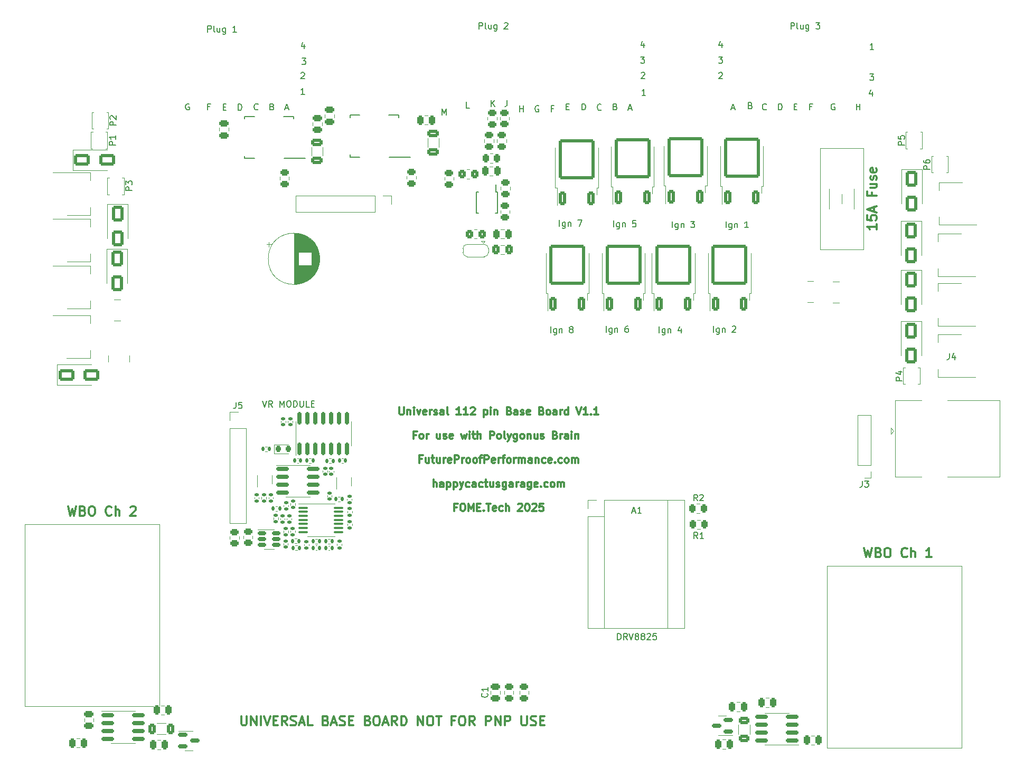
<source format=gbr>
%TF.GenerationSoftware,KiCad,Pcbnew,9.0.3*%
%TF.CreationDate,2025-10-28T00:12:23+00:00*%
%TF.ProjectId,Polygonus-Universal-Base,506f6c79-676f-46e7-9573-2d556e697665,rev?*%
%TF.SameCoordinates,Original*%
%TF.FileFunction,Legend,Top*%
%TF.FilePolarity,Positive*%
%FSLAX46Y46*%
G04 Gerber Fmt 4.6, Leading zero omitted, Abs format (unit mm)*
G04 Created by KiCad (PCBNEW 9.0.3) date 2025-10-28 00:12:23*
%MOMM*%
%LPD*%
G01*
G04 APERTURE LIST*
G04 Aperture macros list*
%AMRoundRect*
0 Rectangle with rounded corners*
0 $1 Rounding radius*
0 $2 $3 $4 $5 $6 $7 $8 $9 X,Y pos of 4 corners*
0 Add a 4 corners polygon primitive as box body*
4,1,4,$2,$3,$4,$5,$6,$7,$8,$9,$2,$3,0*
0 Add four circle primitives for the rounded corners*
1,1,$1+$1,$2,$3*
1,1,$1+$1,$4,$5*
1,1,$1+$1,$6,$7*
1,1,$1+$1,$8,$9*
0 Add four rect primitives between the rounded corners*
20,1,$1+$1,$2,$3,$4,$5,0*
20,1,$1+$1,$4,$5,$6,$7,0*
20,1,$1+$1,$6,$7,$8,$9,0*
20,1,$1+$1,$8,$9,$2,$3,0*%
%AMFreePoly0*
4,1,23,0.550000,-0.750000,0.000000,-0.750000,0.000000,-0.745722,-0.065263,-0.745722,-0.191342,-0.711940,-0.304381,-0.646677,-0.396677,-0.554381,-0.461940,-0.441342,-0.495722,-0.315263,-0.495722,-0.250000,-0.500000,-0.250000,-0.500000,0.250000,-0.495722,0.250000,-0.495722,0.315263,-0.461940,0.441342,-0.396677,0.554381,-0.304381,0.646677,-0.191342,0.711940,-0.065263,0.745722,0.000000,0.745722,
0.000000,0.750000,0.550000,0.750000,0.550000,-0.750000,0.550000,-0.750000,$1*%
%AMFreePoly1*
4,1,23,0.000000,0.745722,0.065263,0.745722,0.191342,0.711940,0.304381,0.646677,0.396677,0.554381,0.461940,0.441342,0.495722,0.315263,0.495722,0.250000,0.500000,0.250000,0.500000,-0.250000,0.495722,-0.250000,0.495722,-0.315263,0.461940,-0.441342,0.396677,-0.554381,0.304381,-0.646677,0.191342,-0.711940,0.065263,-0.745722,0.000000,-0.745722,0.000000,-0.750000,-0.550000,-0.750000,
-0.550000,0.750000,0.000000,0.750000,0.000000,0.745722,0.000000,0.745722,$1*%
G04 Aperture macros list end*
%ADD10C,0.150000*%
%ADD11C,0.300000*%
%ADD12C,0.200000*%
%ADD13C,0.120000*%
%ADD14C,4.000000*%
%ADD15C,2.200000*%
%ADD16RoundRect,0.250000X-0.337500X-0.475000X0.337500X-0.475000X0.337500X0.475000X-0.337500X0.475000X0*%
%ADD17RoundRect,0.250000X-0.650000X1.000000X-0.650000X-1.000000X0.650000X-1.000000X0.650000X1.000000X0*%
%ADD18R,1.700000X1.700000*%
%ADD19O,1.700000X1.700000*%
%ADD20R,0.500000X0.800000*%
%ADD21R,0.400000X0.800000*%
%ADD22RoundRect,0.250000X0.350000X-0.850000X0.350000X0.850000X-0.350000X0.850000X-0.350000X-0.850000X0*%
%ADD23RoundRect,0.249997X2.650003X-2.950003X2.650003X2.950003X-2.650003X2.950003X-2.650003X-2.950003X0*%
%ADD24R,2.000000X1.500000*%
%ADD25R,2.000000X3.800000*%
%ADD26R,1.600000X1.600000*%
%ADD27C,1.600000*%
%ADD28RoundRect,0.135000X0.185000X-0.135000X0.185000X0.135000X-0.185000X0.135000X-0.185000X-0.135000X0*%
%ADD29RoundRect,0.150000X-0.825000X-0.150000X0.825000X-0.150000X0.825000X0.150000X-0.825000X0.150000X0*%
%ADD30RoundRect,0.150000X0.150000X-0.825000X0.150000X0.825000X-0.150000X0.825000X-0.150000X-0.825000X0*%
%ADD31R,0.800000X0.500000*%
%ADD32R,0.800000X0.400000*%
%ADD33C,1.700000*%
%ADD34RoundRect,0.250000X0.450000X-0.262500X0.450000X0.262500X-0.450000X0.262500X-0.450000X-0.262500X0*%
%ADD35RoundRect,0.140000X-0.170000X0.140000X-0.170000X-0.140000X0.170000X-0.140000X0.170000X0.140000X0*%
%ADD36RoundRect,0.135000X-0.135000X-0.185000X0.135000X-0.185000X0.135000X0.185000X-0.135000X0.185000X0*%
%ADD37RoundRect,0.250000X0.250000X0.475000X-0.250000X0.475000X-0.250000X-0.475000X0.250000X-0.475000X0*%
%ADD38RoundRect,0.218750X-0.218750X-0.256250X0.218750X-0.256250X0.218750X0.256250X-0.218750X0.256250X0*%
%ADD39C,1.524000*%
%ADD40RoundRect,0.250000X-0.250000X-0.475000X0.250000X-0.475000X0.250000X0.475000X-0.250000X0.475000X0*%
%ADD41RoundRect,0.135000X0.135000X0.185000X-0.135000X0.185000X-0.135000X-0.185000X0.135000X-0.185000X0*%
%ADD42RoundRect,0.135000X-0.185000X0.135000X-0.185000X-0.135000X0.185000X-0.135000X0.185000X0.135000X0*%
%ADD43RoundRect,0.250000X-1.000000X-0.650000X1.000000X-0.650000X1.000000X0.650000X-1.000000X0.650000X0*%
%ADD44O,1.600000X1.600000*%
%ADD45R,0.300000X1.400000*%
%ADD46RoundRect,0.250000X-0.262500X-0.450000X0.262500X-0.450000X0.262500X0.450000X-0.262500X0.450000X0*%
%ADD47RoundRect,0.140000X0.170000X-0.140000X0.170000X0.140000X-0.170000X0.140000X-0.170000X-0.140000X0*%
%ADD48R,2.000000X0.650000*%
%ADD49R,4.500000X8.100000*%
%ADD50RoundRect,0.250000X0.262500X0.450000X-0.262500X0.450000X-0.262500X-0.450000X0.262500X-0.450000X0*%
%ADD51RoundRect,0.250000X0.625000X-0.312500X0.625000X0.312500X-0.625000X0.312500X-0.625000X-0.312500X0*%
%ADD52RoundRect,0.250000X-0.350000X-0.450000X0.350000X-0.450000X0.350000X0.450000X-0.350000X0.450000X0*%
%ADD53C,2.780000*%
%ADD54RoundRect,0.150000X-0.512500X-0.150000X0.512500X-0.150000X0.512500X0.150000X-0.512500X0.150000X0*%
%ADD55R,0.400000X0.650000*%
%ADD56RoundRect,0.140000X0.140000X0.170000X-0.140000X0.170000X-0.140000X-0.170000X0.140000X-0.170000X0*%
%ADD57RoundRect,0.250000X-0.312500X-0.625000X0.312500X-0.625000X0.312500X0.625000X-0.312500X0.625000X0*%
%ADD58RoundRect,0.150000X0.587500X0.150000X-0.587500X0.150000X-0.587500X-0.150000X0.587500X-0.150000X0*%
%ADD59RoundRect,0.250000X-0.450000X0.262500X-0.450000X-0.262500X0.450000X-0.262500X0.450000X0.262500X0*%
%ADD60RoundRect,0.250000X-0.475000X0.250000X-0.475000X-0.250000X0.475000X-0.250000X0.475000X0.250000X0*%
%ADD61RoundRect,0.150000X-0.587500X-0.150000X0.587500X-0.150000X0.587500X0.150000X-0.587500X0.150000X0*%
%ADD62RoundRect,0.250000X0.650000X-0.325000X0.650000X0.325000X-0.650000X0.325000X-0.650000X-0.325000X0*%
%ADD63RoundRect,0.250000X0.475000X-0.250000X0.475000X0.250000X-0.475000X0.250000X-0.475000X-0.250000X0*%
%ADD64C,3.500000*%
%ADD65RoundRect,0.140000X-0.140000X-0.170000X0.140000X-0.170000X0.140000X0.170000X-0.140000X0.170000X0*%
%ADD66RoundRect,0.150000X0.825000X0.150000X-0.825000X0.150000X-0.825000X-0.150000X0.825000X-0.150000X0*%
%ADD67R,1.350000X1.350000*%
%ADD68O,1.350000X1.350000*%
%ADD69RoundRect,0.100000X-0.637500X-0.100000X0.637500X-0.100000X0.637500X0.100000X-0.637500X0.100000X0*%
%ADD70FreePoly0,180.000000*%
%ADD71R,1.000000X1.500000*%
%ADD72FreePoly1,180.000000*%
G04 APERTURE END LIST*
D10*
X161438095Y-76994819D02*
X161438095Y-75994819D01*
X162342856Y-76328152D02*
X162342856Y-77137676D01*
X162342856Y-77137676D02*
X162295237Y-77232914D01*
X162295237Y-77232914D02*
X162247618Y-77280533D01*
X162247618Y-77280533D02*
X162152380Y-77328152D01*
X162152380Y-77328152D02*
X162009523Y-77328152D01*
X162009523Y-77328152D02*
X161914285Y-77280533D01*
X162342856Y-76947200D02*
X162247618Y-76994819D01*
X162247618Y-76994819D02*
X162057142Y-76994819D01*
X162057142Y-76994819D02*
X161961904Y-76947200D01*
X161961904Y-76947200D02*
X161914285Y-76899580D01*
X161914285Y-76899580D02*
X161866666Y-76804342D01*
X161866666Y-76804342D02*
X161866666Y-76518628D01*
X161866666Y-76518628D02*
X161914285Y-76423390D01*
X161914285Y-76423390D02*
X161961904Y-76375771D01*
X161961904Y-76375771D02*
X162057142Y-76328152D01*
X162057142Y-76328152D02*
X162247618Y-76328152D01*
X162247618Y-76328152D02*
X162342856Y-76375771D01*
X162819047Y-76328152D02*
X162819047Y-76994819D01*
X162819047Y-76423390D02*
X162866666Y-76375771D01*
X162866666Y-76375771D02*
X162961904Y-76328152D01*
X162961904Y-76328152D02*
X163104761Y-76328152D01*
X163104761Y-76328152D02*
X163199999Y-76375771D01*
X163199999Y-76375771D02*
X163247618Y-76471009D01*
X163247618Y-76471009D02*
X163247618Y-76994819D01*
X164914285Y-76328152D02*
X164914285Y-76994819D01*
X164676190Y-75947200D02*
X164438095Y-76661485D01*
X164438095Y-76661485D02*
X165057142Y-76661485D01*
D11*
X94414285Y-138518328D02*
X94414285Y-139732614D01*
X94414285Y-139732614D02*
X94485714Y-139875471D01*
X94485714Y-139875471D02*
X94557143Y-139946900D01*
X94557143Y-139946900D02*
X94700000Y-140018328D01*
X94700000Y-140018328D02*
X94985714Y-140018328D01*
X94985714Y-140018328D02*
X95128571Y-139946900D01*
X95128571Y-139946900D02*
X95200000Y-139875471D01*
X95200000Y-139875471D02*
X95271428Y-139732614D01*
X95271428Y-139732614D02*
X95271428Y-138518328D01*
X95985714Y-140018328D02*
X95985714Y-138518328D01*
X95985714Y-138518328D02*
X96842857Y-140018328D01*
X96842857Y-140018328D02*
X96842857Y-138518328D01*
X97557143Y-140018328D02*
X97557143Y-138518328D01*
X98057144Y-138518328D02*
X98557144Y-140018328D01*
X98557144Y-140018328D02*
X99057144Y-138518328D01*
X99557143Y-139232614D02*
X100057143Y-139232614D01*
X100271429Y-140018328D02*
X99557143Y-140018328D01*
X99557143Y-140018328D02*
X99557143Y-138518328D01*
X99557143Y-138518328D02*
X100271429Y-138518328D01*
X101771429Y-140018328D02*
X101271429Y-139304042D01*
X100914286Y-140018328D02*
X100914286Y-138518328D01*
X100914286Y-138518328D02*
X101485715Y-138518328D01*
X101485715Y-138518328D02*
X101628572Y-138589757D01*
X101628572Y-138589757D02*
X101700001Y-138661185D01*
X101700001Y-138661185D02*
X101771429Y-138804042D01*
X101771429Y-138804042D02*
X101771429Y-139018328D01*
X101771429Y-139018328D02*
X101700001Y-139161185D01*
X101700001Y-139161185D02*
X101628572Y-139232614D01*
X101628572Y-139232614D02*
X101485715Y-139304042D01*
X101485715Y-139304042D02*
X100914286Y-139304042D01*
X102342858Y-139946900D02*
X102557144Y-140018328D01*
X102557144Y-140018328D02*
X102914286Y-140018328D01*
X102914286Y-140018328D02*
X103057144Y-139946900D01*
X103057144Y-139946900D02*
X103128572Y-139875471D01*
X103128572Y-139875471D02*
X103200001Y-139732614D01*
X103200001Y-139732614D02*
X103200001Y-139589757D01*
X103200001Y-139589757D02*
X103128572Y-139446900D01*
X103128572Y-139446900D02*
X103057144Y-139375471D01*
X103057144Y-139375471D02*
X102914286Y-139304042D01*
X102914286Y-139304042D02*
X102628572Y-139232614D01*
X102628572Y-139232614D02*
X102485715Y-139161185D01*
X102485715Y-139161185D02*
X102414286Y-139089757D01*
X102414286Y-139089757D02*
X102342858Y-138946900D01*
X102342858Y-138946900D02*
X102342858Y-138804042D01*
X102342858Y-138804042D02*
X102414286Y-138661185D01*
X102414286Y-138661185D02*
X102485715Y-138589757D01*
X102485715Y-138589757D02*
X102628572Y-138518328D01*
X102628572Y-138518328D02*
X102985715Y-138518328D01*
X102985715Y-138518328D02*
X103200001Y-138589757D01*
X103771429Y-139589757D02*
X104485715Y-139589757D01*
X103628572Y-140018328D02*
X104128572Y-138518328D01*
X104128572Y-138518328D02*
X104628572Y-140018328D01*
X105842857Y-140018328D02*
X105128571Y-140018328D01*
X105128571Y-140018328D02*
X105128571Y-138518328D01*
X107985714Y-139232614D02*
X108200000Y-139304042D01*
X108200000Y-139304042D02*
X108271429Y-139375471D01*
X108271429Y-139375471D02*
X108342857Y-139518328D01*
X108342857Y-139518328D02*
X108342857Y-139732614D01*
X108342857Y-139732614D02*
X108271429Y-139875471D01*
X108271429Y-139875471D02*
X108200000Y-139946900D01*
X108200000Y-139946900D02*
X108057143Y-140018328D01*
X108057143Y-140018328D02*
X107485714Y-140018328D01*
X107485714Y-140018328D02*
X107485714Y-138518328D01*
X107485714Y-138518328D02*
X107985714Y-138518328D01*
X107985714Y-138518328D02*
X108128572Y-138589757D01*
X108128572Y-138589757D02*
X108200000Y-138661185D01*
X108200000Y-138661185D02*
X108271429Y-138804042D01*
X108271429Y-138804042D02*
X108271429Y-138946900D01*
X108271429Y-138946900D02*
X108200000Y-139089757D01*
X108200000Y-139089757D02*
X108128572Y-139161185D01*
X108128572Y-139161185D02*
X107985714Y-139232614D01*
X107985714Y-139232614D02*
X107485714Y-139232614D01*
X108914286Y-139589757D02*
X109628572Y-139589757D01*
X108771429Y-140018328D02*
X109271429Y-138518328D01*
X109271429Y-138518328D02*
X109771429Y-140018328D01*
X110200000Y-139946900D02*
X110414286Y-140018328D01*
X110414286Y-140018328D02*
X110771428Y-140018328D01*
X110771428Y-140018328D02*
X110914286Y-139946900D01*
X110914286Y-139946900D02*
X110985714Y-139875471D01*
X110985714Y-139875471D02*
X111057143Y-139732614D01*
X111057143Y-139732614D02*
X111057143Y-139589757D01*
X111057143Y-139589757D02*
X110985714Y-139446900D01*
X110985714Y-139446900D02*
X110914286Y-139375471D01*
X110914286Y-139375471D02*
X110771428Y-139304042D01*
X110771428Y-139304042D02*
X110485714Y-139232614D01*
X110485714Y-139232614D02*
X110342857Y-139161185D01*
X110342857Y-139161185D02*
X110271428Y-139089757D01*
X110271428Y-139089757D02*
X110200000Y-138946900D01*
X110200000Y-138946900D02*
X110200000Y-138804042D01*
X110200000Y-138804042D02*
X110271428Y-138661185D01*
X110271428Y-138661185D02*
X110342857Y-138589757D01*
X110342857Y-138589757D02*
X110485714Y-138518328D01*
X110485714Y-138518328D02*
X110842857Y-138518328D01*
X110842857Y-138518328D02*
X111057143Y-138589757D01*
X111699999Y-139232614D02*
X112199999Y-139232614D01*
X112414285Y-140018328D02*
X111699999Y-140018328D01*
X111699999Y-140018328D02*
X111699999Y-138518328D01*
X111699999Y-138518328D02*
X112414285Y-138518328D01*
X114699999Y-139232614D02*
X114914285Y-139304042D01*
X114914285Y-139304042D02*
X114985714Y-139375471D01*
X114985714Y-139375471D02*
X115057142Y-139518328D01*
X115057142Y-139518328D02*
X115057142Y-139732614D01*
X115057142Y-139732614D02*
X114985714Y-139875471D01*
X114985714Y-139875471D02*
X114914285Y-139946900D01*
X114914285Y-139946900D02*
X114771428Y-140018328D01*
X114771428Y-140018328D02*
X114199999Y-140018328D01*
X114199999Y-140018328D02*
X114199999Y-138518328D01*
X114199999Y-138518328D02*
X114699999Y-138518328D01*
X114699999Y-138518328D02*
X114842857Y-138589757D01*
X114842857Y-138589757D02*
X114914285Y-138661185D01*
X114914285Y-138661185D02*
X114985714Y-138804042D01*
X114985714Y-138804042D02*
X114985714Y-138946900D01*
X114985714Y-138946900D02*
X114914285Y-139089757D01*
X114914285Y-139089757D02*
X114842857Y-139161185D01*
X114842857Y-139161185D02*
X114699999Y-139232614D01*
X114699999Y-139232614D02*
X114199999Y-139232614D01*
X115985714Y-138518328D02*
X116271428Y-138518328D01*
X116271428Y-138518328D02*
X116414285Y-138589757D01*
X116414285Y-138589757D02*
X116557142Y-138732614D01*
X116557142Y-138732614D02*
X116628571Y-139018328D01*
X116628571Y-139018328D02*
X116628571Y-139518328D01*
X116628571Y-139518328D02*
X116557142Y-139804042D01*
X116557142Y-139804042D02*
X116414285Y-139946900D01*
X116414285Y-139946900D02*
X116271428Y-140018328D01*
X116271428Y-140018328D02*
X115985714Y-140018328D01*
X115985714Y-140018328D02*
X115842857Y-139946900D01*
X115842857Y-139946900D02*
X115699999Y-139804042D01*
X115699999Y-139804042D02*
X115628571Y-139518328D01*
X115628571Y-139518328D02*
X115628571Y-139018328D01*
X115628571Y-139018328D02*
X115699999Y-138732614D01*
X115699999Y-138732614D02*
X115842857Y-138589757D01*
X115842857Y-138589757D02*
X115985714Y-138518328D01*
X117200000Y-139589757D02*
X117914286Y-139589757D01*
X117057143Y-140018328D02*
X117557143Y-138518328D01*
X117557143Y-138518328D02*
X118057143Y-140018328D01*
X119414285Y-140018328D02*
X118914285Y-139304042D01*
X118557142Y-140018328D02*
X118557142Y-138518328D01*
X118557142Y-138518328D02*
X119128571Y-138518328D01*
X119128571Y-138518328D02*
X119271428Y-138589757D01*
X119271428Y-138589757D02*
X119342857Y-138661185D01*
X119342857Y-138661185D02*
X119414285Y-138804042D01*
X119414285Y-138804042D02*
X119414285Y-139018328D01*
X119414285Y-139018328D02*
X119342857Y-139161185D01*
X119342857Y-139161185D02*
X119271428Y-139232614D01*
X119271428Y-139232614D02*
X119128571Y-139304042D01*
X119128571Y-139304042D02*
X118557142Y-139304042D01*
X120057142Y-140018328D02*
X120057142Y-138518328D01*
X120057142Y-138518328D02*
X120414285Y-138518328D01*
X120414285Y-138518328D02*
X120628571Y-138589757D01*
X120628571Y-138589757D02*
X120771428Y-138732614D01*
X120771428Y-138732614D02*
X120842857Y-138875471D01*
X120842857Y-138875471D02*
X120914285Y-139161185D01*
X120914285Y-139161185D02*
X120914285Y-139375471D01*
X120914285Y-139375471D02*
X120842857Y-139661185D01*
X120842857Y-139661185D02*
X120771428Y-139804042D01*
X120771428Y-139804042D02*
X120628571Y-139946900D01*
X120628571Y-139946900D02*
X120414285Y-140018328D01*
X120414285Y-140018328D02*
X120057142Y-140018328D01*
X122699999Y-140018328D02*
X122699999Y-138518328D01*
X122699999Y-138518328D02*
X123557142Y-140018328D01*
X123557142Y-140018328D02*
X123557142Y-138518328D01*
X124557143Y-138518328D02*
X124842857Y-138518328D01*
X124842857Y-138518328D02*
X124985714Y-138589757D01*
X124985714Y-138589757D02*
X125128571Y-138732614D01*
X125128571Y-138732614D02*
X125200000Y-139018328D01*
X125200000Y-139018328D02*
X125200000Y-139518328D01*
X125200000Y-139518328D02*
X125128571Y-139804042D01*
X125128571Y-139804042D02*
X124985714Y-139946900D01*
X124985714Y-139946900D02*
X124842857Y-140018328D01*
X124842857Y-140018328D02*
X124557143Y-140018328D01*
X124557143Y-140018328D02*
X124414286Y-139946900D01*
X124414286Y-139946900D02*
X124271428Y-139804042D01*
X124271428Y-139804042D02*
X124200000Y-139518328D01*
X124200000Y-139518328D02*
X124200000Y-139018328D01*
X124200000Y-139018328D02*
X124271428Y-138732614D01*
X124271428Y-138732614D02*
X124414286Y-138589757D01*
X124414286Y-138589757D02*
X124557143Y-138518328D01*
X125628572Y-138518328D02*
X126485715Y-138518328D01*
X126057143Y-140018328D02*
X126057143Y-138518328D01*
X128628571Y-139232614D02*
X128128571Y-139232614D01*
X128128571Y-140018328D02*
X128128571Y-138518328D01*
X128128571Y-138518328D02*
X128842857Y-138518328D01*
X129700000Y-138518328D02*
X129985714Y-138518328D01*
X129985714Y-138518328D02*
X130128571Y-138589757D01*
X130128571Y-138589757D02*
X130271428Y-138732614D01*
X130271428Y-138732614D02*
X130342857Y-139018328D01*
X130342857Y-139018328D02*
X130342857Y-139518328D01*
X130342857Y-139518328D02*
X130271428Y-139804042D01*
X130271428Y-139804042D02*
X130128571Y-139946900D01*
X130128571Y-139946900D02*
X129985714Y-140018328D01*
X129985714Y-140018328D02*
X129700000Y-140018328D01*
X129700000Y-140018328D02*
X129557143Y-139946900D01*
X129557143Y-139946900D02*
X129414285Y-139804042D01*
X129414285Y-139804042D02*
X129342857Y-139518328D01*
X129342857Y-139518328D02*
X129342857Y-139018328D01*
X129342857Y-139018328D02*
X129414285Y-138732614D01*
X129414285Y-138732614D02*
X129557143Y-138589757D01*
X129557143Y-138589757D02*
X129700000Y-138518328D01*
X131842857Y-140018328D02*
X131342857Y-139304042D01*
X130985714Y-140018328D02*
X130985714Y-138518328D01*
X130985714Y-138518328D02*
X131557143Y-138518328D01*
X131557143Y-138518328D02*
X131700000Y-138589757D01*
X131700000Y-138589757D02*
X131771429Y-138661185D01*
X131771429Y-138661185D02*
X131842857Y-138804042D01*
X131842857Y-138804042D02*
X131842857Y-139018328D01*
X131842857Y-139018328D02*
X131771429Y-139161185D01*
X131771429Y-139161185D02*
X131700000Y-139232614D01*
X131700000Y-139232614D02*
X131557143Y-139304042D01*
X131557143Y-139304042D02*
X130985714Y-139304042D01*
X133628571Y-140018328D02*
X133628571Y-138518328D01*
X133628571Y-138518328D02*
X134200000Y-138518328D01*
X134200000Y-138518328D02*
X134342857Y-138589757D01*
X134342857Y-138589757D02*
X134414286Y-138661185D01*
X134414286Y-138661185D02*
X134485714Y-138804042D01*
X134485714Y-138804042D02*
X134485714Y-139018328D01*
X134485714Y-139018328D02*
X134414286Y-139161185D01*
X134414286Y-139161185D02*
X134342857Y-139232614D01*
X134342857Y-139232614D02*
X134200000Y-139304042D01*
X134200000Y-139304042D02*
X133628571Y-139304042D01*
X135128571Y-140018328D02*
X135128571Y-138518328D01*
X135128571Y-138518328D02*
X135985714Y-140018328D01*
X135985714Y-140018328D02*
X135985714Y-138518328D01*
X136700000Y-140018328D02*
X136700000Y-138518328D01*
X136700000Y-138518328D02*
X137271429Y-138518328D01*
X137271429Y-138518328D02*
X137414286Y-138589757D01*
X137414286Y-138589757D02*
X137485715Y-138661185D01*
X137485715Y-138661185D02*
X137557143Y-138804042D01*
X137557143Y-138804042D02*
X137557143Y-139018328D01*
X137557143Y-139018328D02*
X137485715Y-139161185D01*
X137485715Y-139161185D02*
X137414286Y-139232614D01*
X137414286Y-139232614D02*
X137271429Y-139304042D01*
X137271429Y-139304042D02*
X136700000Y-139304042D01*
X139342857Y-138518328D02*
X139342857Y-139732614D01*
X139342857Y-139732614D02*
X139414286Y-139875471D01*
X139414286Y-139875471D02*
X139485715Y-139946900D01*
X139485715Y-139946900D02*
X139628572Y-140018328D01*
X139628572Y-140018328D02*
X139914286Y-140018328D01*
X139914286Y-140018328D02*
X140057143Y-139946900D01*
X140057143Y-139946900D02*
X140128572Y-139875471D01*
X140128572Y-139875471D02*
X140200000Y-139732614D01*
X140200000Y-139732614D02*
X140200000Y-138518328D01*
X140842858Y-139946900D02*
X141057144Y-140018328D01*
X141057144Y-140018328D02*
X141414286Y-140018328D01*
X141414286Y-140018328D02*
X141557144Y-139946900D01*
X141557144Y-139946900D02*
X141628572Y-139875471D01*
X141628572Y-139875471D02*
X141700001Y-139732614D01*
X141700001Y-139732614D02*
X141700001Y-139589757D01*
X141700001Y-139589757D02*
X141628572Y-139446900D01*
X141628572Y-139446900D02*
X141557144Y-139375471D01*
X141557144Y-139375471D02*
X141414286Y-139304042D01*
X141414286Y-139304042D02*
X141128572Y-139232614D01*
X141128572Y-139232614D02*
X140985715Y-139161185D01*
X140985715Y-139161185D02*
X140914286Y-139089757D01*
X140914286Y-139089757D02*
X140842858Y-138946900D01*
X140842858Y-138946900D02*
X140842858Y-138804042D01*
X140842858Y-138804042D02*
X140914286Y-138661185D01*
X140914286Y-138661185D02*
X140985715Y-138589757D01*
X140985715Y-138589757D02*
X141128572Y-138518328D01*
X141128572Y-138518328D02*
X141485715Y-138518328D01*
X141485715Y-138518328D02*
X141700001Y-138589757D01*
X142342857Y-139232614D02*
X142842857Y-139232614D01*
X143057143Y-140018328D02*
X142342857Y-140018328D01*
X142342857Y-140018328D02*
X142342857Y-138518328D01*
X142342857Y-138518328D02*
X143057143Y-138518328D01*
D10*
X144038095Y-76994819D02*
X144038095Y-75994819D01*
X144942856Y-76328152D02*
X144942856Y-77137676D01*
X144942856Y-77137676D02*
X144895237Y-77232914D01*
X144895237Y-77232914D02*
X144847618Y-77280533D01*
X144847618Y-77280533D02*
X144752380Y-77328152D01*
X144752380Y-77328152D02*
X144609523Y-77328152D01*
X144609523Y-77328152D02*
X144514285Y-77280533D01*
X144942856Y-76947200D02*
X144847618Y-76994819D01*
X144847618Y-76994819D02*
X144657142Y-76994819D01*
X144657142Y-76994819D02*
X144561904Y-76947200D01*
X144561904Y-76947200D02*
X144514285Y-76899580D01*
X144514285Y-76899580D02*
X144466666Y-76804342D01*
X144466666Y-76804342D02*
X144466666Y-76518628D01*
X144466666Y-76518628D02*
X144514285Y-76423390D01*
X144514285Y-76423390D02*
X144561904Y-76375771D01*
X144561904Y-76375771D02*
X144657142Y-76328152D01*
X144657142Y-76328152D02*
X144847618Y-76328152D01*
X144847618Y-76328152D02*
X144942856Y-76375771D01*
X145419047Y-76328152D02*
X145419047Y-76994819D01*
X145419047Y-76423390D02*
X145466666Y-76375771D01*
X145466666Y-76375771D02*
X145561904Y-76328152D01*
X145561904Y-76328152D02*
X145704761Y-76328152D01*
X145704761Y-76328152D02*
X145799999Y-76375771D01*
X145799999Y-76375771D02*
X145847618Y-76471009D01*
X145847618Y-76471009D02*
X145847618Y-76994819D01*
X147228571Y-76423390D02*
X147133333Y-76375771D01*
X147133333Y-76375771D02*
X147085714Y-76328152D01*
X147085714Y-76328152D02*
X147038095Y-76232914D01*
X147038095Y-76232914D02*
X147038095Y-76185295D01*
X147038095Y-76185295D02*
X147085714Y-76090057D01*
X147085714Y-76090057D02*
X147133333Y-76042438D01*
X147133333Y-76042438D02*
X147228571Y-75994819D01*
X147228571Y-75994819D02*
X147419047Y-75994819D01*
X147419047Y-75994819D02*
X147514285Y-76042438D01*
X147514285Y-76042438D02*
X147561904Y-76090057D01*
X147561904Y-76090057D02*
X147609523Y-76185295D01*
X147609523Y-76185295D02*
X147609523Y-76232914D01*
X147609523Y-76232914D02*
X147561904Y-76328152D01*
X147561904Y-76328152D02*
X147514285Y-76375771D01*
X147514285Y-76375771D02*
X147419047Y-76423390D01*
X147419047Y-76423390D02*
X147228571Y-76423390D01*
X147228571Y-76423390D02*
X147133333Y-76471009D01*
X147133333Y-76471009D02*
X147085714Y-76518628D01*
X147085714Y-76518628D02*
X147038095Y-76613866D01*
X147038095Y-76613866D02*
X147038095Y-76804342D01*
X147038095Y-76804342D02*
X147085714Y-76899580D01*
X147085714Y-76899580D02*
X147133333Y-76947200D01*
X147133333Y-76947200D02*
X147228571Y-76994819D01*
X147228571Y-76994819D02*
X147419047Y-76994819D01*
X147419047Y-76994819D02*
X147514285Y-76947200D01*
X147514285Y-76947200D02*
X147561904Y-76899580D01*
X147561904Y-76899580D02*
X147609523Y-76804342D01*
X147609523Y-76804342D02*
X147609523Y-76613866D01*
X147609523Y-76613866D02*
X147561904Y-76518628D01*
X147561904Y-76518628D02*
X147514285Y-76471009D01*
X147514285Y-76471009D02*
X147419047Y-76423390D01*
D11*
X119785715Y-88951810D02*
X119785715Y-89923239D01*
X119785715Y-89923239D02*
X119842858Y-90037525D01*
X119842858Y-90037525D02*
X119900001Y-90094668D01*
X119900001Y-90094668D02*
X120014286Y-90151810D01*
X120014286Y-90151810D02*
X120242858Y-90151810D01*
X120242858Y-90151810D02*
X120357143Y-90094668D01*
X120357143Y-90094668D02*
X120414286Y-90037525D01*
X120414286Y-90037525D02*
X120471429Y-89923239D01*
X120471429Y-89923239D02*
X120471429Y-88951810D01*
X121042858Y-89351810D02*
X121042858Y-90151810D01*
X121042858Y-89466096D02*
X121100001Y-89408953D01*
X121100001Y-89408953D02*
X121214286Y-89351810D01*
X121214286Y-89351810D02*
X121385715Y-89351810D01*
X121385715Y-89351810D02*
X121500001Y-89408953D01*
X121500001Y-89408953D02*
X121557144Y-89523239D01*
X121557144Y-89523239D02*
X121557144Y-90151810D01*
X122128572Y-90151810D02*
X122128572Y-89351810D01*
X122128572Y-88951810D02*
X122071429Y-89008953D01*
X122071429Y-89008953D02*
X122128572Y-89066096D01*
X122128572Y-89066096D02*
X122185715Y-89008953D01*
X122185715Y-89008953D02*
X122128572Y-88951810D01*
X122128572Y-88951810D02*
X122128572Y-89066096D01*
X122585715Y-89351810D02*
X122871429Y-90151810D01*
X122871429Y-90151810D02*
X123157144Y-89351810D01*
X124071430Y-90094668D02*
X123957144Y-90151810D01*
X123957144Y-90151810D02*
X123728573Y-90151810D01*
X123728573Y-90151810D02*
X123614287Y-90094668D01*
X123614287Y-90094668D02*
X123557144Y-89980382D01*
X123557144Y-89980382D02*
X123557144Y-89523239D01*
X123557144Y-89523239D02*
X123614287Y-89408953D01*
X123614287Y-89408953D02*
X123728573Y-89351810D01*
X123728573Y-89351810D02*
X123957144Y-89351810D01*
X123957144Y-89351810D02*
X124071430Y-89408953D01*
X124071430Y-89408953D02*
X124128573Y-89523239D01*
X124128573Y-89523239D02*
X124128573Y-89637525D01*
X124128573Y-89637525D02*
X123557144Y-89751810D01*
X124642858Y-90151810D02*
X124642858Y-89351810D01*
X124642858Y-89580382D02*
X124700001Y-89466096D01*
X124700001Y-89466096D02*
X124757144Y-89408953D01*
X124757144Y-89408953D02*
X124871429Y-89351810D01*
X124871429Y-89351810D02*
X124985715Y-89351810D01*
X125328572Y-90094668D02*
X125442858Y-90151810D01*
X125442858Y-90151810D02*
X125671429Y-90151810D01*
X125671429Y-90151810D02*
X125785715Y-90094668D01*
X125785715Y-90094668D02*
X125842858Y-89980382D01*
X125842858Y-89980382D02*
X125842858Y-89923239D01*
X125842858Y-89923239D02*
X125785715Y-89808953D01*
X125785715Y-89808953D02*
X125671429Y-89751810D01*
X125671429Y-89751810D02*
X125500001Y-89751810D01*
X125500001Y-89751810D02*
X125385715Y-89694668D01*
X125385715Y-89694668D02*
X125328572Y-89580382D01*
X125328572Y-89580382D02*
X125328572Y-89523239D01*
X125328572Y-89523239D02*
X125385715Y-89408953D01*
X125385715Y-89408953D02*
X125500001Y-89351810D01*
X125500001Y-89351810D02*
X125671429Y-89351810D01*
X125671429Y-89351810D02*
X125785715Y-89408953D01*
X126871430Y-90151810D02*
X126871430Y-89523239D01*
X126871430Y-89523239D02*
X126814287Y-89408953D01*
X126814287Y-89408953D02*
X126700001Y-89351810D01*
X126700001Y-89351810D02*
X126471430Y-89351810D01*
X126471430Y-89351810D02*
X126357144Y-89408953D01*
X126871430Y-90094668D02*
X126757144Y-90151810D01*
X126757144Y-90151810D02*
X126471430Y-90151810D01*
X126471430Y-90151810D02*
X126357144Y-90094668D01*
X126357144Y-90094668D02*
X126300001Y-89980382D01*
X126300001Y-89980382D02*
X126300001Y-89866096D01*
X126300001Y-89866096D02*
X126357144Y-89751810D01*
X126357144Y-89751810D02*
X126471430Y-89694668D01*
X126471430Y-89694668D02*
X126757144Y-89694668D01*
X126757144Y-89694668D02*
X126871430Y-89637525D01*
X127614286Y-90151810D02*
X127500001Y-90094668D01*
X127500001Y-90094668D02*
X127442858Y-89980382D01*
X127442858Y-89980382D02*
X127442858Y-88951810D01*
X129614286Y-90151810D02*
X128928572Y-90151810D01*
X129271429Y-90151810D02*
X129271429Y-88951810D01*
X129271429Y-88951810D02*
X129157143Y-89123239D01*
X129157143Y-89123239D02*
X129042858Y-89237525D01*
X129042858Y-89237525D02*
X128928572Y-89294668D01*
X130757143Y-90151810D02*
X130071429Y-90151810D01*
X130414286Y-90151810D02*
X130414286Y-88951810D01*
X130414286Y-88951810D02*
X130300000Y-89123239D01*
X130300000Y-89123239D02*
X130185715Y-89237525D01*
X130185715Y-89237525D02*
X130071429Y-89294668D01*
X131214286Y-89066096D02*
X131271429Y-89008953D01*
X131271429Y-89008953D02*
X131385715Y-88951810D01*
X131385715Y-88951810D02*
X131671429Y-88951810D01*
X131671429Y-88951810D02*
X131785715Y-89008953D01*
X131785715Y-89008953D02*
X131842857Y-89066096D01*
X131842857Y-89066096D02*
X131900000Y-89180382D01*
X131900000Y-89180382D02*
X131900000Y-89294668D01*
X131900000Y-89294668D02*
X131842857Y-89466096D01*
X131842857Y-89466096D02*
X131157143Y-90151810D01*
X131157143Y-90151810D02*
X131900000Y-90151810D01*
X133328572Y-89351810D02*
X133328572Y-90551810D01*
X133328572Y-89408953D02*
X133442858Y-89351810D01*
X133442858Y-89351810D02*
X133671429Y-89351810D01*
X133671429Y-89351810D02*
X133785715Y-89408953D01*
X133785715Y-89408953D02*
X133842858Y-89466096D01*
X133842858Y-89466096D02*
X133900000Y-89580382D01*
X133900000Y-89580382D02*
X133900000Y-89923239D01*
X133900000Y-89923239D02*
X133842858Y-90037525D01*
X133842858Y-90037525D02*
X133785715Y-90094668D01*
X133785715Y-90094668D02*
X133671429Y-90151810D01*
X133671429Y-90151810D02*
X133442858Y-90151810D01*
X133442858Y-90151810D02*
X133328572Y-90094668D01*
X134414286Y-90151810D02*
X134414286Y-89351810D01*
X134414286Y-88951810D02*
X134357143Y-89008953D01*
X134357143Y-89008953D02*
X134414286Y-89066096D01*
X134414286Y-89066096D02*
X134471429Y-89008953D01*
X134471429Y-89008953D02*
X134414286Y-88951810D01*
X134414286Y-88951810D02*
X134414286Y-89066096D01*
X134985715Y-89351810D02*
X134985715Y-90151810D01*
X134985715Y-89466096D02*
X135042858Y-89408953D01*
X135042858Y-89408953D02*
X135157143Y-89351810D01*
X135157143Y-89351810D02*
X135328572Y-89351810D01*
X135328572Y-89351810D02*
X135442858Y-89408953D01*
X135442858Y-89408953D02*
X135500001Y-89523239D01*
X135500001Y-89523239D02*
X135500001Y-90151810D01*
X137385715Y-89523239D02*
X137557143Y-89580382D01*
X137557143Y-89580382D02*
X137614286Y-89637525D01*
X137614286Y-89637525D02*
X137671429Y-89751810D01*
X137671429Y-89751810D02*
X137671429Y-89923239D01*
X137671429Y-89923239D02*
X137614286Y-90037525D01*
X137614286Y-90037525D02*
X137557143Y-90094668D01*
X137557143Y-90094668D02*
X137442858Y-90151810D01*
X137442858Y-90151810D02*
X136985715Y-90151810D01*
X136985715Y-90151810D02*
X136985715Y-88951810D01*
X136985715Y-88951810D02*
X137385715Y-88951810D01*
X137385715Y-88951810D02*
X137500001Y-89008953D01*
X137500001Y-89008953D02*
X137557143Y-89066096D01*
X137557143Y-89066096D02*
X137614286Y-89180382D01*
X137614286Y-89180382D02*
X137614286Y-89294668D01*
X137614286Y-89294668D02*
X137557143Y-89408953D01*
X137557143Y-89408953D02*
X137500001Y-89466096D01*
X137500001Y-89466096D02*
X137385715Y-89523239D01*
X137385715Y-89523239D02*
X136985715Y-89523239D01*
X138700001Y-90151810D02*
X138700001Y-89523239D01*
X138700001Y-89523239D02*
X138642858Y-89408953D01*
X138642858Y-89408953D02*
X138528572Y-89351810D01*
X138528572Y-89351810D02*
X138300001Y-89351810D01*
X138300001Y-89351810D02*
X138185715Y-89408953D01*
X138700001Y-90094668D02*
X138585715Y-90151810D01*
X138585715Y-90151810D02*
X138300001Y-90151810D01*
X138300001Y-90151810D02*
X138185715Y-90094668D01*
X138185715Y-90094668D02*
X138128572Y-89980382D01*
X138128572Y-89980382D02*
X138128572Y-89866096D01*
X138128572Y-89866096D02*
X138185715Y-89751810D01*
X138185715Y-89751810D02*
X138300001Y-89694668D01*
X138300001Y-89694668D02*
X138585715Y-89694668D01*
X138585715Y-89694668D02*
X138700001Y-89637525D01*
X139214286Y-90094668D02*
X139328572Y-90151810D01*
X139328572Y-90151810D02*
X139557143Y-90151810D01*
X139557143Y-90151810D02*
X139671429Y-90094668D01*
X139671429Y-90094668D02*
X139728572Y-89980382D01*
X139728572Y-89980382D02*
X139728572Y-89923239D01*
X139728572Y-89923239D02*
X139671429Y-89808953D01*
X139671429Y-89808953D02*
X139557143Y-89751810D01*
X139557143Y-89751810D02*
X139385715Y-89751810D01*
X139385715Y-89751810D02*
X139271429Y-89694668D01*
X139271429Y-89694668D02*
X139214286Y-89580382D01*
X139214286Y-89580382D02*
X139214286Y-89523239D01*
X139214286Y-89523239D02*
X139271429Y-89408953D01*
X139271429Y-89408953D02*
X139385715Y-89351810D01*
X139385715Y-89351810D02*
X139557143Y-89351810D01*
X139557143Y-89351810D02*
X139671429Y-89408953D01*
X140700001Y-90094668D02*
X140585715Y-90151810D01*
X140585715Y-90151810D02*
X140357144Y-90151810D01*
X140357144Y-90151810D02*
X140242858Y-90094668D01*
X140242858Y-90094668D02*
X140185715Y-89980382D01*
X140185715Y-89980382D02*
X140185715Y-89523239D01*
X140185715Y-89523239D02*
X140242858Y-89408953D01*
X140242858Y-89408953D02*
X140357144Y-89351810D01*
X140357144Y-89351810D02*
X140585715Y-89351810D01*
X140585715Y-89351810D02*
X140700001Y-89408953D01*
X140700001Y-89408953D02*
X140757144Y-89523239D01*
X140757144Y-89523239D02*
X140757144Y-89637525D01*
X140757144Y-89637525D02*
X140185715Y-89751810D01*
X142585715Y-89523239D02*
X142757143Y-89580382D01*
X142757143Y-89580382D02*
X142814286Y-89637525D01*
X142814286Y-89637525D02*
X142871429Y-89751810D01*
X142871429Y-89751810D02*
X142871429Y-89923239D01*
X142871429Y-89923239D02*
X142814286Y-90037525D01*
X142814286Y-90037525D02*
X142757143Y-90094668D01*
X142757143Y-90094668D02*
X142642858Y-90151810D01*
X142642858Y-90151810D02*
X142185715Y-90151810D01*
X142185715Y-90151810D02*
X142185715Y-88951810D01*
X142185715Y-88951810D02*
X142585715Y-88951810D01*
X142585715Y-88951810D02*
X142700001Y-89008953D01*
X142700001Y-89008953D02*
X142757143Y-89066096D01*
X142757143Y-89066096D02*
X142814286Y-89180382D01*
X142814286Y-89180382D02*
X142814286Y-89294668D01*
X142814286Y-89294668D02*
X142757143Y-89408953D01*
X142757143Y-89408953D02*
X142700001Y-89466096D01*
X142700001Y-89466096D02*
X142585715Y-89523239D01*
X142585715Y-89523239D02*
X142185715Y-89523239D01*
X143557143Y-90151810D02*
X143442858Y-90094668D01*
X143442858Y-90094668D02*
X143385715Y-90037525D01*
X143385715Y-90037525D02*
X143328572Y-89923239D01*
X143328572Y-89923239D02*
X143328572Y-89580382D01*
X143328572Y-89580382D02*
X143385715Y-89466096D01*
X143385715Y-89466096D02*
X143442858Y-89408953D01*
X143442858Y-89408953D02*
X143557143Y-89351810D01*
X143557143Y-89351810D02*
X143728572Y-89351810D01*
X143728572Y-89351810D02*
X143842858Y-89408953D01*
X143842858Y-89408953D02*
X143900001Y-89466096D01*
X143900001Y-89466096D02*
X143957143Y-89580382D01*
X143957143Y-89580382D02*
X143957143Y-89923239D01*
X143957143Y-89923239D02*
X143900001Y-90037525D01*
X143900001Y-90037525D02*
X143842858Y-90094668D01*
X143842858Y-90094668D02*
X143728572Y-90151810D01*
X143728572Y-90151810D02*
X143557143Y-90151810D01*
X144985715Y-90151810D02*
X144985715Y-89523239D01*
X144985715Y-89523239D02*
X144928572Y-89408953D01*
X144928572Y-89408953D02*
X144814286Y-89351810D01*
X144814286Y-89351810D02*
X144585715Y-89351810D01*
X144585715Y-89351810D02*
X144471429Y-89408953D01*
X144985715Y-90094668D02*
X144871429Y-90151810D01*
X144871429Y-90151810D02*
X144585715Y-90151810D01*
X144585715Y-90151810D02*
X144471429Y-90094668D01*
X144471429Y-90094668D02*
X144414286Y-89980382D01*
X144414286Y-89980382D02*
X144414286Y-89866096D01*
X144414286Y-89866096D02*
X144471429Y-89751810D01*
X144471429Y-89751810D02*
X144585715Y-89694668D01*
X144585715Y-89694668D02*
X144871429Y-89694668D01*
X144871429Y-89694668D02*
X144985715Y-89637525D01*
X145557143Y-90151810D02*
X145557143Y-89351810D01*
X145557143Y-89580382D02*
X145614286Y-89466096D01*
X145614286Y-89466096D02*
X145671429Y-89408953D01*
X145671429Y-89408953D02*
X145785714Y-89351810D01*
X145785714Y-89351810D02*
X145900000Y-89351810D01*
X146814286Y-90151810D02*
X146814286Y-88951810D01*
X146814286Y-90094668D02*
X146700000Y-90151810D01*
X146700000Y-90151810D02*
X146471428Y-90151810D01*
X146471428Y-90151810D02*
X146357143Y-90094668D01*
X146357143Y-90094668D02*
X146300000Y-90037525D01*
X146300000Y-90037525D02*
X146242857Y-89923239D01*
X146242857Y-89923239D02*
X146242857Y-89580382D01*
X146242857Y-89580382D02*
X146300000Y-89466096D01*
X146300000Y-89466096D02*
X146357143Y-89408953D01*
X146357143Y-89408953D02*
X146471428Y-89351810D01*
X146471428Y-89351810D02*
X146700000Y-89351810D01*
X146700000Y-89351810D02*
X146814286Y-89408953D01*
X148128571Y-88951810D02*
X148528571Y-90151810D01*
X148528571Y-90151810D02*
X148928571Y-88951810D01*
X149957142Y-90151810D02*
X149271428Y-90151810D01*
X149614285Y-90151810D02*
X149614285Y-88951810D01*
X149614285Y-88951810D02*
X149499999Y-89123239D01*
X149499999Y-89123239D02*
X149385714Y-89237525D01*
X149385714Y-89237525D02*
X149271428Y-89294668D01*
X150471428Y-90037525D02*
X150528571Y-90094668D01*
X150528571Y-90094668D02*
X150471428Y-90151810D01*
X150471428Y-90151810D02*
X150414285Y-90094668D01*
X150414285Y-90094668D02*
X150471428Y-90037525D01*
X150471428Y-90037525D02*
X150471428Y-90151810D01*
X151671428Y-90151810D02*
X150985714Y-90151810D01*
X151328571Y-90151810D02*
X151328571Y-88951810D01*
X151328571Y-88951810D02*
X151214285Y-89123239D01*
X151214285Y-89123239D02*
X151100000Y-89237525D01*
X151100000Y-89237525D02*
X150985714Y-89294668D01*
X122414286Y-93387105D02*
X122014286Y-93387105D01*
X122014286Y-94015676D02*
X122014286Y-92815676D01*
X122014286Y-92815676D02*
X122585714Y-92815676D01*
X123214285Y-94015676D02*
X123100000Y-93958534D01*
X123100000Y-93958534D02*
X123042857Y-93901391D01*
X123042857Y-93901391D02*
X122985714Y-93787105D01*
X122985714Y-93787105D02*
X122985714Y-93444248D01*
X122985714Y-93444248D02*
X123042857Y-93329962D01*
X123042857Y-93329962D02*
X123100000Y-93272819D01*
X123100000Y-93272819D02*
X123214285Y-93215676D01*
X123214285Y-93215676D02*
X123385714Y-93215676D01*
X123385714Y-93215676D02*
X123500000Y-93272819D01*
X123500000Y-93272819D02*
X123557143Y-93329962D01*
X123557143Y-93329962D02*
X123614285Y-93444248D01*
X123614285Y-93444248D02*
X123614285Y-93787105D01*
X123614285Y-93787105D02*
X123557143Y-93901391D01*
X123557143Y-93901391D02*
X123500000Y-93958534D01*
X123500000Y-93958534D02*
X123385714Y-94015676D01*
X123385714Y-94015676D02*
X123214285Y-94015676D01*
X124128571Y-94015676D02*
X124128571Y-93215676D01*
X124128571Y-93444248D02*
X124185714Y-93329962D01*
X124185714Y-93329962D02*
X124242857Y-93272819D01*
X124242857Y-93272819D02*
X124357142Y-93215676D01*
X124357142Y-93215676D02*
X124471428Y-93215676D01*
X126300000Y-93215676D02*
X126300000Y-94015676D01*
X125785714Y-93215676D02*
X125785714Y-93844248D01*
X125785714Y-93844248D02*
X125842857Y-93958534D01*
X125842857Y-93958534D02*
X125957142Y-94015676D01*
X125957142Y-94015676D02*
X126128571Y-94015676D01*
X126128571Y-94015676D02*
X126242857Y-93958534D01*
X126242857Y-93958534D02*
X126300000Y-93901391D01*
X126814285Y-93958534D02*
X126928571Y-94015676D01*
X126928571Y-94015676D02*
X127157142Y-94015676D01*
X127157142Y-94015676D02*
X127271428Y-93958534D01*
X127271428Y-93958534D02*
X127328571Y-93844248D01*
X127328571Y-93844248D02*
X127328571Y-93787105D01*
X127328571Y-93787105D02*
X127271428Y-93672819D01*
X127271428Y-93672819D02*
X127157142Y-93615676D01*
X127157142Y-93615676D02*
X126985714Y-93615676D01*
X126985714Y-93615676D02*
X126871428Y-93558534D01*
X126871428Y-93558534D02*
X126814285Y-93444248D01*
X126814285Y-93444248D02*
X126814285Y-93387105D01*
X126814285Y-93387105D02*
X126871428Y-93272819D01*
X126871428Y-93272819D02*
X126985714Y-93215676D01*
X126985714Y-93215676D02*
X127157142Y-93215676D01*
X127157142Y-93215676D02*
X127271428Y-93272819D01*
X128300000Y-93958534D02*
X128185714Y-94015676D01*
X128185714Y-94015676D02*
X127957143Y-94015676D01*
X127957143Y-94015676D02*
X127842857Y-93958534D01*
X127842857Y-93958534D02*
X127785714Y-93844248D01*
X127785714Y-93844248D02*
X127785714Y-93387105D01*
X127785714Y-93387105D02*
X127842857Y-93272819D01*
X127842857Y-93272819D02*
X127957143Y-93215676D01*
X127957143Y-93215676D02*
X128185714Y-93215676D01*
X128185714Y-93215676D02*
X128300000Y-93272819D01*
X128300000Y-93272819D02*
X128357143Y-93387105D01*
X128357143Y-93387105D02*
X128357143Y-93501391D01*
X128357143Y-93501391D02*
X127785714Y-93615676D01*
X129671428Y-93215676D02*
X129900000Y-94015676D01*
X129900000Y-94015676D02*
X130128571Y-93444248D01*
X130128571Y-93444248D02*
X130357142Y-94015676D01*
X130357142Y-94015676D02*
X130585714Y-93215676D01*
X131042857Y-94015676D02*
X131042857Y-93215676D01*
X131042857Y-92815676D02*
X130985714Y-92872819D01*
X130985714Y-92872819D02*
X131042857Y-92929962D01*
X131042857Y-92929962D02*
X131100000Y-92872819D01*
X131100000Y-92872819D02*
X131042857Y-92815676D01*
X131042857Y-92815676D02*
X131042857Y-92929962D01*
X131442857Y-93215676D02*
X131900000Y-93215676D01*
X131614286Y-92815676D02*
X131614286Y-93844248D01*
X131614286Y-93844248D02*
X131671429Y-93958534D01*
X131671429Y-93958534D02*
X131785714Y-94015676D01*
X131785714Y-94015676D02*
X131900000Y-94015676D01*
X132300000Y-94015676D02*
X132300000Y-92815676D01*
X132814286Y-94015676D02*
X132814286Y-93387105D01*
X132814286Y-93387105D02*
X132757143Y-93272819D01*
X132757143Y-93272819D02*
X132642857Y-93215676D01*
X132642857Y-93215676D02*
X132471428Y-93215676D01*
X132471428Y-93215676D02*
X132357143Y-93272819D01*
X132357143Y-93272819D02*
X132300000Y-93329962D01*
X134300000Y-94015676D02*
X134300000Y-92815676D01*
X134300000Y-92815676D02*
X134757143Y-92815676D01*
X134757143Y-92815676D02*
X134871428Y-92872819D01*
X134871428Y-92872819D02*
X134928571Y-92929962D01*
X134928571Y-92929962D02*
X134985714Y-93044248D01*
X134985714Y-93044248D02*
X134985714Y-93215676D01*
X134985714Y-93215676D02*
X134928571Y-93329962D01*
X134928571Y-93329962D02*
X134871428Y-93387105D01*
X134871428Y-93387105D02*
X134757143Y-93444248D01*
X134757143Y-93444248D02*
X134300000Y-93444248D01*
X135671428Y-94015676D02*
X135557143Y-93958534D01*
X135557143Y-93958534D02*
X135500000Y-93901391D01*
X135500000Y-93901391D02*
X135442857Y-93787105D01*
X135442857Y-93787105D02*
X135442857Y-93444248D01*
X135442857Y-93444248D02*
X135500000Y-93329962D01*
X135500000Y-93329962D02*
X135557143Y-93272819D01*
X135557143Y-93272819D02*
X135671428Y-93215676D01*
X135671428Y-93215676D02*
X135842857Y-93215676D01*
X135842857Y-93215676D02*
X135957143Y-93272819D01*
X135957143Y-93272819D02*
X136014286Y-93329962D01*
X136014286Y-93329962D02*
X136071428Y-93444248D01*
X136071428Y-93444248D02*
X136071428Y-93787105D01*
X136071428Y-93787105D02*
X136014286Y-93901391D01*
X136014286Y-93901391D02*
X135957143Y-93958534D01*
X135957143Y-93958534D02*
X135842857Y-94015676D01*
X135842857Y-94015676D02*
X135671428Y-94015676D01*
X136757142Y-94015676D02*
X136642857Y-93958534D01*
X136642857Y-93958534D02*
X136585714Y-93844248D01*
X136585714Y-93844248D02*
X136585714Y-92815676D01*
X137099999Y-93215676D02*
X137385713Y-94015676D01*
X137671428Y-93215676D02*
X137385713Y-94015676D01*
X137385713Y-94015676D02*
X137271428Y-94301391D01*
X137271428Y-94301391D02*
X137214285Y-94358534D01*
X137214285Y-94358534D02*
X137099999Y-94415676D01*
X138642857Y-93215676D02*
X138642857Y-94187105D01*
X138642857Y-94187105D02*
X138585714Y-94301391D01*
X138585714Y-94301391D02*
X138528571Y-94358534D01*
X138528571Y-94358534D02*
X138414285Y-94415676D01*
X138414285Y-94415676D02*
X138242857Y-94415676D01*
X138242857Y-94415676D02*
X138128571Y-94358534D01*
X138642857Y-93958534D02*
X138528571Y-94015676D01*
X138528571Y-94015676D02*
X138299999Y-94015676D01*
X138299999Y-94015676D02*
X138185714Y-93958534D01*
X138185714Y-93958534D02*
X138128571Y-93901391D01*
X138128571Y-93901391D02*
X138071428Y-93787105D01*
X138071428Y-93787105D02*
X138071428Y-93444248D01*
X138071428Y-93444248D02*
X138128571Y-93329962D01*
X138128571Y-93329962D02*
X138185714Y-93272819D01*
X138185714Y-93272819D02*
X138299999Y-93215676D01*
X138299999Y-93215676D02*
X138528571Y-93215676D01*
X138528571Y-93215676D02*
X138642857Y-93272819D01*
X139385713Y-94015676D02*
X139271428Y-93958534D01*
X139271428Y-93958534D02*
X139214285Y-93901391D01*
X139214285Y-93901391D02*
X139157142Y-93787105D01*
X139157142Y-93787105D02*
X139157142Y-93444248D01*
X139157142Y-93444248D02*
X139214285Y-93329962D01*
X139214285Y-93329962D02*
X139271428Y-93272819D01*
X139271428Y-93272819D02*
X139385713Y-93215676D01*
X139385713Y-93215676D02*
X139557142Y-93215676D01*
X139557142Y-93215676D02*
X139671428Y-93272819D01*
X139671428Y-93272819D02*
X139728571Y-93329962D01*
X139728571Y-93329962D02*
X139785713Y-93444248D01*
X139785713Y-93444248D02*
X139785713Y-93787105D01*
X139785713Y-93787105D02*
X139728571Y-93901391D01*
X139728571Y-93901391D02*
X139671428Y-93958534D01*
X139671428Y-93958534D02*
X139557142Y-94015676D01*
X139557142Y-94015676D02*
X139385713Y-94015676D01*
X140299999Y-93215676D02*
X140299999Y-94015676D01*
X140299999Y-93329962D02*
X140357142Y-93272819D01*
X140357142Y-93272819D02*
X140471427Y-93215676D01*
X140471427Y-93215676D02*
X140642856Y-93215676D01*
X140642856Y-93215676D02*
X140757142Y-93272819D01*
X140757142Y-93272819D02*
X140814285Y-93387105D01*
X140814285Y-93387105D02*
X140814285Y-94015676D01*
X141899999Y-93215676D02*
X141899999Y-94015676D01*
X141385713Y-93215676D02*
X141385713Y-93844248D01*
X141385713Y-93844248D02*
X141442856Y-93958534D01*
X141442856Y-93958534D02*
X141557141Y-94015676D01*
X141557141Y-94015676D02*
X141728570Y-94015676D01*
X141728570Y-94015676D02*
X141842856Y-93958534D01*
X141842856Y-93958534D02*
X141899999Y-93901391D01*
X142414284Y-93958534D02*
X142528570Y-94015676D01*
X142528570Y-94015676D02*
X142757141Y-94015676D01*
X142757141Y-94015676D02*
X142871427Y-93958534D01*
X142871427Y-93958534D02*
X142928570Y-93844248D01*
X142928570Y-93844248D02*
X142928570Y-93787105D01*
X142928570Y-93787105D02*
X142871427Y-93672819D01*
X142871427Y-93672819D02*
X142757141Y-93615676D01*
X142757141Y-93615676D02*
X142585713Y-93615676D01*
X142585713Y-93615676D02*
X142471427Y-93558534D01*
X142471427Y-93558534D02*
X142414284Y-93444248D01*
X142414284Y-93444248D02*
X142414284Y-93387105D01*
X142414284Y-93387105D02*
X142471427Y-93272819D01*
X142471427Y-93272819D02*
X142585713Y-93215676D01*
X142585713Y-93215676D02*
X142757141Y-93215676D01*
X142757141Y-93215676D02*
X142871427Y-93272819D01*
X144757142Y-93387105D02*
X144928570Y-93444248D01*
X144928570Y-93444248D02*
X144985713Y-93501391D01*
X144985713Y-93501391D02*
X145042856Y-93615676D01*
X145042856Y-93615676D02*
X145042856Y-93787105D01*
X145042856Y-93787105D02*
X144985713Y-93901391D01*
X144985713Y-93901391D02*
X144928570Y-93958534D01*
X144928570Y-93958534D02*
X144814285Y-94015676D01*
X144814285Y-94015676D02*
X144357142Y-94015676D01*
X144357142Y-94015676D02*
X144357142Y-92815676D01*
X144357142Y-92815676D02*
X144757142Y-92815676D01*
X144757142Y-92815676D02*
X144871428Y-92872819D01*
X144871428Y-92872819D02*
X144928570Y-92929962D01*
X144928570Y-92929962D02*
X144985713Y-93044248D01*
X144985713Y-93044248D02*
X144985713Y-93158534D01*
X144985713Y-93158534D02*
X144928570Y-93272819D01*
X144928570Y-93272819D02*
X144871428Y-93329962D01*
X144871428Y-93329962D02*
X144757142Y-93387105D01*
X144757142Y-93387105D02*
X144357142Y-93387105D01*
X145557142Y-94015676D02*
X145557142Y-93215676D01*
X145557142Y-93444248D02*
X145614285Y-93329962D01*
X145614285Y-93329962D02*
X145671428Y-93272819D01*
X145671428Y-93272819D02*
X145785713Y-93215676D01*
X145785713Y-93215676D02*
X145899999Y-93215676D01*
X146814285Y-94015676D02*
X146814285Y-93387105D01*
X146814285Y-93387105D02*
X146757142Y-93272819D01*
X146757142Y-93272819D02*
X146642856Y-93215676D01*
X146642856Y-93215676D02*
X146414285Y-93215676D01*
X146414285Y-93215676D02*
X146299999Y-93272819D01*
X146814285Y-93958534D02*
X146699999Y-94015676D01*
X146699999Y-94015676D02*
X146414285Y-94015676D01*
X146414285Y-94015676D02*
X146299999Y-93958534D01*
X146299999Y-93958534D02*
X146242856Y-93844248D01*
X146242856Y-93844248D02*
X146242856Y-93729962D01*
X146242856Y-93729962D02*
X146299999Y-93615676D01*
X146299999Y-93615676D02*
X146414285Y-93558534D01*
X146414285Y-93558534D02*
X146699999Y-93558534D01*
X146699999Y-93558534D02*
X146814285Y-93501391D01*
X147385713Y-94015676D02*
X147385713Y-93215676D01*
X147385713Y-92815676D02*
X147328570Y-92872819D01*
X147328570Y-92872819D02*
X147385713Y-92929962D01*
X147385713Y-92929962D02*
X147442856Y-92872819D01*
X147442856Y-92872819D02*
X147385713Y-92815676D01*
X147385713Y-92815676D02*
X147385713Y-92929962D01*
X147957142Y-93215676D02*
X147957142Y-94015676D01*
X147957142Y-93329962D02*
X148014285Y-93272819D01*
X148014285Y-93272819D02*
X148128570Y-93215676D01*
X148128570Y-93215676D02*
X148299999Y-93215676D01*
X148299999Y-93215676D02*
X148414285Y-93272819D01*
X148414285Y-93272819D02*
X148471428Y-93387105D01*
X148471428Y-93387105D02*
X148471428Y-94015676D01*
X123357146Y-97250971D02*
X122957146Y-97250971D01*
X122957146Y-97879542D02*
X122957146Y-96679542D01*
X122957146Y-96679542D02*
X123528574Y-96679542D01*
X124500003Y-97079542D02*
X124500003Y-97879542D01*
X123985717Y-97079542D02*
X123985717Y-97708114D01*
X123985717Y-97708114D02*
X124042860Y-97822400D01*
X124042860Y-97822400D02*
X124157145Y-97879542D01*
X124157145Y-97879542D02*
X124328574Y-97879542D01*
X124328574Y-97879542D02*
X124442860Y-97822400D01*
X124442860Y-97822400D02*
X124500003Y-97765257D01*
X124900002Y-97079542D02*
X125357145Y-97079542D01*
X125071431Y-96679542D02*
X125071431Y-97708114D01*
X125071431Y-97708114D02*
X125128574Y-97822400D01*
X125128574Y-97822400D02*
X125242859Y-97879542D01*
X125242859Y-97879542D02*
X125357145Y-97879542D01*
X126271431Y-97079542D02*
X126271431Y-97879542D01*
X125757145Y-97079542D02*
X125757145Y-97708114D01*
X125757145Y-97708114D02*
X125814288Y-97822400D01*
X125814288Y-97822400D02*
X125928573Y-97879542D01*
X125928573Y-97879542D02*
X126100002Y-97879542D01*
X126100002Y-97879542D02*
X126214288Y-97822400D01*
X126214288Y-97822400D02*
X126271431Y-97765257D01*
X126842859Y-97879542D02*
X126842859Y-97079542D01*
X126842859Y-97308114D02*
X126900002Y-97193828D01*
X126900002Y-97193828D02*
X126957145Y-97136685D01*
X126957145Y-97136685D02*
X127071430Y-97079542D01*
X127071430Y-97079542D02*
X127185716Y-97079542D01*
X128042859Y-97822400D02*
X127928573Y-97879542D01*
X127928573Y-97879542D02*
X127700002Y-97879542D01*
X127700002Y-97879542D02*
X127585716Y-97822400D01*
X127585716Y-97822400D02*
X127528573Y-97708114D01*
X127528573Y-97708114D02*
X127528573Y-97250971D01*
X127528573Y-97250971D02*
X127585716Y-97136685D01*
X127585716Y-97136685D02*
X127700002Y-97079542D01*
X127700002Y-97079542D02*
X127928573Y-97079542D01*
X127928573Y-97079542D02*
X128042859Y-97136685D01*
X128042859Y-97136685D02*
X128100002Y-97250971D01*
X128100002Y-97250971D02*
X128100002Y-97365257D01*
X128100002Y-97365257D02*
X127528573Y-97479542D01*
X128614287Y-97879542D02*
X128614287Y-96679542D01*
X128614287Y-96679542D02*
X129071430Y-96679542D01*
X129071430Y-96679542D02*
X129185715Y-96736685D01*
X129185715Y-96736685D02*
X129242858Y-96793828D01*
X129242858Y-96793828D02*
X129300001Y-96908114D01*
X129300001Y-96908114D02*
X129300001Y-97079542D01*
X129300001Y-97079542D02*
X129242858Y-97193828D01*
X129242858Y-97193828D02*
X129185715Y-97250971D01*
X129185715Y-97250971D02*
X129071430Y-97308114D01*
X129071430Y-97308114D02*
X128614287Y-97308114D01*
X129814287Y-97879542D02*
X129814287Y-97079542D01*
X129814287Y-97308114D02*
X129871430Y-97193828D01*
X129871430Y-97193828D02*
X129928573Y-97136685D01*
X129928573Y-97136685D02*
X130042858Y-97079542D01*
X130042858Y-97079542D02*
X130157144Y-97079542D01*
X130728572Y-97879542D02*
X130614287Y-97822400D01*
X130614287Y-97822400D02*
X130557144Y-97765257D01*
X130557144Y-97765257D02*
X130500001Y-97650971D01*
X130500001Y-97650971D02*
X130500001Y-97308114D01*
X130500001Y-97308114D02*
X130557144Y-97193828D01*
X130557144Y-97193828D02*
X130614287Y-97136685D01*
X130614287Y-97136685D02*
X130728572Y-97079542D01*
X130728572Y-97079542D02*
X130900001Y-97079542D01*
X130900001Y-97079542D02*
X131014287Y-97136685D01*
X131014287Y-97136685D02*
X131071430Y-97193828D01*
X131071430Y-97193828D02*
X131128572Y-97308114D01*
X131128572Y-97308114D02*
X131128572Y-97650971D01*
X131128572Y-97650971D02*
X131071430Y-97765257D01*
X131071430Y-97765257D02*
X131014287Y-97822400D01*
X131014287Y-97822400D02*
X130900001Y-97879542D01*
X130900001Y-97879542D02*
X130728572Y-97879542D01*
X131814286Y-97879542D02*
X131700001Y-97822400D01*
X131700001Y-97822400D02*
X131642858Y-97765257D01*
X131642858Y-97765257D02*
X131585715Y-97650971D01*
X131585715Y-97650971D02*
X131585715Y-97308114D01*
X131585715Y-97308114D02*
X131642858Y-97193828D01*
X131642858Y-97193828D02*
X131700001Y-97136685D01*
X131700001Y-97136685D02*
X131814286Y-97079542D01*
X131814286Y-97079542D02*
X131985715Y-97079542D01*
X131985715Y-97079542D02*
X132100001Y-97136685D01*
X132100001Y-97136685D02*
X132157144Y-97193828D01*
X132157144Y-97193828D02*
X132214286Y-97308114D01*
X132214286Y-97308114D02*
X132214286Y-97650971D01*
X132214286Y-97650971D02*
X132157144Y-97765257D01*
X132157144Y-97765257D02*
X132100001Y-97822400D01*
X132100001Y-97822400D02*
X131985715Y-97879542D01*
X131985715Y-97879542D02*
X131814286Y-97879542D01*
X132557143Y-97079542D02*
X133014286Y-97079542D01*
X132728572Y-97879542D02*
X132728572Y-96850971D01*
X132728572Y-96850971D02*
X132785715Y-96736685D01*
X132785715Y-96736685D02*
X132900000Y-96679542D01*
X132900000Y-96679542D02*
X133014286Y-96679542D01*
X133414286Y-97879542D02*
X133414286Y-96679542D01*
X133414286Y-96679542D02*
X133871429Y-96679542D01*
X133871429Y-96679542D02*
X133985714Y-96736685D01*
X133985714Y-96736685D02*
X134042857Y-96793828D01*
X134042857Y-96793828D02*
X134100000Y-96908114D01*
X134100000Y-96908114D02*
X134100000Y-97079542D01*
X134100000Y-97079542D02*
X134042857Y-97193828D01*
X134042857Y-97193828D02*
X133985714Y-97250971D01*
X133985714Y-97250971D02*
X133871429Y-97308114D01*
X133871429Y-97308114D02*
X133414286Y-97308114D01*
X135071429Y-97822400D02*
X134957143Y-97879542D01*
X134957143Y-97879542D02*
X134728572Y-97879542D01*
X134728572Y-97879542D02*
X134614286Y-97822400D01*
X134614286Y-97822400D02*
X134557143Y-97708114D01*
X134557143Y-97708114D02*
X134557143Y-97250971D01*
X134557143Y-97250971D02*
X134614286Y-97136685D01*
X134614286Y-97136685D02*
X134728572Y-97079542D01*
X134728572Y-97079542D02*
X134957143Y-97079542D01*
X134957143Y-97079542D02*
X135071429Y-97136685D01*
X135071429Y-97136685D02*
X135128572Y-97250971D01*
X135128572Y-97250971D02*
X135128572Y-97365257D01*
X135128572Y-97365257D02*
X134557143Y-97479542D01*
X135642857Y-97879542D02*
X135642857Y-97079542D01*
X135642857Y-97308114D02*
X135700000Y-97193828D01*
X135700000Y-97193828D02*
X135757143Y-97136685D01*
X135757143Y-97136685D02*
X135871428Y-97079542D01*
X135871428Y-97079542D02*
X135985714Y-97079542D01*
X136214285Y-97079542D02*
X136671428Y-97079542D01*
X136385714Y-97879542D02*
X136385714Y-96850971D01*
X136385714Y-96850971D02*
X136442857Y-96736685D01*
X136442857Y-96736685D02*
X136557142Y-96679542D01*
X136557142Y-96679542D02*
X136671428Y-96679542D01*
X137242856Y-97879542D02*
X137128571Y-97822400D01*
X137128571Y-97822400D02*
X137071428Y-97765257D01*
X137071428Y-97765257D02*
X137014285Y-97650971D01*
X137014285Y-97650971D02*
X137014285Y-97308114D01*
X137014285Y-97308114D02*
X137071428Y-97193828D01*
X137071428Y-97193828D02*
X137128571Y-97136685D01*
X137128571Y-97136685D02*
X137242856Y-97079542D01*
X137242856Y-97079542D02*
X137414285Y-97079542D01*
X137414285Y-97079542D02*
X137528571Y-97136685D01*
X137528571Y-97136685D02*
X137585714Y-97193828D01*
X137585714Y-97193828D02*
X137642856Y-97308114D01*
X137642856Y-97308114D02*
X137642856Y-97650971D01*
X137642856Y-97650971D02*
X137585714Y-97765257D01*
X137585714Y-97765257D02*
X137528571Y-97822400D01*
X137528571Y-97822400D02*
X137414285Y-97879542D01*
X137414285Y-97879542D02*
X137242856Y-97879542D01*
X138157142Y-97879542D02*
X138157142Y-97079542D01*
X138157142Y-97308114D02*
X138214285Y-97193828D01*
X138214285Y-97193828D02*
X138271428Y-97136685D01*
X138271428Y-97136685D02*
X138385713Y-97079542D01*
X138385713Y-97079542D02*
X138499999Y-97079542D01*
X138899999Y-97879542D02*
X138899999Y-97079542D01*
X138899999Y-97193828D02*
X138957142Y-97136685D01*
X138957142Y-97136685D02*
X139071427Y-97079542D01*
X139071427Y-97079542D02*
X139242856Y-97079542D01*
X139242856Y-97079542D02*
X139357142Y-97136685D01*
X139357142Y-97136685D02*
X139414285Y-97250971D01*
X139414285Y-97250971D02*
X139414285Y-97879542D01*
X139414285Y-97250971D02*
X139471427Y-97136685D01*
X139471427Y-97136685D02*
X139585713Y-97079542D01*
X139585713Y-97079542D02*
X139757142Y-97079542D01*
X139757142Y-97079542D02*
X139871427Y-97136685D01*
X139871427Y-97136685D02*
X139928570Y-97250971D01*
X139928570Y-97250971D02*
X139928570Y-97879542D01*
X141014285Y-97879542D02*
X141014285Y-97250971D01*
X141014285Y-97250971D02*
X140957142Y-97136685D01*
X140957142Y-97136685D02*
X140842856Y-97079542D01*
X140842856Y-97079542D02*
X140614285Y-97079542D01*
X140614285Y-97079542D02*
X140499999Y-97136685D01*
X141014285Y-97822400D02*
X140899999Y-97879542D01*
X140899999Y-97879542D02*
X140614285Y-97879542D01*
X140614285Y-97879542D02*
X140499999Y-97822400D01*
X140499999Y-97822400D02*
X140442856Y-97708114D01*
X140442856Y-97708114D02*
X140442856Y-97593828D01*
X140442856Y-97593828D02*
X140499999Y-97479542D01*
X140499999Y-97479542D02*
X140614285Y-97422400D01*
X140614285Y-97422400D02*
X140899999Y-97422400D01*
X140899999Y-97422400D02*
X141014285Y-97365257D01*
X141585713Y-97079542D02*
X141585713Y-97879542D01*
X141585713Y-97193828D02*
X141642856Y-97136685D01*
X141642856Y-97136685D02*
X141757141Y-97079542D01*
X141757141Y-97079542D02*
X141928570Y-97079542D01*
X141928570Y-97079542D02*
X142042856Y-97136685D01*
X142042856Y-97136685D02*
X142099999Y-97250971D01*
X142099999Y-97250971D02*
X142099999Y-97879542D01*
X143185713Y-97822400D02*
X143071427Y-97879542D01*
X143071427Y-97879542D02*
X142842855Y-97879542D01*
X142842855Y-97879542D02*
X142728570Y-97822400D01*
X142728570Y-97822400D02*
X142671427Y-97765257D01*
X142671427Y-97765257D02*
X142614284Y-97650971D01*
X142614284Y-97650971D02*
X142614284Y-97308114D01*
X142614284Y-97308114D02*
X142671427Y-97193828D01*
X142671427Y-97193828D02*
X142728570Y-97136685D01*
X142728570Y-97136685D02*
X142842855Y-97079542D01*
X142842855Y-97079542D02*
X143071427Y-97079542D01*
X143071427Y-97079542D02*
X143185713Y-97136685D01*
X144157141Y-97822400D02*
X144042855Y-97879542D01*
X144042855Y-97879542D02*
X143814284Y-97879542D01*
X143814284Y-97879542D02*
X143699998Y-97822400D01*
X143699998Y-97822400D02*
X143642855Y-97708114D01*
X143642855Y-97708114D02*
X143642855Y-97250971D01*
X143642855Y-97250971D02*
X143699998Y-97136685D01*
X143699998Y-97136685D02*
X143814284Y-97079542D01*
X143814284Y-97079542D02*
X144042855Y-97079542D01*
X144042855Y-97079542D02*
X144157141Y-97136685D01*
X144157141Y-97136685D02*
X144214284Y-97250971D01*
X144214284Y-97250971D02*
X144214284Y-97365257D01*
X144214284Y-97365257D02*
X143642855Y-97479542D01*
X144728569Y-97765257D02*
X144785712Y-97822400D01*
X144785712Y-97822400D02*
X144728569Y-97879542D01*
X144728569Y-97879542D02*
X144671426Y-97822400D01*
X144671426Y-97822400D02*
X144728569Y-97765257D01*
X144728569Y-97765257D02*
X144728569Y-97879542D01*
X145814284Y-97822400D02*
X145699998Y-97879542D01*
X145699998Y-97879542D02*
X145471426Y-97879542D01*
X145471426Y-97879542D02*
X145357141Y-97822400D01*
X145357141Y-97822400D02*
X145299998Y-97765257D01*
X145299998Y-97765257D02*
X145242855Y-97650971D01*
X145242855Y-97650971D02*
X145242855Y-97308114D01*
X145242855Y-97308114D02*
X145299998Y-97193828D01*
X145299998Y-97193828D02*
X145357141Y-97136685D01*
X145357141Y-97136685D02*
X145471426Y-97079542D01*
X145471426Y-97079542D02*
X145699998Y-97079542D01*
X145699998Y-97079542D02*
X145814284Y-97136685D01*
X146499997Y-97879542D02*
X146385712Y-97822400D01*
X146385712Y-97822400D02*
X146328569Y-97765257D01*
X146328569Y-97765257D02*
X146271426Y-97650971D01*
X146271426Y-97650971D02*
X146271426Y-97308114D01*
X146271426Y-97308114D02*
X146328569Y-97193828D01*
X146328569Y-97193828D02*
X146385712Y-97136685D01*
X146385712Y-97136685D02*
X146499997Y-97079542D01*
X146499997Y-97079542D02*
X146671426Y-97079542D01*
X146671426Y-97079542D02*
X146785712Y-97136685D01*
X146785712Y-97136685D02*
X146842855Y-97193828D01*
X146842855Y-97193828D02*
X146899997Y-97308114D01*
X146899997Y-97308114D02*
X146899997Y-97650971D01*
X146899997Y-97650971D02*
X146842855Y-97765257D01*
X146842855Y-97765257D02*
X146785712Y-97822400D01*
X146785712Y-97822400D02*
X146671426Y-97879542D01*
X146671426Y-97879542D02*
X146499997Y-97879542D01*
X147414283Y-97879542D02*
X147414283Y-97079542D01*
X147414283Y-97193828D02*
X147471426Y-97136685D01*
X147471426Y-97136685D02*
X147585711Y-97079542D01*
X147585711Y-97079542D02*
X147757140Y-97079542D01*
X147757140Y-97079542D02*
X147871426Y-97136685D01*
X147871426Y-97136685D02*
X147928569Y-97250971D01*
X147928569Y-97250971D02*
X147928569Y-97879542D01*
X147928569Y-97250971D02*
X147985711Y-97136685D01*
X147985711Y-97136685D02*
X148099997Y-97079542D01*
X148099997Y-97079542D02*
X148271426Y-97079542D01*
X148271426Y-97079542D02*
X148385711Y-97136685D01*
X148385711Y-97136685D02*
X148442854Y-97250971D01*
X148442854Y-97250971D02*
X148442854Y-97879542D01*
X125214288Y-101743408D02*
X125214288Y-100543408D01*
X125728574Y-101743408D02*
X125728574Y-101114837D01*
X125728574Y-101114837D02*
X125671431Y-101000551D01*
X125671431Y-101000551D02*
X125557145Y-100943408D01*
X125557145Y-100943408D02*
X125385716Y-100943408D01*
X125385716Y-100943408D02*
X125271431Y-101000551D01*
X125271431Y-101000551D02*
X125214288Y-101057694D01*
X126814288Y-101743408D02*
X126814288Y-101114837D01*
X126814288Y-101114837D02*
X126757145Y-101000551D01*
X126757145Y-101000551D02*
X126642859Y-100943408D01*
X126642859Y-100943408D02*
X126414288Y-100943408D01*
X126414288Y-100943408D02*
X126300002Y-101000551D01*
X126814288Y-101686266D02*
X126700002Y-101743408D01*
X126700002Y-101743408D02*
X126414288Y-101743408D01*
X126414288Y-101743408D02*
X126300002Y-101686266D01*
X126300002Y-101686266D02*
X126242859Y-101571980D01*
X126242859Y-101571980D02*
X126242859Y-101457694D01*
X126242859Y-101457694D02*
X126300002Y-101343408D01*
X126300002Y-101343408D02*
X126414288Y-101286266D01*
X126414288Y-101286266D02*
X126700002Y-101286266D01*
X126700002Y-101286266D02*
X126814288Y-101229123D01*
X127385716Y-100943408D02*
X127385716Y-102143408D01*
X127385716Y-101000551D02*
X127500002Y-100943408D01*
X127500002Y-100943408D02*
X127728573Y-100943408D01*
X127728573Y-100943408D02*
X127842859Y-101000551D01*
X127842859Y-101000551D02*
X127900002Y-101057694D01*
X127900002Y-101057694D02*
X127957144Y-101171980D01*
X127957144Y-101171980D02*
X127957144Y-101514837D01*
X127957144Y-101514837D02*
X127900002Y-101629123D01*
X127900002Y-101629123D02*
X127842859Y-101686266D01*
X127842859Y-101686266D02*
X127728573Y-101743408D01*
X127728573Y-101743408D02*
X127500002Y-101743408D01*
X127500002Y-101743408D02*
X127385716Y-101686266D01*
X128471430Y-100943408D02*
X128471430Y-102143408D01*
X128471430Y-101000551D02*
X128585716Y-100943408D01*
X128585716Y-100943408D02*
X128814287Y-100943408D01*
X128814287Y-100943408D02*
X128928573Y-101000551D01*
X128928573Y-101000551D02*
X128985716Y-101057694D01*
X128985716Y-101057694D02*
X129042858Y-101171980D01*
X129042858Y-101171980D02*
X129042858Y-101514837D01*
X129042858Y-101514837D02*
X128985716Y-101629123D01*
X128985716Y-101629123D02*
X128928573Y-101686266D01*
X128928573Y-101686266D02*
X128814287Y-101743408D01*
X128814287Y-101743408D02*
X128585716Y-101743408D01*
X128585716Y-101743408D02*
X128471430Y-101686266D01*
X129442858Y-100943408D02*
X129728572Y-101743408D01*
X130014287Y-100943408D02*
X129728572Y-101743408D01*
X129728572Y-101743408D02*
X129614287Y-102029123D01*
X129614287Y-102029123D02*
X129557144Y-102086266D01*
X129557144Y-102086266D02*
X129442858Y-102143408D01*
X130985716Y-101686266D02*
X130871430Y-101743408D01*
X130871430Y-101743408D02*
X130642858Y-101743408D01*
X130642858Y-101743408D02*
X130528573Y-101686266D01*
X130528573Y-101686266D02*
X130471430Y-101629123D01*
X130471430Y-101629123D02*
X130414287Y-101514837D01*
X130414287Y-101514837D02*
X130414287Y-101171980D01*
X130414287Y-101171980D02*
X130471430Y-101057694D01*
X130471430Y-101057694D02*
X130528573Y-101000551D01*
X130528573Y-101000551D02*
X130642858Y-100943408D01*
X130642858Y-100943408D02*
X130871430Y-100943408D01*
X130871430Y-100943408D02*
X130985716Y-101000551D01*
X132014287Y-101743408D02*
X132014287Y-101114837D01*
X132014287Y-101114837D02*
X131957144Y-101000551D01*
X131957144Y-101000551D02*
X131842858Y-100943408D01*
X131842858Y-100943408D02*
X131614287Y-100943408D01*
X131614287Y-100943408D02*
X131500001Y-101000551D01*
X132014287Y-101686266D02*
X131900001Y-101743408D01*
X131900001Y-101743408D02*
X131614287Y-101743408D01*
X131614287Y-101743408D02*
X131500001Y-101686266D01*
X131500001Y-101686266D02*
X131442858Y-101571980D01*
X131442858Y-101571980D02*
X131442858Y-101457694D01*
X131442858Y-101457694D02*
X131500001Y-101343408D01*
X131500001Y-101343408D02*
X131614287Y-101286266D01*
X131614287Y-101286266D02*
X131900001Y-101286266D01*
X131900001Y-101286266D02*
X132014287Y-101229123D01*
X133100001Y-101686266D02*
X132985715Y-101743408D01*
X132985715Y-101743408D02*
X132757143Y-101743408D01*
X132757143Y-101743408D02*
X132642858Y-101686266D01*
X132642858Y-101686266D02*
X132585715Y-101629123D01*
X132585715Y-101629123D02*
X132528572Y-101514837D01*
X132528572Y-101514837D02*
X132528572Y-101171980D01*
X132528572Y-101171980D02*
X132585715Y-101057694D01*
X132585715Y-101057694D02*
X132642858Y-101000551D01*
X132642858Y-101000551D02*
X132757143Y-100943408D01*
X132757143Y-100943408D02*
X132985715Y-100943408D01*
X132985715Y-100943408D02*
X133100001Y-101000551D01*
X133442857Y-100943408D02*
X133900000Y-100943408D01*
X133614286Y-100543408D02*
X133614286Y-101571980D01*
X133614286Y-101571980D02*
X133671429Y-101686266D01*
X133671429Y-101686266D02*
X133785714Y-101743408D01*
X133785714Y-101743408D02*
X133900000Y-101743408D01*
X134814286Y-100943408D02*
X134814286Y-101743408D01*
X134300000Y-100943408D02*
X134300000Y-101571980D01*
X134300000Y-101571980D02*
X134357143Y-101686266D01*
X134357143Y-101686266D02*
X134471428Y-101743408D01*
X134471428Y-101743408D02*
X134642857Y-101743408D01*
X134642857Y-101743408D02*
X134757143Y-101686266D01*
X134757143Y-101686266D02*
X134814286Y-101629123D01*
X135328571Y-101686266D02*
X135442857Y-101743408D01*
X135442857Y-101743408D02*
X135671428Y-101743408D01*
X135671428Y-101743408D02*
X135785714Y-101686266D01*
X135785714Y-101686266D02*
X135842857Y-101571980D01*
X135842857Y-101571980D02*
X135842857Y-101514837D01*
X135842857Y-101514837D02*
X135785714Y-101400551D01*
X135785714Y-101400551D02*
X135671428Y-101343408D01*
X135671428Y-101343408D02*
X135500000Y-101343408D01*
X135500000Y-101343408D02*
X135385714Y-101286266D01*
X135385714Y-101286266D02*
X135328571Y-101171980D01*
X135328571Y-101171980D02*
X135328571Y-101114837D01*
X135328571Y-101114837D02*
X135385714Y-101000551D01*
X135385714Y-101000551D02*
X135500000Y-100943408D01*
X135500000Y-100943408D02*
X135671428Y-100943408D01*
X135671428Y-100943408D02*
X135785714Y-101000551D01*
X136871429Y-100943408D02*
X136871429Y-101914837D01*
X136871429Y-101914837D02*
X136814286Y-102029123D01*
X136814286Y-102029123D02*
X136757143Y-102086266D01*
X136757143Y-102086266D02*
X136642857Y-102143408D01*
X136642857Y-102143408D02*
X136471429Y-102143408D01*
X136471429Y-102143408D02*
X136357143Y-102086266D01*
X136871429Y-101686266D02*
X136757143Y-101743408D01*
X136757143Y-101743408D02*
X136528571Y-101743408D01*
X136528571Y-101743408D02*
X136414286Y-101686266D01*
X136414286Y-101686266D02*
X136357143Y-101629123D01*
X136357143Y-101629123D02*
X136300000Y-101514837D01*
X136300000Y-101514837D02*
X136300000Y-101171980D01*
X136300000Y-101171980D02*
X136357143Y-101057694D01*
X136357143Y-101057694D02*
X136414286Y-101000551D01*
X136414286Y-101000551D02*
X136528571Y-100943408D01*
X136528571Y-100943408D02*
X136757143Y-100943408D01*
X136757143Y-100943408D02*
X136871429Y-101000551D01*
X137957143Y-101743408D02*
X137957143Y-101114837D01*
X137957143Y-101114837D02*
X137900000Y-101000551D01*
X137900000Y-101000551D02*
X137785714Y-100943408D01*
X137785714Y-100943408D02*
X137557143Y-100943408D01*
X137557143Y-100943408D02*
X137442857Y-101000551D01*
X137957143Y-101686266D02*
X137842857Y-101743408D01*
X137842857Y-101743408D02*
X137557143Y-101743408D01*
X137557143Y-101743408D02*
X137442857Y-101686266D01*
X137442857Y-101686266D02*
X137385714Y-101571980D01*
X137385714Y-101571980D02*
X137385714Y-101457694D01*
X137385714Y-101457694D02*
X137442857Y-101343408D01*
X137442857Y-101343408D02*
X137557143Y-101286266D01*
X137557143Y-101286266D02*
X137842857Y-101286266D01*
X137842857Y-101286266D02*
X137957143Y-101229123D01*
X138528571Y-101743408D02*
X138528571Y-100943408D01*
X138528571Y-101171980D02*
X138585714Y-101057694D01*
X138585714Y-101057694D02*
X138642857Y-101000551D01*
X138642857Y-101000551D02*
X138757142Y-100943408D01*
X138757142Y-100943408D02*
X138871428Y-100943408D01*
X139785714Y-101743408D02*
X139785714Y-101114837D01*
X139785714Y-101114837D02*
X139728571Y-101000551D01*
X139728571Y-101000551D02*
X139614285Y-100943408D01*
X139614285Y-100943408D02*
X139385714Y-100943408D01*
X139385714Y-100943408D02*
X139271428Y-101000551D01*
X139785714Y-101686266D02*
X139671428Y-101743408D01*
X139671428Y-101743408D02*
X139385714Y-101743408D01*
X139385714Y-101743408D02*
X139271428Y-101686266D01*
X139271428Y-101686266D02*
X139214285Y-101571980D01*
X139214285Y-101571980D02*
X139214285Y-101457694D01*
X139214285Y-101457694D02*
X139271428Y-101343408D01*
X139271428Y-101343408D02*
X139385714Y-101286266D01*
X139385714Y-101286266D02*
X139671428Y-101286266D01*
X139671428Y-101286266D02*
X139785714Y-101229123D01*
X140871428Y-100943408D02*
X140871428Y-101914837D01*
X140871428Y-101914837D02*
X140814285Y-102029123D01*
X140814285Y-102029123D02*
X140757142Y-102086266D01*
X140757142Y-102086266D02*
X140642856Y-102143408D01*
X140642856Y-102143408D02*
X140471428Y-102143408D01*
X140471428Y-102143408D02*
X140357142Y-102086266D01*
X140871428Y-101686266D02*
X140757142Y-101743408D01*
X140757142Y-101743408D02*
X140528570Y-101743408D01*
X140528570Y-101743408D02*
X140414285Y-101686266D01*
X140414285Y-101686266D02*
X140357142Y-101629123D01*
X140357142Y-101629123D02*
X140299999Y-101514837D01*
X140299999Y-101514837D02*
X140299999Y-101171980D01*
X140299999Y-101171980D02*
X140357142Y-101057694D01*
X140357142Y-101057694D02*
X140414285Y-101000551D01*
X140414285Y-101000551D02*
X140528570Y-100943408D01*
X140528570Y-100943408D02*
X140757142Y-100943408D01*
X140757142Y-100943408D02*
X140871428Y-101000551D01*
X141899999Y-101686266D02*
X141785713Y-101743408D01*
X141785713Y-101743408D02*
X141557142Y-101743408D01*
X141557142Y-101743408D02*
X141442856Y-101686266D01*
X141442856Y-101686266D02*
X141385713Y-101571980D01*
X141385713Y-101571980D02*
X141385713Y-101114837D01*
X141385713Y-101114837D02*
X141442856Y-101000551D01*
X141442856Y-101000551D02*
X141557142Y-100943408D01*
X141557142Y-100943408D02*
X141785713Y-100943408D01*
X141785713Y-100943408D02*
X141899999Y-101000551D01*
X141899999Y-101000551D02*
X141957142Y-101114837D01*
X141957142Y-101114837D02*
X141957142Y-101229123D01*
X141957142Y-101229123D02*
X141385713Y-101343408D01*
X142471427Y-101629123D02*
X142528570Y-101686266D01*
X142528570Y-101686266D02*
X142471427Y-101743408D01*
X142471427Y-101743408D02*
X142414284Y-101686266D01*
X142414284Y-101686266D02*
X142471427Y-101629123D01*
X142471427Y-101629123D02*
X142471427Y-101743408D01*
X143557142Y-101686266D02*
X143442856Y-101743408D01*
X143442856Y-101743408D02*
X143214284Y-101743408D01*
X143214284Y-101743408D02*
X143099999Y-101686266D01*
X143099999Y-101686266D02*
X143042856Y-101629123D01*
X143042856Y-101629123D02*
X142985713Y-101514837D01*
X142985713Y-101514837D02*
X142985713Y-101171980D01*
X142985713Y-101171980D02*
X143042856Y-101057694D01*
X143042856Y-101057694D02*
X143099999Y-101000551D01*
X143099999Y-101000551D02*
X143214284Y-100943408D01*
X143214284Y-100943408D02*
X143442856Y-100943408D01*
X143442856Y-100943408D02*
X143557142Y-101000551D01*
X144242855Y-101743408D02*
X144128570Y-101686266D01*
X144128570Y-101686266D02*
X144071427Y-101629123D01*
X144071427Y-101629123D02*
X144014284Y-101514837D01*
X144014284Y-101514837D02*
X144014284Y-101171980D01*
X144014284Y-101171980D02*
X144071427Y-101057694D01*
X144071427Y-101057694D02*
X144128570Y-101000551D01*
X144128570Y-101000551D02*
X144242855Y-100943408D01*
X144242855Y-100943408D02*
X144414284Y-100943408D01*
X144414284Y-100943408D02*
X144528570Y-101000551D01*
X144528570Y-101000551D02*
X144585713Y-101057694D01*
X144585713Y-101057694D02*
X144642855Y-101171980D01*
X144642855Y-101171980D02*
X144642855Y-101514837D01*
X144642855Y-101514837D02*
X144585713Y-101629123D01*
X144585713Y-101629123D02*
X144528570Y-101686266D01*
X144528570Y-101686266D02*
X144414284Y-101743408D01*
X144414284Y-101743408D02*
X144242855Y-101743408D01*
X145157141Y-101743408D02*
X145157141Y-100943408D01*
X145157141Y-101057694D02*
X145214284Y-101000551D01*
X145214284Y-101000551D02*
X145328569Y-100943408D01*
X145328569Y-100943408D02*
X145499998Y-100943408D01*
X145499998Y-100943408D02*
X145614284Y-101000551D01*
X145614284Y-101000551D02*
X145671427Y-101114837D01*
X145671427Y-101114837D02*
X145671427Y-101743408D01*
X145671427Y-101114837D02*
X145728569Y-101000551D01*
X145728569Y-101000551D02*
X145842855Y-100943408D01*
X145842855Y-100943408D02*
X146014284Y-100943408D01*
X146014284Y-100943408D02*
X146128569Y-101000551D01*
X146128569Y-101000551D02*
X146185712Y-101114837D01*
X146185712Y-101114837D02*
X146185712Y-101743408D01*
X128957143Y-104978703D02*
X128557143Y-104978703D01*
X128557143Y-105607274D02*
X128557143Y-104407274D01*
X128557143Y-104407274D02*
X129128571Y-104407274D01*
X129814285Y-104407274D02*
X130042857Y-104407274D01*
X130042857Y-104407274D02*
X130157142Y-104464417D01*
X130157142Y-104464417D02*
X130271428Y-104578703D01*
X130271428Y-104578703D02*
X130328571Y-104807274D01*
X130328571Y-104807274D02*
X130328571Y-105207274D01*
X130328571Y-105207274D02*
X130271428Y-105435846D01*
X130271428Y-105435846D02*
X130157142Y-105550132D01*
X130157142Y-105550132D02*
X130042857Y-105607274D01*
X130042857Y-105607274D02*
X129814285Y-105607274D01*
X129814285Y-105607274D02*
X129700000Y-105550132D01*
X129700000Y-105550132D02*
X129585714Y-105435846D01*
X129585714Y-105435846D02*
X129528571Y-105207274D01*
X129528571Y-105207274D02*
X129528571Y-104807274D01*
X129528571Y-104807274D02*
X129585714Y-104578703D01*
X129585714Y-104578703D02*
X129700000Y-104464417D01*
X129700000Y-104464417D02*
X129814285Y-104407274D01*
X130842857Y-105607274D02*
X130842857Y-104407274D01*
X130842857Y-104407274D02*
X131242857Y-105264417D01*
X131242857Y-105264417D02*
X131642857Y-104407274D01*
X131642857Y-104407274D02*
X131642857Y-105607274D01*
X132214286Y-104978703D02*
X132614286Y-104978703D01*
X132785714Y-105607274D02*
X132214286Y-105607274D01*
X132214286Y-105607274D02*
X132214286Y-104407274D01*
X132214286Y-104407274D02*
X132785714Y-104407274D01*
X133300000Y-105492989D02*
X133357143Y-105550132D01*
X133357143Y-105550132D02*
X133300000Y-105607274D01*
X133300000Y-105607274D02*
X133242857Y-105550132D01*
X133242857Y-105550132D02*
X133300000Y-105492989D01*
X133300000Y-105492989D02*
X133300000Y-105607274D01*
X133700000Y-104407274D02*
X134385715Y-104407274D01*
X134042857Y-105607274D02*
X134042857Y-104407274D01*
X135242858Y-105550132D02*
X135128572Y-105607274D01*
X135128572Y-105607274D02*
X134900001Y-105607274D01*
X134900001Y-105607274D02*
X134785715Y-105550132D01*
X134785715Y-105550132D02*
X134728572Y-105435846D01*
X134728572Y-105435846D02*
X134728572Y-104978703D01*
X134728572Y-104978703D02*
X134785715Y-104864417D01*
X134785715Y-104864417D02*
X134900001Y-104807274D01*
X134900001Y-104807274D02*
X135128572Y-104807274D01*
X135128572Y-104807274D02*
X135242858Y-104864417D01*
X135242858Y-104864417D02*
X135300001Y-104978703D01*
X135300001Y-104978703D02*
X135300001Y-105092989D01*
X135300001Y-105092989D02*
X134728572Y-105207274D01*
X136328572Y-105550132D02*
X136214286Y-105607274D01*
X136214286Y-105607274D02*
X135985714Y-105607274D01*
X135985714Y-105607274D02*
X135871429Y-105550132D01*
X135871429Y-105550132D02*
X135814286Y-105492989D01*
X135814286Y-105492989D02*
X135757143Y-105378703D01*
X135757143Y-105378703D02*
X135757143Y-105035846D01*
X135757143Y-105035846D02*
X135814286Y-104921560D01*
X135814286Y-104921560D02*
X135871429Y-104864417D01*
X135871429Y-104864417D02*
X135985714Y-104807274D01*
X135985714Y-104807274D02*
X136214286Y-104807274D01*
X136214286Y-104807274D02*
X136328572Y-104864417D01*
X136842857Y-105607274D02*
X136842857Y-104407274D01*
X137357143Y-105607274D02*
X137357143Y-104978703D01*
X137357143Y-104978703D02*
X137300000Y-104864417D01*
X137300000Y-104864417D02*
X137185714Y-104807274D01*
X137185714Y-104807274D02*
X137014285Y-104807274D01*
X137014285Y-104807274D02*
X136900000Y-104864417D01*
X136900000Y-104864417D02*
X136842857Y-104921560D01*
X138785714Y-104521560D02*
X138842857Y-104464417D01*
X138842857Y-104464417D02*
X138957143Y-104407274D01*
X138957143Y-104407274D02*
X139242857Y-104407274D01*
X139242857Y-104407274D02*
X139357143Y-104464417D01*
X139357143Y-104464417D02*
X139414285Y-104521560D01*
X139414285Y-104521560D02*
X139471428Y-104635846D01*
X139471428Y-104635846D02*
X139471428Y-104750132D01*
X139471428Y-104750132D02*
X139414285Y-104921560D01*
X139414285Y-104921560D02*
X138728571Y-105607274D01*
X138728571Y-105607274D02*
X139471428Y-105607274D01*
X140214285Y-104407274D02*
X140328571Y-104407274D01*
X140328571Y-104407274D02*
X140442857Y-104464417D01*
X140442857Y-104464417D02*
X140500000Y-104521560D01*
X140500000Y-104521560D02*
X140557142Y-104635846D01*
X140557142Y-104635846D02*
X140614285Y-104864417D01*
X140614285Y-104864417D02*
X140614285Y-105150132D01*
X140614285Y-105150132D02*
X140557142Y-105378703D01*
X140557142Y-105378703D02*
X140500000Y-105492989D01*
X140500000Y-105492989D02*
X140442857Y-105550132D01*
X140442857Y-105550132D02*
X140328571Y-105607274D01*
X140328571Y-105607274D02*
X140214285Y-105607274D01*
X140214285Y-105607274D02*
X140100000Y-105550132D01*
X140100000Y-105550132D02*
X140042857Y-105492989D01*
X140042857Y-105492989D02*
X139985714Y-105378703D01*
X139985714Y-105378703D02*
X139928571Y-105150132D01*
X139928571Y-105150132D02*
X139928571Y-104864417D01*
X139928571Y-104864417D02*
X139985714Y-104635846D01*
X139985714Y-104635846D02*
X140042857Y-104521560D01*
X140042857Y-104521560D02*
X140100000Y-104464417D01*
X140100000Y-104464417D02*
X140214285Y-104407274D01*
X141071428Y-104521560D02*
X141128571Y-104464417D01*
X141128571Y-104464417D02*
X141242857Y-104407274D01*
X141242857Y-104407274D02*
X141528571Y-104407274D01*
X141528571Y-104407274D02*
X141642857Y-104464417D01*
X141642857Y-104464417D02*
X141699999Y-104521560D01*
X141699999Y-104521560D02*
X141757142Y-104635846D01*
X141757142Y-104635846D02*
X141757142Y-104750132D01*
X141757142Y-104750132D02*
X141699999Y-104921560D01*
X141699999Y-104921560D02*
X141014285Y-105607274D01*
X141014285Y-105607274D02*
X141757142Y-105607274D01*
X142842856Y-104407274D02*
X142271428Y-104407274D01*
X142271428Y-104407274D02*
X142214285Y-104978703D01*
X142214285Y-104978703D02*
X142271428Y-104921560D01*
X142271428Y-104921560D02*
X142385714Y-104864417D01*
X142385714Y-104864417D02*
X142671428Y-104864417D01*
X142671428Y-104864417D02*
X142785714Y-104921560D01*
X142785714Y-104921560D02*
X142842856Y-104978703D01*
X142842856Y-104978703D02*
X142899999Y-105092989D01*
X142899999Y-105092989D02*
X142899999Y-105378703D01*
X142899999Y-105378703D02*
X142842856Y-105492989D01*
X142842856Y-105492989D02*
X142785714Y-105550132D01*
X142785714Y-105550132D02*
X142671428Y-105607274D01*
X142671428Y-105607274D02*
X142385714Y-105607274D01*
X142385714Y-105607274D02*
X142271428Y-105550132D01*
X142271428Y-105550132D02*
X142214285Y-105492989D01*
X66671714Y-104842328D02*
X67028857Y-106342328D01*
X67028857Y-106342328D02*
X67314571Y-105270900D01*
X67314571Y-105270900D02*
X67600286Y-106342328D01*
X67600286Y-106342328D02*
X67957429Y-104842328D01*
X69028857Y-105556614D02*
X69243143Y-105628042D01*
X69243143Y-105628042D02*
X69314572Y-105699471D01*
X69314572Y-105699471D02*
X69386000Y-105842328D01*
X69386000Y-105842328D02*
X69386000Y-106056614D01*
X69386000Y-106056614D02*
X69314572Y-106199471D01*
X69314572Y-106199471D02*
X69243143Y-106270900D01*
X69243143Y-106270900D02*
X69100286Y-106342328D01*
X69100286Y-106342328D02*
X68528857Y-106342328D01*
X68528857Y-106342328D02*
X68528857Y-104842328D01*
X68528857Y-104842328D02*
X69028857Y-104842328D01*
X69028857Y-104842328D02*
X69171715Y-104913757D01*
X69171715Y-104913757D02*
X69243143Y-104985185D01*
X69243143Y-104985185D02*
X69314572Y-105128042D01*
X69314572Y-105128042D02*
X69314572Y-105270900D01*
X69314572Y-105270900D02*
X69243143Y-105413757D01*
X69243143Y-105413757D02*
X69171715Y-105485185D01*
X69171715Y-105485185D02*
X69028857Y-105556614D01*
X69028857Y-105556614D02*
X68528857Y-105556614D01*
X70314572Y-104842328D02*
X70600286Y-104842328D01*
X70600286Y-104842328D02*
X70743143Y-104913757D01*
X70743143Y-104913757D02*
X70886000Y-105056614D01*
X70886000Y-105056614D02*
X70957429Y-105342328D01*
X70957429Y-105342328D02*
X70957429Y-105842328D01*
X70957429Y-105842328D02*
X70886000Y-106128042D01*
X70886000Y-106128042D02*
X70743143Y-106270900D01*
X70743143Y-106270900D02*
X70600286Y-106342328D01*
X70600286Y-106342328D02*
X70314572Y-106342328D01*
X70314572Y-106342328D02*
X70171715Y-106270900D01*
X70171715Y-106270900D02*
X70028857Y-106128042D01*
X70028857Y-106128042D02*
X69957429Y-105842328D01*
X69957429Y-105842328D02*
X69957429Y-105342328D01*
X69957429Y-105342328D02*
X70028857Y-105056614D01*
X70028857Y-105056614D02*
X70171715Y-104913757D01*
X70171715Y-104913757D02*
X70314572Y-104842328D01*
X73600286Y-106199471D02*
X73528858Y-106270900D01*
X73528858Y-106270900D02*
X73314572Y-106342328D01*
X73314572Y-106342328D02*
X73171715Y-106342328D01*
X73171715Y-106342328D02*
X72957429Y-106270900D01*
X72957429Y-106270900D02*
X72814572Y-106128042D01*
X72814572Y-106128042D02*
X72743143Y-105985185D01*
X72743143Y-105985185D02*
X72671715Y-105699471D01*
X72671715Y-105699471D02*
X72671715Y-105485185D01*
X72671715Y-105485185D02*
X72743143Y-105199471D01*
X72743143Y-105199471D02*
X72814572Y-105056614D01*
X72814572Y-105056614D02*
X72957429Y-104913757D01*
X72957429Y-104913757D02*
X73171715Y-104842328D01*
X73171715Y-104842328D02*
X73314572Y-104842328D01*
X73314572Y-104842328D02*
X73528858Y-104913757D01*
X73528858Y-104913757D02*
X73600286Y-104985185D01*
X74243143Y-106342328D02*
X74243143Y-104842328D01*
X74886001Y-106342328D02*
X74886001Y-105556614D01*
X74886001Y-105556614D02*
X74814572Y-105413757D01*
X74814572Y-105413757D02*
X74671715Y-105342328D01*
X74671715Y-105342328D02*
X74457429Y-105342328D01*
X74457429Y-105342328D02*
X74314572Y-105413757D01*
X74314572Y-105413757D02*
X74243143Y-105485185D01*
X76671715Y-104985185D02*
X76743143Y-104913757D01*
X76743143Y-104913757D02*
X76886001Y-104842328D01*
X76886001Y-104842328D02*
X77243143Y-104842328D01*
X77243143Y-104842328D02*
X77386001Y-104913757D01*
X77386001Y-104913757D02*
X77457429Y-104985185D01*
X77457429Y-104985185D02*
X77528858Y-105128042D01*
X77528858Y-105128042D02*
X77528858Y-105270900D01*
X77528858Y-105270900D02*
X77457429Y-105485185D01*
X77457429Y-105485185D02*
X76600286Y-106342328D01*
X76600286Y-106342328D02*
X77528858Y-106342328D01*
D10*
X163538095Y-60094819D02*
X163538095Y-59094819D01*
X164442856Y-59428152D02*
X164442856Y-60237676D01*
X164442856Y-60237676D02*
X164395237Y-60332914D01*
X164395237Y-60332914D02*
X164347618Y-60380533D01*
X164347618Y-60380533D02*
X164252380Y-60428152D01*
X164252380Y-60428152D02*
X164109523Y-60428152D01*
X164109523Y-60428152D02*
X164014285Y-60380533D01*
X164442856Y-60047200D02*
X164347618Y-60094819D01*
X164347618Y-60094819D02*
X164157142Y-60094819D01*
X164157142Y-60094819D02*
X164061904Y-60047200D01*
X164061904Y-60047200D02*
X164014285Y-59999580D01*
X164014285Y-59999580D02*
X163966666Y-59904342D01*
X163966666Y-59904342D02*
X163966666Y-59618628D01*
X163966666Y-59618628D02*
X164014285Y-59523390D01*
X164014285Y-59523390D02*
X164061904Y-59475771D01*
X164061904Y-59475771D02*
X164157142Y-59428152D01*
X164157142Y-59428152D02*
X164347618Y-59428152D01*
X164347618Y-59428152D02*
X164442856Y-59475771D01*
X164919047Y-59428152D02*
X164919047Y-60094819D01*
X164919047Y-59523390D02*
X164966666Y-59475771D01*
X164966666Y-59475771D02*
X165061904Y-59428152D01*
X165061904Y-59428152D02*
X165204761Y-59428152D01*
X165204761Y-59428152D02*
X165299999Y-59475771D01*
X165299999Y-59475771D02*
X165347618Y-59571009D01*
X165347618Y-59571009D02*
X165347618Y-60094819D01*
X166490476Y-59094819D02*
X167109523Y-59094819D01*
X167109523Y-59094819D02*
X166776190Y-59475771D01*
X166776190Y-59475771D02*
X166919047Y-59475771D01*
X166919047Y-59475771D02*
X167014285Y-59523390D01*
X167014285Y-59523390D02*
X167061904Y-59571009D01*
X167061904Y-59571009D02*
X167109523Y-59666247D01*
X167109523Y-59666247D02*
X167109523Y-59904342D01*
X167109523Y-59904342D02*
X167061904Y-59999580D01*
X167061904Y-59999580D02*
X167014285Y-60047200D01*
X167014285Y-60047200D02*
X166919047Y-60094819D01*
X166919047Y-60094819D02*
X166633333Y-60094819D01*
X166633333Y-60094819D02*
X166538095Y-60047200D01*
X166538095Y-60047200D02*
X166490476Y-59999580D01*
X152938095Y-76894819D02*
X152938095Y-75894819D01*
X153842856Y-76228152D02*
X153842856Y-77037676D01*
X153842856Y-77037676D02*
X153795237Y-77132914D01*
X153795237Y-77132914D02*
X153747618Y-77180533D01*
X153747618Y-77180533D02*
X153652380Y-77228152D01*
X153652380Y-77228152D02*
X153509523Y-77228152D01*
X153509523Y-77228152D02*
X153414285Y-77180533D01*
X153842856Y-76847200D02*
X153747618Y-76894819D01*
X153747618Y-76894819D02*
X153557142Y-76894819D01*
X153557142Y-76894819D02*
X153461904Y-76847200D01*
X153461904Y-76847200D02*
X153414285Y-76799580D01*
X153414285Y-76799580D02*
X153366666Y-76704342D01*
X153366666Y-76704342D02*
X153366666Y-76418628D01*
X153366666Y-76418628D02*
X153414285Y-76323390D01*
X153414285Y-76323390D02*
X153461904Y-76275771D01*
X153461904Y-76275771D02*
X153557142Y-76228152D01*
X153557142Y-76228152D02*
X153747618Y-76228152D01*
X153747618Y-76228152D02*
X153842856Y-76275771D01*
X154319047Y-76228152D02*
X154319047Y-76894819D01*
X154319047Y-76323390D02*
X154366666Y-76275771D01*
X154366666Y-76275771D02*
X154461904Y-76228152D01*
X154461904Y-76228152D02*
X154604761Y-76228152D01*
X154604761Y-76228152D02*
X154699999Y-76275771D01*
X154699999Y-76275771D02*
X154747618Y-76371009D01*
X154747618Y-76371009D02*
X154747618Y-76894819D01*
X156414285Y-75894819D02*
X156223809Y-75894819D01*
X156223809Y-75894819D02*
X156128571Y-75942438D01*
X156128571Y-75942438D02*
X156080952Y-75990057D01*
X156080952Y-75990057D02*
X155985714Y-76132914D01*
X155985714Y-76132914D02*
X155938095Y-76323390D01*
X155938095Y-76323390D02*
X155938095Y-76704342D01*
X155938095Y-76704342D02*
X155985714Y-76799580D01*
X155985714Y-76799580D02*
X156033333Y-76847200D01*
X156033333Y-76847200D02*
X156128571Y-76894819D01*
X156128571Y-76894819D02*
X156319047Y-76894819D01*
X156319047Y-76894819D02*
X156414285Y-76847200D01*
X156414285Y-76847200D02*
X156461904Y-76799580D01*
X156461904Y-76799580D02*
X156509523Y-76704342D01*
X156509523Y-76704342D02*
X156509523Y-76466247D01*
X156509523Y-76466247D02*
X156461904Y-76371009D01*
X156461904Y-76371009D02*
X156414285Y-76323390D01*
X156414285Y-76323390D02*
X156319047Y-76275771D01*
X156319047Y-76275771D02*
X156128571Y-76275771D01*
X156128571Y-76275771D02*
X156033333Y-76323390D01*
X156033333Y-76323390D02*
X155985714Y-76371009D01*
X155985714Y-76371009D02*
X155938095Y-76466247D01*
X104524350Y-30712783D02*
X104524350Y-31379450D01*
X104286255Y-30331831D02*
X104048160Y-31046116D01*
X104048160Y-31046116D02*
X104667207Y-31046116D01*
D11*
X196278328Y-59511427D02*
X196278328Y-60368570D01*
X196278328Y-59939999D02*
X194778328Y-59939999D01*
X194778328Y-59939999D02*
X194992614Y-60082856D01*
X194992614Y-60082856D02*
X195135471Y-60225713D01*
X195135471Y-60225713D02*
X195206900Y-60368570D01*
X194778328Y-58154285D02*
X194778328Y-58868571D01*
X194778328Y-58868571D02*
X195492614Y-58939999D01*
X195492614Y-58939999D02*
X195421185Y-58868571D01*
X195421185Y-58868571D02*
X195349757Y-58725714D01*
X195349757Y-58725714D02*
X195349757Y-58368571D01*
X195349757Y-58368571D02*
X195421185Y-58225714D01*
X195421185Y-58225714D02*
X195492614Y-58154285D01*
X195492614Y-58154285D02*
X195635471Y-58082856D01*
X195635471Y-58082856D02*
X195992614Y-58082856D01*
X195992614Y-58082856D02*
X196135471Y-58154285D01*
X196135471Y-58154285D02*
X196206900Y-58225714D01*
X196206900Y-58225714D02*
X196278328Y-58368571D01*
X196278328Y-58368571D02*
X196278328Y-58725714D01*
X196278328Y-58725714D02*
X196206900Y-58868571D01*
X196206900Y-58868571D02*
X196135471Y-58939999D01*
X195849757Y-57511428D02*
X195849757Y-56797143D01*
X196278328Y-57654285D02*
X194778328Y-57154285D01*
X194778328Y-57154285D02*
X196278328Y-56654285D01*
X195492614Y-54511429D02*
X195492614Y-55011429D01*
X196278328Y-55011429D02*
X194778328Y-55011429D01*
X194778328Y-55011429D02*
X194778328Y-54297143D01*
X195278328Y-53082858D02*
X196278328Y-53082858D01*
X195278328Y-53725715D02*
X196064042Y-53725715D01*
X196064042Y-53725715D02*
X196206900Y-53654286D01*
X196206900Y-53654286D02*
X196278328Y-53511429D01*
X196278328Y-53511429D02*
X196278328Y-53297143D01*
X196278328Y-53297143D02*
X196206900Y-53154286D01*
X196206900Y-53154286D02*
X196135471Y-53082858D01*
X196206900Y-52440000D02*
X196278328Y-52297143D01*
X196278328Y-52297143D02*
X196278328Y-52011429D01*
X196278328Y-52011429D02*
X196206900Y-51868572D01*
X196206900Y-51868572D02*
X196064042Y-51797143D01*
X196064042Y-51797143D02*
X195992614Y-51797143D01*
X195992614Y-51797143D02*
X195849757Y-51868572D01*
X195849757Y-51868572D02*
X195778328Y-52011429D01*
X195778328Y-52011429D02*
X195778328Y-52225715D01*
X195778328Y-52225715D02*
X195706900Y-52368572D01*
X195706900Y-52368572D02*
X195564042Y-52440000D01*
X195564042Y-52440000D02*
X195492614Y-52440000D01*
X195492614Y-52440000D02*
X195349757Y-52368572D01*
X195349757Y-52368572D02*
X195278328Y-52225715D01*
X195278328Y-52225715D02*
X195278328Y-52011429D01*
X195278328Y-52011429D02*
X195349757Y-51868572D01*
X196206900Y-50582857D02*
X196278328Y-50725714D01*
X196278328Y-50725714D02*
X196278328Y-51011429D01*
X196278328Y-51011429D02*
X196206900Y-51154286D01*
X196206900Y-51154286D02*
X196064042Y-51225714D01*
X196064042Y-51225714D02*
X195492614Y-51225714D01*
X195492614Y-51225714D02*
X195349757Y-51154286D01*
X195349757Y-51154286D02*
X195278328Y-51011429D01*
X195278328Y-51011429D02*
X195278328Y-50725714D01*
X195278328Y-50725714D02*
X195349757Y-50582857D01*
X195349757Y-50582857D02*
X195492614Y-50511429D01*
X195492614Y-50511429D02*
X195635471Y-50511429D01*
X195635471Y-50511429D02*
X195778328Y-51225714D01*
D10*
X170138095Y-76894819D02*
X170138095Y-75894819D01*
X171042856Y-76228152D02*
X171042856Y-77037676D01*
X171042856Y-77037676D02*
X170995237Y-77132914D01*
X170995237Y-77132914D02*
X170947618Y-77180533D01*
X170947618Y-77180533D02*
X170852380Y-77228152D01*
X170852380Y-77228152D02*
X170709523Y-77228152D01*
X170709523Y-77228152D02*
X170614285Y-77180533D01*
X171042856Y-76847200D02*
X170947618Y-76894819D01*
X170947618Y-76894819D02*
X170757142Y-76894819D01*
X170757142Y-76894819D02*
X170661904Y-76847200D01*
X170661904Y-76847200D02*
X170614285Y-76799580D01*
X170614285Y-76799580D02*
X170566666Y-76704342D01*
X170566666Y-76704342D02*
X170566666Y-76418628D01*
X170566666Y-76418628D02*
X170614285Y-76323390D01*
X170614285Y-76323390D02*
X170661904Y-76275771D01*
X170661904Y-76275771D02*
X170757142Y-76228152D01*
X170757142Y-76228152D02*
X170947618Y-76228152D01*
X170947618Y-76228152D02*
X171042856Y-76275771D01*
X171519047Y-76228152D02*
X171519047Y-76894819D01*
X171519047Y-76323390D02*
X171566666Y-76275771D01*
X171566666Y-76275771D02*
X171661904Y-76228152D01*
X171661904Y-76228152D02*
X171804761Y-76228152D01*
X171804761Y-76228152D02*
X171899999Y-76275771D01*
X171899999Y-76275771D02*
X171947618Y-76371009D01*
X171947618Y-76371009D02*
X171947618Y-76894819D01*
X173138095Y-75990057D02*
X173185714Y-75942438D01*
X173185714Y-75942438D02*
X173280952Y-75894819D01*
X173280952Y-75894819D02*
X173519047Y-75894819D01*
X173519047Y-75894819D02*
X173614285Y-75942438D01*
X173614285Y-75942438D02*
X173661904Y-75990057D01*
X173661904Y-75990057D02*
X173709523Y-76085295D01*
X173709523Y-76085295D02*
X173709523Y-76180533D01*
X173709523Y-76180533D02*
X173661904Y-76323390D01*
X173661904Y-76323390D02*
X173090476Y-76894819D01*
X173090476Y-76894819D02*
X173709523Y-76894819D01*
X104127541Y-32905819D02*
X104746588Y-32905819D01*
X104746588Y-32905819D02*
X104413255Y-33286771D01*
X104413255Y-33286771D02*
X104556112Y-33286771D01*
X104556112Y-33286771D02*
X104651350Y-33334390D01*
X104651350Y-33334390D02*
X104698969Y-33382009D01*
X104698969Y-33382009D02*
X104746588Y-33477247D01*
X104746588Y-33477247D02*
X104746588Y-33715342D01*
X104746588Y-33715342D02*
X104698969Y-33810580D01*
X104698969Y-33810580D02*
X104651350Y-33858200D01*
X104651350Y-33858200D02*
X104556112Y-33905819D01*
X104556112Y-33905819D02*
X104270398Y-33905819D01*
X104270398Y-33905819D02*
X104175160Y-33858200D01*
X104175160Y-33858200D02*
X104127541Y-33810580D01*
X145438095Y-59894819D02*
X145438095Y-58894819D01*
X146342856Y-59228152D02*
X146342856Y-60037676D01*
X146342856Y-60037676D02*
X146295237Y-60132914D01*
X146295237Y-60132914D02*
X146247618Y-60180533D01*
X146247618Y-60180533D02*
X146152380Y-60228152D01*
X146152380Y-60228152D02*
X146009523Y-60228152D01*
X146009523Y-60228152D02*
X145914285Y-60180533D01*
X146342856Y-59847200D02*
X146247618Y-59894819D01*
X146247618Y-59894819D02*
X146057142Y-59894819D01*
X146057142Y-59894819D02*
X145961904Y-59847200D01*
X145961904Y-59847200D02*
X145914285Y-59799580D01*
X145914285Y-59799580D02*
X145866666Y-59704342D01*
X145866666Y-59704342D02*
X145866666Y-59418628D01*
X145866666Y-59418628D02*
X145914285Y-59323390D01*
X145914285Y-59323390D02*
X145961904Y-59275771D01*
X145961904Y-59275771D02*
X146057142Y-59228152D01*
X146057142Y-59228152D02*
X146247618Y-59228152D01*
X146247618Y-59228152D02*
X146342856Y-59275771D01*
X146819047Y-59228152D02*
X146819047Y-59894819D01*
X146819047Y-59323390D02*
X146866666Y-59275771D01*
X146866666Y-59275771D02*
X146961904Y-59228152D01*
X146961904Y-59228152D02*
X147104761Y-59228152D01*
X147104761Y-59228152D02*
X147199999Y-59275771D01*
X147199999Y-59275771D02*
X147247618Y-59371009D01*
X147247618Y-59371009D02*
X147247618Y-59894819D01*
X148390476Y-58894819D02*
X149057142Y-58894819D01*
X149057142Y-58894819D02*
X148628571Y-59894819D01*
X176057112Y-40494009D02*
X176199969Y-40541628D01*
X176199969Y-40541628D02*
X176247588Y-40589247D01*
X176247588Y-40589247D02*
X176295207Y-40684485D01*
X176295207Y-40684485D02*
X176295207Y-40827342D01*
X176295207Y-40827342D02*
X176247588Y-40922580D01*
X176247588Y-40922580D02*
X176199969Y-40970200D01*
X176199969Y-40970200D02*
X176104731Y-41017819D01*
X176104731Y-41017819D02*
X175723779Y-41017819D01*
X175723779Y-41017819D02*
X175723779Y-40017819D01*
X175723779Y-40017819D02*
X176057112Y-40017819D01*
X176057112Y-40017819D02*
X176152350Y-40065438D01*
X176152350Y-40065438D02*
X176199969Y-40113057D01*
X176199969Y-40113057D02*
X176247588Y-40208295D01*
X176247588Y-40208295D02*
X176247588Y-40303533D01*
X176247588Y-40303533D02*
X176199969Y-40398771D01*
X176199969Y-40398771D02*
X176152350Y-40446390D01*
X176152350Y-40446390D02*
X176057112Y-40494009D01*
X176057112Y-40494009D02*
X175723779Y-40494009D01*
X154138095Y-59994819D02*
X154138095Y-58994819D01*
X155042856Y-59328152D02*
X155042856Y-60137676D01*
X155042856Y-60137676D02*
X154995237Y-60232914D01*
X154995237Y-60232914D02*
X154947618Y-60280533D01*
X154947618Y-60280533D02*
X154852380Y-60328152D01*
X154852380Y-60328152D02*
X154709523Y-60328152D01*
X154709523Y-60328152D02*
X154614285Y-60280533D01*
X155042856Y-59947200D02*
X154947618Y-59994819D01*
X154947618Y-59994819D02*
X154757142Y-59994819D01*
X154757142Y-59994819D02*
X154661904Y-59947200D01*
X154661904Y-59947200D02*
X154614285Y-59899580D01*
X154614285Y-59899580D02*
X154566666Y-59804342D01*
X154566666Y-59804342D02*
X154566666Y-59518628D01*
X154566666Y-59518628D02*
X154614285Y-59423390D01*
X154614285Y-59423390D02*
X154661904Y-59375771D01*
X154661904Y-59375771D02*
X154757142Y-59328152D01*
X154757142Y-59328152D02*
X154947618Y-59328152D01*
X154947618Y-59328152D02*
X155042856Y-59375771D01*
X155519047Y-59328152D02*
X155519047Y-59994819D01*
X155519047Y-59423390D02*
X155566666Y-59375771D01*
X155566666Y-59375771D02*
X155661904Y-59328152D01*
X155661904Y-59328152D02*
X155804761Y-59328152D01*
X155804761Y-59328152D02*
X155899999Y-59375771D01*
X155899999Y-59375771D02*
X155947618Y-59471009D01*
X155947618Y-59471009D02*
X155947618Y-59994819D01*
X157661904Y-58994819D02*
X157185714Y-58994819D01*
X157185714Y-58994819D02*
X157138095Y-59471009D01*
X157138095Y-59471009D02*
X157185714Y-59423390D01*
X157185714Y-59423390D02*
X157280952Y-59375771D01*
X157280952Y-59375771D02*
X157519047Y-59375771D01*
X157519047Y-59375771D02*
X157614285Y-59423390D01*
X157614285Y-59423390D02*
X157661904Y-59471009D01*
X157661904Y-59471009D02*
X157709523Y-59566247D01*
X157709523Y-59566247D02*
X157709523Y-59804342D01*
X157709523Y-59804342D02*
X157661904Y-59899580D01*
X157661904Y-59899580D02*
X157614285Y-59947200D01*
X157614285Y-59947200D02*
X157519047Y-59994819D01*
X157519047Y-59994819D02*
X157280952Y-59994819D01*
X157280952Y-59994819D02*
X157185714Y-59947200D01*
X157185714Y-59947200D02*
X157138095Y-59899580D01*
X97856922Y-87896819D02*
X98190255Y-88896819D01*
X98190255Y-88896819D02*
X98523588Y-87896819D01*
X99428350Y-88896819D02*
X99095017Y-88420628D01*
X98856922Y-88896819D02*
X98856922Y-87896819D01*
X98856922Y-87896819D02*
X99237874Y-87896819D01*
X99237874Y-87896819D02*
X99333112Y-87944438D01*
X99333112Y-87944438D02*
X99380731Y-87992057D01*
X99380731Y-87992057D02*
X99428350Y-88087295D01*
X99428350Y-88087295D02*
X99428350Y-88230152D01*
X99428350Y-88230152D02*
X99380731Y-88325390D01*
X99380731Y-88325390D02*
X99333112Y-88373009D01*
X99333112Y-88373009D02*
X99237874Y-88420628D01*
X99237874Y-88420628D02*
X98856922Y-88420628D01*
X100618827Y-88896819D02*
X100618827Y-87896819D01*
X100618827Y-87896819D02*
X100952160Y-88611104D01*
X100952160Y-88611104D02*
X101285493Y-87896819D01*
X101285493Y-87896819D02*
X101285493Y-88896819D01*
X101952160Y-87896819D02*
X102142636Y-87896819D01*
X102142636Y-87896819D02*
X102237874Y-87944438D01*
X102237874Y-87944438D02*
X102333112Y-88039676D01*
X102333112Y-88039676D02*
X102380731Y-88230152D01*
X102380731Y-88230152D02*
X102380731Y-88563485D01*
X102380731Y-88563485D02*
X102333112Y-88753961D01*
X102333112Y-88753961D02*
X102237874Y-88849200D01*
X102237874Y-88849200D02*
X102142636Y-88896819D01*
X102142636Y-88896819D02*
X101952160Y-88896819D01*
X101952160Y-88896819D02*
X101856922Y-88849200D01*
X101856922Y-88849200D02*
X101761684Y-88753961D01*
X101761684Y-88753961D02*
X101714065Y-88563485D01*
X101714065Y-88563485D02*
X101714065Y-88230152D01*
X101714065Y-88230152D02*
X101761684Y-88039676D01*
X101761684Y-88039676D02*
X101856922Y-87944438D01*
X101856922Y-87944438D02*
X101952160Y-87896819D01*
X102809303Y-88896819D02*
X102809303Y-87896819D01*
X102809303Y-87896819D02*
X103047398Y-87896819D01*
X103047398Y-87896819D02*
X103190255Y-87944438D01*
X103190255Y-87944438D02*
X103285493Y-88039676D01*
X103285493Y-88039676D02*
X103333112Y-88134914D01*
X103333112Y-88134914D02*
X103380731Y-88325390D01*
X103380731Y-88325390D02*
X103380731Y-88468247D01*
X103380731Y-88468247D02*
X103333112Y-88658723D01*
X103333112Y-88658723D02*
X103285493Y-88753961D01*
X103285493Y-88753961D02*
X103190255Y-88849200D01*
X103190255Y-88849200D02*
X103047398Y-88896819D01*
X103047398Y-88896819D02*
X102809303Y-88896819D01*
X103809303Y-87896819D02*
X103809303Y-88706342D01*
X103809303Y-88706342D02*
X103856922Y-88801580D01*
X103856922Y-88801580D02*
X103904541Y-88849200D01*
X103904541Y-88849200D02*
X103999779Y-88896819D01*
X103999779Y-88896819D02*
X104190255Y-88896819D01*
X104190255Y-88896819D02*
X104285493Y-88849200D01*
X104285493Y-88849200D02*
X104333112Y-88801580D01*
X104333112Y-88801580D02*
X104380731Y-88706342D01*
X104380731Y-88706342D02*
X104380731Y-87896819D01*
X105333112Y-88896819D02*
X104856922Y-88896819D01*
X104856922Y-88896819D02*
X104856922Y-87896819D01*
X105666446Y-88373009D02*
X105999779Y-88373009D01*
X106142636Y-88896819D02*
X105666446Y-88896819D01*
X105666446Y-88896819D02*
X105666446Y-87896819D01*
X105666446Y-87896819D02*
X106142636Y-87896819D01*
X195805588Y-31492819D02*
X195234160Y-31492819D01*
X195519874Y-31492819D02*
X195519874Y-30492819D01*
X195519874Y-30492819D02*
X195424636Y-30635676D01*
X195424636Y-30635676D02*
X195329398Y-30730914D01*
X195329398Y-30730914D02*
X195234160Y-30778533D01*
X91522779Y-40748009D02*
X91856112Y-40748009D01*
X91998969Y-41271819D02*
X91522779Y-41271819D01*
X91522779Y-41271819D02*
X91522779Y-40271819D01*
X91522779Y-40271819D02*
X91998969Y-40271819D01*
X156499160Y-40986104D02*
X156975350Y-40986104D01*
X156403922Y-41271819D02*
X156737255Y-40271819D01*
X156737255Y-40271819D02*
X157070588Y-41271819D01*
D11*
X194235714Y-111518328D02*
X194592857Y-113018328D01*
X194592857Y-113018328D02*
X194878571Y-111946900D01*
X194878571Y-111946900D02*
X195164286Y-113018328D01*
X195164286Y-113018328D02*
X195521429Y-111518328D01*
X196592857Y-112232614D02*
X196807143Y-112304042D01*
X196807143Y-112304042D02*
X196878572Y-112375471D01*
X196878572Y-112375471D02*
X196950000Y-112518328D01*
X196950000Y-112518328D02*
X196950000Y-112732614D01*
X196950000Y-112732614D02*
X196878572Y-112875471D01*
X196878572Y-112875471D02*
X196807143Y-112946900D01*
X196807143Y-112946900D02*
X196664286Y-113018328D01*
X196664286Y-113018328D02*
X196092857Y-113018328D01*
X196092857Y-113018328D02*
X196092857Y-111518328D01*
X196092857Y-111518328D02*
X196592857Y-111518328D01*
X196592857Y-111518328D02*
X196735715Y-111589757D01*
X196735715Y-111589757D02*
X196807143Y-111661185D01*
X196807143Y-111661185D02*
X196878572Y-111804042D01*
X196878572Y-111804042D02*
X196878572Y-111946900D01*
X196878572Y-111946900D02*
X196807143Y-112089757D01*
X196807143Y-112089757D02*
X196735715Y-112161185D01*
X196735715Y-112161185D02*
X196592857Y-112232614D01*
X196592857Y-112232614D02*
X196092857Y-112232614D01*
X197878572Y-111518328D02*
X198164286Y-111518328D01*
X198164286Y-111518328D02*
X198307143Y-111589757D01*
X198307143Y-111589757D02*
X198450000Y-111732614D01*
X198450000Y-111732614D02*
X198521429Y-112018328D01*
X198521429Y-112018328D02*
X198521429Y-112518328D01*
X198521429Y-112518328D02*
X198450000Y-112804042D01*
X198450000Y-112804042D02*
X198307143Y-112946900D01*
X198307143Y-112946900D02*
X198164286Y-113018328D01*
X198164286Y-113018328D02*
X197878572Y-113018328D01*
X197878572Y-113018328D02*
X197735715Y-112946900D01*
X197735715Y-112946900D02*
X197592857Y-112804042D01*
X197592857Y-112804042D02*
X197521429Y-112518328D01*
X197521429Y-112518328D02*
X197521429Y-112018328D01*
X197521429Y-112018328D02*
X197592857Y-111732614D01*
X197592857Y-111732614D02*
X197735715Y-111589757D01*
X197735715Y-111589757D02*
X197878572Y-111518328D01*
X201164286Y-112875471D02*
X201092858Y-112946900D01*
X201092858Y-112946900D02*
X200878572Y-113018328D01*
X200878572Y-113018328D02*
X200735715Y-113018328D01*
X200735715Y-113018328D02*
X200521429Y-112946900D01*
X200521429Y-112946900D02*
X200378572Y-112804042D01*
X200378572Y-112804042D02*
X200307143Y-112661185D01*
X200307143Y-112661185D02*
X200235715Y-112375471D01*
X200235715Y-112375471D02*
X200235715Y-112161185D01*
X200235715Y-112161185D02*
X200307143Y-111875471D01*
X200307143Y-111875471D02*
X200378572Y-111732614D01*
X200378572Y-111732614D02*
X200521429Y-111589757D01*
X200521429Y-111589757D02*
X200735715Y-111518328D01*
X200735715Y-111518328D02*
X200878572Y-111518328D01*
X200878572Y-111518328D02*
X201092858Y-111589757D01*
X201092858Y-111589757D02*
X201164286Y-111661185D01*
X201807143Y-113018328D02*
X201807143Y-111518328D01*
X202450001Y-113018328D02*
X202450001Y-112232614D01*
X202450001Y-112232614D02*
X202378572Y-112089757D01*
X202378572Y-112089757D02*
X202235715Y-112018328D01*
X202235715Y-112018328D02*
X202021429Y-112018328D01*
X202021429Y-112018328D02*
X201878572Y-112089757D01*
X201878572Y-112089757D02*
X201807143Y-112161185D01*
X205092858Y-113018328D02*
X204235715Y-113018328D01*
X204664286Y-113018328D02*
X204664286Y-111518328D01*
X204664286Y-111518328D02*
X204521429Y-111732614D01*
X204521429Y-111732614D02*
X204378572Y-111875471D01*
X204378572Y-111875471D02*
X204235715Y-111946900D01*
D12*
X154752405Y-126250401D02*
X154752405Y-125250401D01*
X154752405Y-125250401D02*
X154990500Y-125250401D01*
X154990500Y-125250401D02*
X155133357Y-125298020D01*
X155133357Y-125298020D02*
X155228595Y-125393258D01*
X155228595Y-125393258D02*
X155276214Y-125488496D01*
X155276214Y-125488496D02*
X155323833Y-125678972D01*
X155323833Y-125678972D02*
X155323833Y-125821829D01*
X155323833Y-125821829D02*
X155276214Y-126012305D01*
X155276214Y-126012305D02*
X155228595Y-126107543D01*
X155228595Y-126107543D02*
X155133357Y-126202782D01*
X155133357Y-126202782D02*
X154990500Y-126250401D01*
X154990500Y-126250401D02*
X154752405Y-126250401D01*
X156323833Y-126250401D02*
X155990500Y-125774210D01*
X155752405Y-126250401D02*
X155752405Y-125250401D01*
X155752405Y-125250401D02*
X156133357Y-125250401D01*
X156133357Y-125250401D02*
X156228595Y-125298020D01*
X156228595Y-125298020D02*
X156276214Y-125345639D01*
X156276214Y-125345639D02*
X156323833Y-125440877D01*
X156323833Y-125440877D02*
X156323833Y-125583734D01*
X156323833Y-125583734D02*
X156276214Y-125678972D01*
X156276214Y-125678972D02*
X156228595Y-125726591D01*
X156228595Y-125726591D02*
X156133357Y-125774210D01*
X156133357Y-125774210D02*
X155752405Y-125774210D01*
X156609548Y-125250401D02*
X156942881Y-126250401D01*
X156942881Y-126250401D02*
X157276214Y-125250401D01*
X157752405Y-125678972D02*
X157657167Y-125631353D01*
X157657167Y-125631353D02*
X157609548Y-125583734D01*
X157609548Y-125583734D02*
X157561929Y-125488496D01*
X157561929Y-125488496D02*
X157561929Y-125440877D01*
X157561929Y-125440877D02*
X157609548Y-125345639D01*
X157609548Y-125345639D02*
X157657167Y-125298020D01*
X157657167Y-125298020D02*
X157752405Y-125250401D01*
X157752405Y-125250401D02*
X157942881Y-125250401D01*
X157942881Y-125250401D02*
X158038119Y-125298020D01*
X158038119Y-125298020D02*
X158085738Y-125345639D01*
X158085738Y-125345639D02*
X158133357Y-125440877D01*
X158133357Y-125440877D02*
X158133357Y-125488496D01*
X158133357Y-125488496D02*
X158085738Y-125583734D01*
X158085738Y-125583734D02*
X158038119Y-125631353D01*
X158038119Y-125631353D02*
X157942881Y-125678972D01*
X157942881Y-125678972D02*
X157752405Y-125678972D01*
X157752405Y-125678972D02*
X157657167Y-125726591D01*
X157657167Y-125726591D02*
X157609548Y-125774210D01*
X157609548Y-125774210D02*
X157561929Y-125869448D01*
X157561929Y-125869448D02*
X157561929Y-126059924D01*
X157561929Y-126059924D02*
X157609548Y-126155162D01*
X157609548Y-126155162D02*
X157657167Y-126202782D01*
X157657167Y-126202782D02*
X157752405Y-126250401D01*
X157752405Y-126250401D02*
X157942881Y-126250401D01*
X157942881Y-126250401D02*
X158038119Y-126202782D01*
X158038119Y-126202782D02*
X158085738Y-126155162D01*
X158085738Y-126155162D02*
X158133357Y-126059924D01*
X158133357Y-126059924D02*
X158133357Y-125869448D01*
X158133357Y-125869448D02*
X158085738Y-125774210D01*
X158085738Y-125774210D02*
X158038119Y-125726591D01*
X158038119Y-125726591D02*
X157942881Y-125678972D01*
X158704786Y-125678972D02*
X158609548Y-125631353D01*
X158609548Y-125631353D02*
X158561929Y-125583734D01*
X158561929Y-125583734D02*
X158514310Y-125488496D01*
X158514310Y-125488496D02*
X158514310Y-125440877D01*
X158514310Y-125440877D02*
X158561929Y-125345639D01*
X158561929Y-125345639D02*
X158609548Y-125298020D01*
X158609548Y-125298020D02*
X158704786Y-125250401D01*
X158704786Y-125250401D02*
X158895262Y-125250401D01*
X158895262Y-125250401D02*
X158990500Y-125298020D01*
X158990500Y-125298020D02*
X159038119Y-125345639D01*
X159038119Y-125345639D02*
X159085738Y-125440877D01*
X159085738Y-125440877D02*
X159085738Y-125488496D01*
X159085738Y-125488496D02*
X159038119Y-125583734D01*
X159038119Y-125583734D02*
X158990500Y-125631353D01*
X158990500Y-125631353D02*
X158895262Y-125678972D01*
X158895262Y-125678972D02*
X158704786Y-125678972D01*
X158704786Y-125678972D02*
X158609548Y-125726591D01*
X158609548Y-125726591D02*
X158561929Y-125774210D01*
X158561929Y-125774210D02*
X158514310Y-125869448D01*
X158514310Y-125869448D02*
X158514310Y-126059924D01*
X158514310Y-126059924D02*
X158561929Y-126155162D01*
X158561929Y-126155162D02*
X158609548Y-126202782D01*
X158609548Y-126202782D02*
X158704786Y-126250401D01*
X158704786Y-126250401D02*
X158895262Y-126250401D01*
X158895262Y-126250401D02*
X158990500Y-126202782D01*
X158990500Y-126202782D02*
X159038119Y-126155162D01*
X159038119Y-126155162D02*
X159085738Y-126059924D01*
X159085738Y-126059924D02*
X159085738Y-125869448D01*
X159085738Y-125869448D02*
X159038119Y-125774210D01*
X159038119Y-125774210D02*
X158990500Y-125726591D01*
X158990500Y-125726591D02*
X158895262Y-125678972D01*
X159466691Y-125345639D02*
X159514310Y-125298020D01*
X159514310Y-125298020D02*
X159609548Y-125250401D01*
X159609548Y-125250401D02*
X159847643Y-125250401D01*
X159847643Y-125250401D02*
X159942881Y-125298020D01*
X159942881Y-125298020D02*
X159990500Y-125345639D01*
X159990500Y-125345639D02*
X160038119Y-125440877D01*
X160038119Y-125440877D02*
X160038119Y-125536115D01*
X160038119Y-125536115D02*
X159990500Y-125678972D01*
X159990500Y-125678972D02*
X159419072Y-126250401D01*
X159419072Y-126250401D02*
X160038119Y-126250401D01*
X160942881Y-125250401D02*
X160466691Y-125250401D01*
X160466691Y-125250401D02*
X160419072Y-125726591D01*
X160419072Y-125726591D02*
X160466691Y-125678972D01*
X160466691Y-125678972D02*
X160561929Y-125631353D01*
X160561929Y-125631353D02*
X160800024Y-125631353D01*
X160800024Y-125631353D02*
X160895262Y-125678972D01*
X160895262Y-125678972D02*
X160942881Y-125726591D01*
X160942881Y-125726591D02*
X160990500Y-125821829D01*
X160990500Y-125821829D02*
X160990500Y-126059924D01*
X160990500Y-126059924D02*
X160942881Y-126155162D01*
X160942881Y-126155162D02*
X160895262Y-126202782D01*
X160895262Y-126202782D02*
X160800024Y-126250401D01*
X160800024Y-126250401D02*
X160561929Y-126250401D01*
X160561929Y-126250401D02*
X160466691Y-126202782D01*
X160466691Y-126202782D02*
X160419072Y-126155162D01*
D10*
X93935779Y-41271819D02*
X93935779Y-40271819D01*
X93935779Y-40271819D02*
X94173874Y-40271819D01*
X94173874Y-40271819D02*
X94316731Y-40319438D01*
X94316731Y-40319438D02*
X94411969Y-40414676D01*
X94411969Y-40414676D02*
X94459588Y-40509914D01*
X94459588Y-40509914D02*
X94507207Y-40700390D01*
X94507207Y-40700390D02*
X94507207Y-40843247D01*
X94507207Y-40843247D02*
X94459588Y-41033723D01*
X94459588Y-41033723D02*
X94411969Y-41128961D01*
X94411969Y-41128961D02*
X94316731Y-41224200D01*
X94316731Y-41224200D02*
X94173874Y-41271819D01*
X94173874Y-41271819D02*
X93935779Y-41271819D01*
X142084588Y-40573438D02*
X141989350Y-40525819D01*
X141989350Y-40525819D02*
X141846493Y-40525819D01*
X141846493Y-40525819D02*
X141703636Y-40573438D01*
X141703636Y-40573438D02*
X141608398Y-40668676D01*
X141608398Y-40668676D02*
X141560779Y-40763914D01*
X141560779Y-40763914D02*
X141513160Y-40954390D01*
X141513160Y-40954390D02*
X141513160Y-41097247D01*
X141513160Y-41097247D02*
X141560779Y-41287723D01*
X141560779Y-41287723D02*
X141608398Y-41382961D01*
X141608398Y-41382961D02*
X141703636Y-41478200D01*
X141703636Y-41478200D02*
X141846493Y-41525819D01*
X141846493Y-41525819D02*
X141941731Y-41525819D01*
X141941731Y-41525819D02*
X142084588Y-41478200D01*
X142084588Y-41478200D02*
X142132207Y-41430580D01*
X142132207Y-41430580D02*
X142132207Y-41097247D01*
X142132207Y-41097247D02*
X141941731Y-41097247D01*
X172138095Y-60094819D02*
X172138095Y-59094819D01*
X173042856Y-59428152D02*
X173042856Y-60237676D01*
X173042856Y-60237676D02*
X172995237Y-60332914D01*
X172995237Y-60332914D02*
X172947618Y-60380533D01*
X172947618Y-60380533D02*
X172852380Y-60428152D01*
X172852380Y-60428152D02*
X172709523Y-60428152D01*
X172709523Y-60428152D02*
X172614285Y-60380533D01*
X173042856Y-60047200D02*
X172947618Y-60094819D01*
X172947618Y-60094819D02*
X172757142Y-60094819D01*
X172757142Y-60094819D02*
X172661904Y-60047200D01*
X172661904Y-60047200D02*
X172614285Y-59999580D01*
X172614285Y-59999580D02*
X172566666Y-59904342D01*
X172566666Y-59904342D02*
X172566666Y-59618628D01*
X172566666Y-59618628D02*
X172614285Y-59523390D01*
X172614285Y-59523390D02*
X172661904Y-59475771D01*
X172661904Y-59475771D02*
X172757142Y-59428152D01*
X172757142Y-59428152D02*
X172947618Y-59428152D01*
X172947618Y-59428152D02*
X173042856Y-59475771D01*
X173519047Y-59428152D02*
X173519047Y-60094819D01*
X173519047Y-59523390D02*
X173566666Y-59475771D01*
X173566666Y-59475771D02*
X173661904Y-59428152D01*
X173661904Y-59428152D02*
X173804761Y-59428152D01*
X173804761Y-59428152D02*
X173899999Y-59475771D01*
X173899999Y-59475771D02*
X173947618Y-59571009D01*
X173947618Y-59571009D02*
X173947618Y-60094819D01*
X175709523Y-60094819D02*
X175138095Y-60094819D01*
X175423809Y-60094819D02*
X175423809Y-59094819D01*
X175423809Y-59094819D02*
X175328571Y-59237676D01*
X175328571Y-59237676D02*
X175233333Y-59332914D01*
X175233333Y-59332914D02*
X175138095Y-59380533D01*
X93554901Y-88142612D02*
X93554901Y-88856897D01*
X93554901Y-88856897D02*
X93507282Y-88999754D01*
X93507282Y-88999754D02*
X93412044Y-89094993D01*
X93412044Y-89094993D02*
X93269187Y-89142612D01*
X93269187Y-89142612D02*
X93173949Y-89142612D01*
X94507282Y-88142612D02*
X94031092Y-88142612D01*
X94031092Y-88142612D02*
X93983473Y-88618802D01*
X93983473Y-88618802D02*
X94031092Y-88571183D01*
X94031092Y-88571183D02*
X94126330Y-88523564D01*
X94126330Y-88523564D02*
X94364425Y-88523564D01*
X94364425Y-88523564D02*
X94459663Y-88571183D01*
X94459663Y-88571183D02*
X94507282Y-88618802D01*
X94507282Y-88618802D02*
X94554901Y-88714040D01*
X94554901Y-88714040D02*
X94554901Y-88952135D01*
X94554901Y-88952135D02*
X94507282Y-89047373D01*
X94507282Y-89047373D02*
X94459663Y-89094993D01*
X94459663Y-89094993D02*
X94364425Y-89142612D01*
X94364425Y-89142612D02*
X94126330Y-89142612D01*
X94126330Y-89142612D02*
X94031092Y-89094993D01*
X94031092Y-89094993D02*
X93983473Y-89047373D01*
X74241819Y-46839094D02*
X73241819Y-46839094D01*
X73241819Y-46839094D02*
X73241819Y-46458142D01*
X73241819Y-46458142D02*
X73289438Y-46362904D01*
X73289438Y-46362904D02*
X73337057Y-46315285D01*
X73337057Y-46315285D02*
X73432295Y-46267666D01*
X73432295Y-46267666D02*
X73575152Y-46267666D01*
X73575152Y-46267666D02*
X73670390Y-46315285D01*
X73670390Y-46315285D02*
X73718009Y-46362904D01*
X73718009Y-46362904D02*
X73765628Y-46458142D01*
X73765628Y-46458142D02*
X73765628Y-46839094D01*
X74241819Y-45315285D02*
X74241819Y-45886713D01*
X74241819Y-45600999D02*
X73241819Y-45600999D01*
X73241819Y-45600999D02*
X73384676Y-45696237D01*
X73384676Y-45696237D02*
X73479914Y-45791475D01*
X73479914Y-45791475D02*
X73527533Y-45886713D01*
X157129256Y-105651414D02*
X157605446Y-105651414D01*
X157034018Y-105937129D02*
X157367351Y-104937129D01*
X157367351Y-104937129D02*
X157700684Y-105937129D01*
X158557827Y-105937129D02*
X157986399Y-105937129D01*
X158272113Y-105937129D02*
X158272113Y-104937129D01*
X158272113Y-104937129D02*
X158176875Y-105079986D01*
X158176875Y-105079986D02*
X158081637Y-105175224D01*
X158081637Y-105175224D02*
X157986399Y-105222843D01*
X167555116Y-103951551D02*
X167221783Y-103475360D01*
X166983688Y-103951551D02*
X166983688Y-102951551D01*
X166983688Y-102951551D02*
X167364640Y-102951551D01*
X167364640Y-102951551D02*
X167459878Y-102999170D01*
X167459878Y-102999170D02*
X167507497Y-103046789D01*
X167507497Y-103046789D02*
X167555116Y-103142027D01*
X167555116Y-103142027D02*
X167555116Y-103284884D01*
X167555116Y-103284884D02*
X167507497Y-103380122D01*
X167507497Y-103380122D02*
X167459878Y-103427741D01*
X167459878Y-103427741D02*
X167364640Y-103475360D01*
X167364640Y-103475360D02*
X166983688Y-103475360D01*
X167936069Y-103046789D02*
X167983688Y-102999170D01*
X167983688Y-102999170D02*
X168078926Y-102951551D01*
X168078926Y-102951551D02*
X168317021Y-102951551D01*
X168317021Y-102951551D02*
X168412259Y-102999170D01*
X168412259Y-102999170D02*
X168459878Y-103046789D01*
X168459878Y-103046789D02*
X168507497Y-103142027D01*
X168507497Y-103142027D02*
X168507497Y-103237265D01*
X168507497Y-103237265D02*
X168459878Y-103380122D01*
X168459878Y-103380122D02*
X167888450Y-103951551D01*
X167888450Y-103951551D02*
X168507497Y-103951551D01*
X76908819Y-54129694D02*
X75908819Y-54129694D01*
X75908819Y-54129694D02*
X75908819Y-53748742D01*
X75908819Y-53748742D02*
X75956438Y-53653504D01*
X75956438Y-53653504D02*
X76004057Y-53605885D01*
X76004057Y-53605885D02*
X76099295Y-53558266D01*
X76099295Y-53558266D02*
X76242152Y-53558266D01*
X76242152Y-53558266D02*
X76337390Y-53605885D01*
X76337390Y-53605885D02*
X76385009Y-53653504D01*
X76385009Y-53653504D02*
X76432628Y-53748742D01*
X76432628Y-53748742D02*
X76432628Y-54129694D01*
X75908819Y-53224932D02*
X75908819Y-52605885D01*
X75908819Y-52605885D02*
X76289771Y-52939218D01*
X76289771Y-52939218D02*
X76289771Y-52796361D01*
X76289771Y-52796361D02*
X76337390Y-52701123D01*
X76337390Y-52701123D02*
X76385009Y-52653504D01*
X76385009Y-52653504D02*
X76480247Y-52605885D01*
X76480247Y-52605885D02*
X76718342Y-52605885D01*
X76718342Y-52605885D02*
X76813580Y-52653504D01*
X76813580Y-52653504D02*
X76861200Y-52701123D01*
X76861200Y-52701123D02*
X76908819Y-52796361D01*
X76908819Y-52796361D02*
X76908819Y-53082075D01*
X76908819Y-53082075D02*
X76861200Y-53177313D01*
X76861200Y-53177313D02*
X76813580Y-53224932D01*
X167592749Y-110010504D02*
X167259416Y-109534313D01*
X167021321Y-110010504D02*
X167021321Y-109010504D01*
X167021321Y-109010504D02*
X167402273Y-109010504D01*
X167402273Y-109010504D02*
X167497511Y-109058123D01*
X167497511Y-109058123D02*
X167545130Y-109105742D01*
X167545130Y-109105742D02*
X167592749Y-109200980D01*
X167592749Y-109200980D02*
X167592749Y-109343837D01*
X167592749Y-109343837D02*
X167545130Y-109439075D01*
X167545130Y-109439075D02*
X167497511Y-109486694D01*
X167497511Y-109486694D02*
X167402273Y-109534313D01*
X167402273Y-109534313D02*
X167021321Y-109534313D01*
X168545130Y-110010504D02*
X167973702Y-110010504D01*
X168259416Y-110010504D02*
X168259416Y-109010504D01*
X168259416Y-109010504D02*
X168164178Y-109153361D01*
X168164178Y-109153361D02*
X168068940Y-109248599D01*
X168068940Y-109248599D02*
X167973702Y-109296218D01*
X204797819Y-50724494D02*
X203797819Y-50724494D01*
X203797819Y-50724494D02*
X203797819Y-50343542D01*
X203797819Y-50343542D02*
X203845438Y-50248304D01*
X203845438Y-50248304D02*
X203893057Y-50200685D01*
X203893057Y-50200685D02*
X203988295Y-50153066D01*
X203988295Y-50153066D02*
X204131152Y-50153066D01*
X204131152Y-50153066D02*
X204226390Y-50200685D01*
X204226390Y-50200685D02*
X204274009Y-50248304D01*
X204274009Y-50248304D02*
X204321628Y-50343542D01*
X204321628Y-50343542D02*
X204321628Y-50724494D01*
X203797819Y-49295923D02*
X203797819Y-49486399D01*
X203797819Y-49486399D02*
X203845438Y-49581637D01*
X203845438Y-49581637D02*
X203893057Y-49629256D01*
X203893057Y-49629256D02*
X204035914Y-49724494D01*
X204035914Y-49724494D02*
X204226390Y-49772113D01*
X204226390Y-49772113D02*
X204607342Y-49772113D01*
X204607342Y-49772113D02*
X204702580Y-49724494D01*
X204702580Y-49724494D02*
X204750200Y-49676875D01*
X204750200Y-49676875D02*
X204797819Y-49581637D01*
X204797819Y-49581637D02*
X204797819Y-49391161D01*
X204797819Y-49391161D02*
X204750200Y-49295923D01*
X204750200Y-49295923D02*
X204702580Y-49248304D01*
X204702580Y-49248304D02*
X204607342Y-49200685D01*
X204607342Y-49200685D02*
X204369247Y-49200685D01*
X204369247Y-49200685D02*
X204274009Y-49248304D01*
X204274009Y-49248304D02*
X204226390Y-49295923D01*
X204226390Y-49295923D02*
X204178771Y-49391161D01*
X204178771Y-49391161D02*
X204178771Y-49581637D01*
X204178771Y-49581637D02*
X204226390Y-49676875D01*
X204226390Y-49676875D02*
X204274009Y-49724494D01*
X204274009Y-49724494D02*
X204369247Y-49772113D01*
X200739619Y-46863694D02*
X199739619Y-46863694D01*
X199739619Y-46863694D02*
X199739619Y-46482742D01*
X199739619Y-46482742D02*
X199787238Y-46387504D01*
X199787238Y-46387504D02*
X199834857Y-46339885D01*
X199834857Y-46339885D02*
X199930095Y-46292266D01*
X199930095Y-46292266D02*
X200072952Y-46292266D01*
X200072952Y-46292266D02*
X200168190Y-46339885D01*
X200168190Y-46339885D02*
X200215809Y-46387504D01*
X200215809Y-46387504D02*
X200263428Y-46482742D01*
X200263428Y-46482742D02*
X200263428Y-46863694D01*
X199739619Y-45387504D02*
X199739619Y-45863694D01*
X199739619Y-45863694D02*
X200215809Y-45911313D01*
X200215809Y-45911313D02*
X200168190Y-45863694D01*
X200168190Y-45863694D02*
X200120571Y-45768456D01*
X200120571Y-45768456D02*
X200120571Y-45530361D01*
X200120571Y-45530361D02*
X200168190Y-45435123D01*
X200168190Y-45435123D02*
X200215809Y-45387504D01*
X200215809Y-45387504D02*
X200311047Y-45339885D01*
X200311047Y-45339885D02*
X200549142Y-45339885D01*
X200549142Y-45339885D02*
X200644380Y-45387504D01*
X200644380Y-45387504D02*
X200692000Y-45435123D01*
X200692000Y-45435123D02*
X200739619Y-45530361D01*
X200739619Y-45530361D02*
X200739619Y-45768456D01*
X200739619Y-45768456D02*
X200692000Y-45863694D01*
X200692000Y-45863694D02*
X200644380Y-45911313D01*
X103989160Y-35305057D02*
X104036779Y-35257438D01*
X104036779Y-35257438D02*
X104132017Y-35209819D01*
X104132017Y-35209819D02*
X104370112Y-35209819D01*
X104370112Y-35209819D02*
X104465350Y-35257438D01*
X104465350Y-35257438D02*
X104512969Y-35305057D01*
X104512969Y-35305057D02*
X104560588Y-35400295D01*
X104560588Y-35400295D02*
X104560588Y-35495533D01*
X104560588Y-35495533D02*
X104512969Y-35638390D01*
X104512969Y-35638390D02*
X103941541Y-36209819D01*
X103941541Y-36209819D02*
X104560588Y-36209819D01*
X158441541Y-32709819D02*
X159060588Y-32709819D01*
X159060588Y-32709819D02*
X158727255Y-33090771D01*
X158727255Y-33090771D02*
X158870112Y-33090771D01*
X158870112Y-33090771D02*
X158965350Y-33138390D01*
X158965350Y-33138390D02*
X159012969Y-33186009D01*
X159012969Y-33186009D02*
X159060588Y-33281247D01*
X159060588Y-33281247D02*
X159060588Y-33519342D01*
X159060588Y-33519342D02*
X159012969Y-33614580D01*
X159012969Y-33614580D02*
X158965350Y-33662200D01*
X158965350Y-33662200D02*
X158870112Y-33709819D01*
X158870112Y-33709819D02*
X158584398Y-33709819D01*
X158584398Y-33709819D02*
X158489160Y-33662200D01*
X158489160Y-33662200D02*
X158441541Y-33614580D01*
X144434112Y-41002009D02*
X144100779Y-41002009D01*
X144100779Y-41525819D02*
X144100779Y-40525819D01*
X144100779Y-40525819D02*
X144576969Y-40525819D01*
X130987969Y-40890819D02*
X130511779Y-40890819D01*
X130511779Y-40890819D02*
X130511779Y-39890819D01*
X139036779Y-41525819D02*
X139036779Y-40525819D01*
X139036779Y-41002009D02*
X139608207Y-41002009D01*
X139608207Y-41525819D02*
X139608207Y-40525819D01*
X137027423Y-39635663D02*
X137027423Y-40349948D01*
X137027423Y-40349948D02*
X136979804Y-40492805D01*
X136979804Y-40492805D02*
X136884566Y-40588044D01*
X136884566Y-40588044D02*
X136741709Y-40635663D01*
X136741709Y-40635663D02*
X136646471Y-40635663D01*
X195583350Y-38319152D02*
X195583350Y-38985819D01*
X195345255Y-37938200D02*
X195107160Y-38652485D01*
X195107160Y-38652485D02*
X195726207Y-38652485D01*
X132536779Y-28209819D02*
X132536779Y-27209819D01*
X132536779Y-27209819D02*
X132917731Y-27209819D01*
X132917731Y-27209819D02*
X133012969Y-27257438D01*
X133012969Y-27257438D02*
X133060588Y-27305057D01*
X133060588Y-27305057D02*
X133108207Y-27400295D01*
X133108207Y-27400295D02*
X133108207Y-27543152D01*
X133108207Y-27543152D02*
X133060588Y-27638390D01*
X133060588Y-27638390D02*
X133012969Y-27686009D01*
X133012969Y-27686009D02*
X132917731Y-27733628D01*
X132917731Y-27733628D02*
X132536779Y-27733628D01*
X133679636Y-28209819D02*
X133584398Y-28162200D01*
X133584398Y-28162200D02*
X133536779Y-28066961D01*
X133536779Y-28066961D02*
X133536779Y-27209819D01*
X134489160Y-27543152D02*
X134489160Y-28209819D01*
X134060589Y-27543152D02*
X134060589Y-28066961D01*
X134060589Y-28066961D02*
X134108208Y-28162200D01*
X134108208Y-28162200D02*
X134203446Y-28209819D01*
X134203446Y-28209819D02*
X134346303Y-28209819D01*
X134346303Y-28209819D02*
X134441541Y-28162200D01*
X134441541Y-28162200D02*
X134489160Y-28114580D01*
X135393922Y-27543152D02*
X135393922Y-28352676D01*
X135393922Y-28352676D02*
X135346303Y-28447914D01*
X135346303Y-28447914D02*
X135298684Y-28495533D01*
X135298684Y-28495533D02*
X135203446Y-28543152D01*
X135203446Y-28543152D02*
X135060589Y-28543152D01*
X135060589Y-28543152D02*
X134965351Y-28495533D01*
X135393922Y-28162200D02*
X135298684Y-28209819D01*
X135298684Y-28209819D02*
X135108208Y-28209819D01*
X135108208Y-28209819D02*
X135012970Y-28162200D01*
X135012970Y-28162200D02*
X134965351Y-28114580D01*
X134965351Y-28114580D02*
X134917732Y-28019342D01*
X134917732Y-28019342D02*
X134917732Y-27733628D01*
X134917732Y-27733628D02*
X134965351Y-27638390D01*
X134965351Y-27638390D02*
X135012970Y-27590771D01*
X135012970Y-27590771D02*
X135108208Y-27543152D01*
X135108208Y-27543152D02*
X135298684Y-27543152D01*
X135298684Y-27543152D02*
X135393922Y-27590771D01*
X136584399Y-27305057D02*
X136632018Y-27257438D01*
X136632018Y-27257438D02*
X136727256Y-27209819D01*
X136727256Y-27209819D02*
X136965351Y-27209819D01*
X136965351Y-27209819D02*
X137060589Y-27257438D01*
X137060589Y-27257438D02*
X137108208Y-27305057D01*
X137108208Y-27305057D02*
X137155827Y-27400295D01*
X137155827Y-27400295D02*
X137155827Y-27495533D01*
X137155827Y-27495533D02*
X137108208Y-27638390D01*
X137108208Y-27638390D02*
X136536780Y-28209819D01*
X136536780Y-28209819D02*
X137155827Y-28209819D01*
X170941541Y-32709819D02*
X171560588Y-32709819D01*
X171560588Y-32709819D02*
X171227255Y-33090771D01*
X171227255Y-33090771D02*
X171370112Y-33090771D01*
X171370112Y-33090771D02*
X171465350Y-33138390D01*
X171465350Y-33138390D02*
X171512969Y-33186009D01*
X171512969Y-33186009D02*
X171560588Y-33281247D01*
X171560588Y-33281247D02*
X171560588Y-33519342D01*
X171560588Y-33519342D02*
X171512969Y-33614580D01*
X171512969Y-33614580D02*
X171465350Y-33662200D01*
X171465350Y-33662200D02*
X171370112Y-33709819D01*
X171370112Y-33709819D02*
X171084398Y-33709819D01*
X171084398Y-33709819D02*
X170989160Y-33662200D01*
X170989160Y-33662200D02*
X170941541Y-33614580D01*
X158965350Y-30543152D02*
X158965350Y-31209819D01*
X158727255Y-30162200D02*
X158489160Y-30876485D01*
X158489160Y-30876485D02*
X159108207Y-30876485D01*
X146536779Y-40686009D02*
X146870112Y-40686009D01*
X147012969Y-41209819D02*
X146536779Y-41209819D01*
X146536779Y-41209819D02*
X146536779Y-40209819D01*
X146536779Y-40209819D02*
X147012969Y-40209819D01*
X154370112Y-40686009D02*
X154512969Y-40733628D01*
X154512969Y-40733628D02*
X154560588Y-40781247D01*
X154560588Y-40781247D02*
X154608207Y-40876485D01*
X154608207Y-40876485D02*
X154608207Y-41019342D01*
X154608207Y-41019342D02*
X154560588Y-41114580D01*
X154560588Y-41114580D02*
X154512969Y-41162200D01*
X154512969Y-41162200D02*
X154417731Y-41209819D01*
X154417731Y-41209819D02*
X154036779Y-41209819D01*
X154036779Y-41209819D02*
X154036779Y-40209819D01*
X154036779Y-40209819D02*
X154370112Y-40209819D01*
X154370112Y-40209819D02*
X154465350Y-40257438D01*
X154465350Y-40257438D02*
X154512969Y-40305057D01*
X154512969Y-40305057D02*
X154560588Y-40400295D01*
X154560588Y-40400295D02*
X154560588Y-40495533D01*
X154560588Y-40495533D02*
X154512969Y-40590771D01*
X154512969Y-40590771D02*
X154465350Y-40638390D01*
X154465350Y-40638390D02*
X154370112Y-40686009D01*
X154370112Y-40686009D02*
X154036779Y-40686009D01*
X89370112Y-40686009D02*
X89036779Y-40686009D01*
X89036779Y-41209819D02*
X89036779Y-40209819D01*
X89036779Y-40209819D02*
X89512969Y-40209819D01*
X185870112Y-40686009D02*
X185536779Y-40686009D01*
X185536779Y-41209819D02*
X185536779Y-40209819D01*
X185536779Y-40209819D02*
X186012969Y-40209819D01*
X172989160Y-40924104D02*
X173465350Y-40924104D01*
X172893922Y-41209819D02*
X173227255Y-40209819D01*
X173227255Y-40209819D02*
X173560588Y-41209819D01*
X170989160Y-35305057D02*
X171036779Y-35257438D01*
X171036779Y-35257438D02*
X171132017Y-35209819D01*
X171132017Y-35209819D02*
X171370112Y-35209819D01*
X171370112Y-35209819D02*
X171465350Y-35257438D01*
X171465350Y-35257438D02*
X171512969Y-35305057D01*
X171512969Y-35305057D02*
X171560588Y-35400295D01*
X171560588Y-35400295D02*
X171560588Y-35495533D01*
X171560588Y-35495533D02*
X171512969Y-35638390D01*
X171512969Y-35638390D02*
X170941541Y-36209819D01*
X170941541Y-36209819D02*
X171560588Y-36209819D01*
X193036779Y-41209819D02*
X193036779Y-40209819D01*
X193036779Y-40686009D02*
X193608207Y-40686009D01*
X193608207Y-41209819D02*
X193608207Y-40209819D01*
X97108207Y-41114580D02*
X97060588Y-41162200D01*
X97060588Y-41162200D02*
X96917731Y-41209819D01*
X96917731Y-41209819D02*
X96822493Y-41209819D01*
X96822493Y-41209819D02*
X96679636Y-41162200D01*
X96679636Y-41162200D02*
X96584398Y-41066961D01*
X96584398Y-41066961D02*
X96536779Y-40971723D01*
X96536779Y-40971723D02*
X96489160Y-40781247D01*
X96489160Y-40781247D02*
X96489160Y-40638390D01*
X96489160Y-40638390D02*
X96536779Y-40447914D01*
X96536779Y-40447914D02*
X96584398Y-40352676D01*
X96584398Y-40352676D02*
X96679636Y-40257438D01*
X96679636Y-40257438D02*
X96822493Y-40209819D01*
X96822493Y-40209819D02*
X96917731Y-40209819D01*
X96917731Y-40209819D02*
X97060588Y-40257438D01*
X97060588Y-40257438D02*
X97108207Y-40305057D01*
X182536779Y-28209819D02*
X182536779Y-27209819D01*
X182536779Y-27209819D02*
X182917731Y-27209819D01*
X182917731Y-27209819D02*
X183012969Y-27257438D01*
X183012969Y-27257438D02*
X183060588Y-27305057D01*
X183060588Y-27305057D02*
X183108207Y-27400295D01*
X183108207Y-27400295D02*
X183108207Y-27543152D01*
X183108207Y-27543152D02*
X183060588Y-27638390D01*
X183060588Y-27638390D02*
X183012969Y-27686009D01*
X183012969Y-27686009D02*
X182917731Y-27733628D01*
X182917731Y-27733628D02*
X182536779Y-27733628D01*
X183679636Y-28209819D02*
X183584398Y-28162200D01*
X183584398Y-28162200D02*
X183536779Y-28066961D01*
X183536779Y-28066961D02*
X183536779Y-27209819D01*
X184489160Y-27543152D02*
X184489160Y-28209819D01*
X184060589Y-27543152D02*
X184060589Y-28066961D01*
X184060589Y-28066961D02*
X184108208Y-28162200D01*
X184108208Y-28162200D02*
X184203446Y-28209819D01*
X184203446Y-28209819D02*
X184346303Y-28209819D01*
X184346303Y-28209819D02*
X184441541Y-28162200D01*
X184441541Y-28162200D02*
X184489160Y-28114580D01*
X185393922Y-27543152D02*
X185393922Y-28352676D01*
X185393922Y-28352676D02*
X185346303Y-28447914D01*
X185346303Y-28447914D02*
X185298684Y-28495533D01*
X185298684Y-28495533D02*
X185203446Y-28543152D01*
X185203446Y-28543152D02*
X185060589Y-28543152D01*
X185060589Y-28543152D02*
X184965351Y-28495533D01*
X185393922Y-28162200D02*
X185298684Y-28209819D01*
X185298684Y-28209819D02*
X185108208Y-28209819D01*
X185108208Y-28209819D02*
X185012970Y-28162200D01*
X185012970Y-28162200D02*
X184965351Y-28114580D01*
X184965351Y-28114580D02*
X184917732Y-28019342D01*
X184917732Y-28019342D02*
X184917732Y-27733628D01*
X184917732Y-27733628D02*
X184965351Y-27638390D01*
X184965351Y-27638390D02*
X185012970Y-27590771D01*
X185012970Y-27590771D02*
X185108208Y-27543152D01*
X185108208Y-27543152D02*
X185298684Y-27543152D01*
X185298684Y-27543152D02*
X185393922Y-27590771D01*
X186536780Y-27209819D02*
X187155827Y-27209819D01*
X187155827Y-27209819D02*
X186822494Y-27590771D01*
X186822494Y-27590771D02*
X186965351Y-27590771D01*
X186965351Y-27590771D02*
X187060589Y-27638390D01*
X187060589Y-27638390D02*
X187108208Y-27686009D01*
X187108208Y-27686009D02*
X187155827Y-27781247D01*
X187155827Y-27781247D02*
X187155827Y-28019342D01*
X187155827Y-28019342D02*
X187108208Y-28114580D01*
X187108208Y-28114580D02*
X187060589Y-28162200D01*
X187060589Y-28162200D02*
X186965351Y-28209819D01*
X186965351Y-28209819D02*
X186679637Y-28209819D01*
X186679637Y-28209819D02*
X186584399Y-28162200D01*
X186584399Y-28162200D02*
X186536780Y-28114580D01*
X189560588Y-40257438D02*
X189465350Y-40209819D01*
X189465350Y-40209819D02*
X189322493Y-40209819D01*
X189322493Y-40209819D02*
X189179636Y-40257438D01*
X189179636Y-40257438D02*
X189084398Y-40352676D01*
X189084398Y-40352676D02*
X189036779Y-40447914D01*
X189036779Y-40447914D02*
X188989160Y-40638390D01*
X188989160Y-40638390D02*
X188989160Y-40781247D01*
X188989160Y-40781247D02*
X189036779Y-40971723D01*
X189036779Y-40971723D02*
X189084398Y-41066961D01*
X189084398Y-41066961D02*
X189179636Y-41162200D01*
X189179636Y-41162200D02*
X189322493Y-41209819D01*
X189322493Y-41209819D02*
X189417731Y-41209819D01*
X189417731Y-41209819D02*
X189560588Y-41162200D01*
X189560588Y-41162200D02*
X189608207Y-41114580D01*
X189608207Y-41114580D02*
X189608207Y-40781247D01*
X189608207Y-40781247D02*
X189417731Y-40781247D01*
X86060588Y-40257438D02*
X85965350Y-40209819D01*
X85965350Y-40209819D02*
X85822493Y-40209819D01*
X85822493Y-40209819D02*
X85679636Y-40257438D01*
X85679636Y-40257438D02*
X85584398Y-40352676D01*
X85584398Y-40352676D02*
X85536779Y-40447914D01*
X85536779Y-40447914D02*
X85489160Y-40638390D01*
X85489160Y-40638390D02*
X85489160Y-40781247D01*
X85489160Y-40781247D02*
X85536779Y-40971723D01*
X85536779Y-40971723D02*
X85584398Y-41066961D01*
X85584398Y-41066961D02*
X85679636Y-41162200D01*
X85679636Y-41162200D02*
X85822493Y-41209819D01*
X85822493Y-41209819D02*
X85917731Y-41209819D01*
X85917731Y-41209819D02*
X86060588Y-41162200D01*
X86060588Y-41162200D02*
X86108207Y-41114580D01*
X86108207Y-41114580D02*
X86108207Y-40781247D01*
X86108207Y-40781247D02*
X85917731Y-40781247D01*
X183036779Y-40686009D02*
X183370112Y-40686009D01*
X183512969Y-41209819D02*
X183036779Y-41209819D01*
X183036779Y-41209819D02*
X183036779Y-40209819D01*
X183036779Y-40209819D02*
X183512969Y-40209819D01*
X158531160Y-35287057D02*
X158578779Y-35239438D01*
X158578779Y-35239438D02*
X158674017Y-35191819D01*
X158674017Y-35191819D02*
X158912112Y-35191819D01*
X158912112Y-35191819D02*
X159007350Y-35239438D01*
X159007350Y-35239438D02*
X159054969Y-35287057D01*
X159054969Y-35287057D02*
X159102588Y-35382295D01*
X159102588Y-35382295D02*
X159102588Y-35477533D01*
X159102588Y-35477533D02*
X159054969Y-35620390D01*
X159054969Y-35620390D02*
X158483541Y-36191819D01*
X158483541Y-36191819D02*
X159102588Y-36191819D01*
X126574779Y-42033819D02*
X126574779Y-41033819D01*
X126574779Y-41033819D02*
X126908112Y-41748104D01*
X126908112Y-41748104D02*
X127241445Y-41033819D01*
X127241445Y-41033819D02*
X127241445Y-42033819D01*
X134465061Y-40647104D02*
X134465061Y-39647104D01*
X135036489Y-40647104D02*
X134607918Y-40075675D01*
X135036489Y-39647104D02*
X134465061Y-40218532D01*
X101489160Y-40924104D02*
X101965350Y-40924104D01*
X101393922Y-41209819D02*
X101727255Y-40209819D01*
X101727255Y-40209819D02*
X102060588Y-41209819D01*
X180536779Y-41209819D02*
X180536779Y-40209819D01*
X180536779Y-40209819D02*
X180774874Y-40209819D01*
X180774874Y-40209819D02*
X180917731Y-40257438D01*
X180917731Y-40257438D02*
X181012969Y-40352676D01*
X181012969Y-40352676D02*
X181060588Y-40447914D01*
X181060588Y-40447914D02*
X181108207Y-40638390D01*
X181108207Y-40638390D02*
X181108207Y-40781247D01*
X181108207Y-40781247D02*
X181060588Y-40971723D01*
X181060588Y-40971723D02*
X181012969Y-41066961D01*
X181012969Y-41066961D02*
X180917731Y-41162200D01*
X180917731Y-41162200D02*
X180774874Y-41209819D01*
X180774874Y-41209819D02*
X180536779Y-41209819D01*
X171465350Y-30543152D02*
X171465350Y-31209819D01*
X171227255Y-30162200D02*
X170989160Y-30876485D01*
X170989160Y-30876485D02*
X171608207Y-30876485D01*
X152108207Y-41176580D02*
X152060588Y-41224200D01*
X152060588Y-41224200D02*
X151917731Y-41271819D01*
X151917731Y-41271819D02*
X151822493Y-41271819D01*
X151822493Y-41271819D02*
X151679636Y-41224200D01*
X151679636Y-41224200D02*
X151584398Y-41128961D01*
X151584398Y-41128961D02*
X151536779Y-41033723D01*
X151536779Y-41033723D02*
X151489160Y-40843247D01*
X151489160Y-40843247D02*
X151489160Y-40700390D01*
X151489160Y-40700390D02*
X151536779Y-40509914D01*
X151536779Y-40509914D02*
X151584398Y-40414676D01*
X151584398Y-40414676D02*
X151679636Y-40319438D01*
X151679636Y-40319438D02*
X151822493Y-40271819D01*
X151822493Y-40271819D02*
X151917731Y-40271819D01*
X151917731Y-40271819D02*
X152060588Y-40319438D01*
X152060588Y-40319438D02*
X152108207Y-40367057D01*
X178608207Y-41114580D02*
X178560588Y-41162200D01*
X178560588Y-41162200D02*
X178417731Y-41209819D01*
X178417731Y-41209819D02*
X178322493Y-41209819D01*
X178322493Y-41209819D02*
X178179636Y-41162200D01*
X178179636Y-41162200D02*
X178084398Y-41066961D01*
X178084398Y-41066961D02*
X178036779Y-40971723D01*
X178036779Y-40971723D02*
X177989160Y-40781247D01*
X177989160Y-40781247D02*
X177989160Y-40638390D01*
X177989160Y-40638390D02*
X178036779Y-40447914D01*
X178036779Y-40447914D02*
X178084398Y-40352676D01*
X178084398Y-40352676D02*
X178179636Y-40257438D01*
X178179636Y-40257438D02*
X178322493Y-40209819D01*
X178322493Y-40209819D02*
X178417731Y-40209819D01*
X178417731Y-40209819D02*
X178560588Y-40257438D01*
X178560588Y-40257438D02*
X178608207Y-40305057D01*
X99370112Y-40686009D02*
X99512969Y-40733628D01*
X99512969Y-40733628D02*
X99560588Y-40781247D01*
X99560588Y-40781247D02*
X99608207Y-40876485D01*
X99608207Y-40876485D02*
X99608207Y-41019342D01*
X99608207Y-41019342D02*
X99560588Y-41114580D01*
X99560588Y-41114580D02*
X99512969Y-41162200D01*
X99512969Y-41162200D02*
X99417731Y-41209819D01*
X99417731Y-41209819D02*
X99036779Y-41209819D01*
X99036779Y-41209819D02*
X99036779Y-40209819D01*
X99036779Y-40209819D02*
X99370112Y-40209819D01*
X99370112Y-40209819D02*
X99465350Y-40257438D01*
X99465350Y-40257438D02*
X99512969Y-40305057D01*
X99512969Y-40305057D02*
X99560588Y-40400295D01*
X99560588Y-40400295D02*
X99560588Y-40495533D01*
X99560588Y-40495533D02*
X99512969Y-40590771D01*
X99512969Y-40590771D02*
X99465350Y-40638390D01*
X99465350Y-40638390D02*
X99370112Y-40686009D01*
X99370112Y-40686009D02*
X99036779Y-40686009D01*
X104560588Y-38709819D02*
X103989160Y-38709819D01*
X104274874Y-38709819D02*
X104274874Y-37709819D01*
X104274874Y-37709819D02*
X104179636Y-37852676D01*
X104179636Y-37852676D02*
X104084398Y-37947914D01*
X104084398Y-37947914D02*
X103989160Y-37995533D01*
X159229588Y-38858819D02*
X158658160Y-38858819D01*
X158943874Y-38858819D02*
X158943874Y-37858819D01*
X158943874Y-37858819D02*
X158848636Y-38001676D01*
X158848636Y-38001676D02*
X158753398Y-38096914D01*
X158753398Y-38096914D02*
X158658160Y-38144533D01*
X149036779Y-41209819D02*
X149036779Y-40209819D01*
X149036779Y-40209819D02*
X149274874Y-40209819D01*
X149274874Y-40209819D02*
X149417731Y-40257438D01*
X149417731Y-40257438D02*
X149512969Y-40352676D01*
X149512969Y-40352676D02*
X149560588Y-40447914D01*
X149560588Y-40447914D02*
X149608207Y-40638390D01*
X149608207Y-40638390D02*
X149608207Y-40781247D01*
X149608207Y-40781247D02*
X149560588Y-40971723D01*
X149560588Y-40971723D02*
X149512969Y-41066961D01*
X149512969Y-41066961D02*
X149417731Y-41162200D01*
X149417731Y-41162200D02*
X149274874Y-41209819D01*
X149274874Y-41209819D02*
X149036779Y-41209819D01*
X195186541Y-35445819D02*
X195805588Y-35445819D01*
X195805588Y-35445819D02*
X195472255Y-35826771D01*
X195472255Y-35826771D02*
X195615112Y-35826771D01*
X195615112Y-35826771D02*
X195710350Y-35874390D01*
X195710350Y-35874390D02*
X195757969Y-35922009D01*
X195757969Y-35922009D02*
X195805588Y-36017247D01*
X195805588Y-36017247D02*
X195805588Y-36255342D01*
X195805588Y-36255342D02*
X195757969Y-36350580D01*
X195757969Y-36350580D02*
X195710350Y-36398200D01*
X195710350Y-36398200D02*
X195615112Y-36445819D01*
X195615112Y-36445819D02*
X195329398Y-36445819D01*
X195329398Y-36445819D02*
X195234160Y-36398200D01*
X195234160Y-36398200D02*
X195186541Y-36350580D01*
X89036779Y-28709819D02*
X89036779Y-27709819D01*
X89036779Y-27709819D02*
X89417731Y-27709819D01*
X89417731Y-27709819D02*
X89512969Y-27757438D01*
X89512969Y-27757438D02*
X89560588Y-27805057D01*
X89560588Y-27805057D02*
X89608207Y-27900295D01*
X89608207Y-27900295D02*
X89608207Y-28043152D01*
X89608207Y-28043152D02*
X89560588Y-28138390D01*
X89560588Y-28138390D02*
X89512969Y-28186009D01*
X89512969Y-28186009D02*
X89417731Y-28233628D01*
X89417731Y-28233628D02*
X89036779Y-28233628D01*
X90179636Y-28709819D02*
X90084398Y-28662200D01*
X90084398Y-28662200D02*
X90036779Y-28566961D01*
X90036779Y-28566961D02*
X90036779Y-27709819D01*
X90989160Y-28043152D02*
X90989160Y-28709819D01*
X90560589Y-28043152D02*
X90560589Y-28566961D01*
X90560589Y-28566961D02*
X90608208Y-28662200D01*
X90608208Y-28662200D02*
X90703446Y-28709819D01*
X90703446Y-28709819D02*
X90846303Y-28709819D01*
X90846303Y-28709819D02*
X90941541Y-28662200D01*
X90941541Y-28662200D02*
X90989160Y-28614580D01*
X91893922Y-28043152D02*
X91893922Y-28852676D01*
X91893922Y-28852676D02*
X91846303Y-28947914D01*
X91846303Y-28947914D02*
X91798684Y-28995533D01*
X91798684Y-28995533D02*
X91703446Y-29043152D01*
X91703446Y-29043152D02*
X91560589Y-29043152D01*
X91560589Y-29043152D02*
X91465351Y-28995533D01*
X91893922Y-28662200D02*
X91798684Y-28709819D01*
X91798684Y-28709819D02*
X91608208Y-28709819D01*
X91608208Y-28709819D02*
X91512970Y-28662200D01*
X91512970Y-28662200D02*
X91465351Y-28614580D01*
X91465351Y-28614580D02*
X91417732Y-28519342D01*
X91417732Y-28519342D02*
X91417732Y-28233628D01*
X91417732Y-28233628D02*
X91465351Y-28138390D01*
X91465351Y-28138390D02*
X91512970Y-28090771D01*
X91512970Y-28090771D02*
X91608208Y-28043152D01*
X91608208Y-28043152D02*
X91798684Y-28043152D01*
X91798684Y-28043152D02*
X91893922Y-28090771D01*
X93655827Y-28709819D02*
X93084399Y-28709819D01*
X93370113Y-28709819D02*
X93370113Y-27709819D01*
X93370113Y-27709819D02*
X93274875Y-27852676D01*
X93274875Y-27852676D02*
X93179637Y-27947914D01*
X93179637Y-27947914D02*
X93084399Y-27995533D01*
X207946666Y-80274819D02*
X207946666Y-80989104D01*
X207946666Y-80989104D02*
X207899047Y-81131961D01*
X207899047Y-81131961D02*
X207803809Y-81227200D01*
X207803809Y-81227200D02*
X207660952Y-81274819D01*
X207660952Y-81274819D02*
X207565714Y-81274819D01*
X208851428Y-80608152D02*
X208851428Y-81274819D01*
X208613333Y-80227200D02*
X208375238Y-80941485D01*
X208375238Y-80941485D02*
X208994285Y-80941485D01*
X193976666Y-100764819D02*
X193976666Y-101479104D01*
X193976666Y-101479104D02*
X193929047Y-101621961D01*
X193929047Y-101621961D02*
X193833809Y-101717200D01*
X193833809Y-101717200D02*
X193690952Y-101764819D01*
X193690952Y-101764819D02*
X193595714Y-101764819D01*
X194357619Y-100764819D02*
X194976666Y-100764819D01*
X194976666Y-100764819D02*
X194643333Y-101145771D01*
X194643333Y-101145771D02*
X194786190Y-101145771D01*
X194786190Y-101145771D02*
X194881428Y-101193390D01*
X194881428Y-101193390D02*
X194929047Y-101241009D01*
X194929047Y-101241009D02*
X194976666Y-101336247D01*
X194976666Y-101336247D02*
X194976666Y-101574342D01*
X194976666Y-101574342D02*
X194929047Y-101669580D01*
X194929047Y-101669580D02*
X194881428Y-101717200D01*
X194881428Y-101717200D02*
X194786190Y-101764819D01*
X194786190Y-101764819D02*
X194500476Y-101764819D01*
X194500476Y-101764819D02*
X194405238Y-101717200D01*
X194405238Y-101717200D02*
X194357619Y-101669580D01*
X200384019Y-84658894D02*
X199384019Y-84658894D01*
X199384019Y-84658894D02*
X199384019Y-84277942D01*
X199384019Y-84277942D02*
X199431638Y-84182704D01*
X199431638Y-84182704D02*
X199479257Y-84135085D01*
X199479257Y-84135085D02*
X199574495Y-84087466D01*
X199574495Y-84087466D02*
X199717352Y-84087466D01*
X199717352Y-84087466D02*
X199812590Y-84135085D01*
X199812590Y-84135085D02*
X199860209Y-84182704D01*
X199860209Y-84182704D02*
X199907828Y-84277942D01*
X199907828Y-84277942D02*
X199907828Y-84658894D01*
X199717352Y-83230323D02*
X200384019Y-83230323D01*
X199336400Y-83468418D02*
X200050685Y-83706513D01*
X200050685Y-83706513D02*
X200050685Y-83087466D01*
X133836774Y-134882799D02*
X133884394Y-134930418D01*
X133884394Y-134930418D02*
X133932013Y-135073275D01*
X133932013Y-135073275D02*
X133932013Y-135168513D01*
X133932013Y-135168513D02*
X133884394Y-135311370D01*
X133884394Y-135311370D02*
X133789155Y-135406608D01*
X133789155Y-135406608D02*
X133693917Y-135454227D01*
X133693917Y-135454227D02*
X133503441Y-135501846D01*
X133503441Y-135501846D02*
X133360584Y-135501846D01*
X133360584Y-135501846D02*
X133170108Y-135454227D01*
X133170108Y-135454227D02*
X133074870Y-135406608D01*
X133074870Y-135406608D02*
X132979632Y-135311370D01*
X132979632Y-135311370D02*
X132932013Y-135168513D01*
X132932013Y-135168513D02*
X132932013Y-135073275D01*
X132932013Y-135073275D02*
X132979632Y-134930418D01*
X132979632Y-134930418D02*
X133027251Y-134882799D01*
X133932013Y-133930418D02*
X133932013Y-134501846D01*
X133932013Y-134216132D02*
X132932013Y-134216132D01*
X132932013Y-134216132D02*
X133074870Y-134311370D01*
X133074870Y-134311370D02*
X133170108Y-134406608D01*
X133170108Y-134406608D02*
X133217727Y-134501846D01*
X74368819Y-43664094D02*
X73368819Y-43664094D01*
X73368819Y-43664094D02*
X73368819Y-43283142D01*
X73368819Y-43283142D02*
X73416438Y-43187904D01*
X73416438Y-43187904D02*
X73464057Y-43140285D01*
X73464057Y-43140285D02*
X73559295Y-43092666D01*
X73559295Y-43092666D02*
X73702152Y-43092666D01*
X73702152Y-43092666D02*
X73797390Y-43140285D01*
X73797390Y-43140285D02*
X73845009Y-43187904D01*
X73845009Y-43187904D02*
X73892628Y-43283142D01*
X73892628Y-43283142D02*
X73892628Y-43664094D01*
X73464057Y-42711713D02*
X73416438Y-42664094D01*
X73416438Y-42664094D02*
X73368819Y-42568856D01*
X73368819Y-42568856D02*
X73368819Y-42330761D01*
X73368819Y-42330761D02*
X73416438Y-42235523D01*
X73416438Y-42235523D02*
X73464057Y-42187904D01*
X73464057Y-42187904D02*
X73559295Y-42140285D01*
X73559295Y-42140285D02*
X73654533Y-42140285D01*
X73654533Y-42140285D02*
X73797390Y-42187904D01*
X73797390Y-42187904D02*
X74368819Y-42759332D01*
X74368819Y-42759332D02*
X74368819Y-42140285D01*
D13*
%TO.C,C25*%
X136038748Y-62905000D02*
X136561252Y-62905000D01*
X136038748Y-64375000D02*
X136561252Y-64375000D01*
%TO.C,D2*%
X200150000Y-75130000D02*
X200150000Y-80640000D01*
X203450000Y-75130000D02*
X200150000Y-75130000D01*
X203450000Y-75130000D02*
X203450000Y-80640000D01*
%TO.C,J5*%
X92558235Y-89687793D02*
X93888235Y-89687793D01*
X92558235Y-91017793D02*
X92558235Y-89687793D01*
X92558235Y-92287793D02*
X92558235Y-107587793D01*
X92558235Y-92287793D02*
X95218235Y-92287793D01*
X92558235Y-107587793D02*
X95218235Y-107587793D01*
X95218235Y-92287793D02*
X95218235Y-107587793D01*
%TO.C,RN3*%
X73120000Y-81640000D02*
X73120000Y-80640000D01*
X76480000Y-81640000D02*
X76480000Y-80640000D01*
%TO.C,Q2*%
X162167124Y-46990737D02*
X162167124Y-53410737D01*
X162167124Y-53410737D02*
X162437124Y-53410737D01*
X162437124Y-53410737D02*
X162437124Y-56240737D01*
X168797124Y-53410737D02*
X168797124Y-54510737D01*
X169067124Y-46990737D02*
X169067124Y-53410737D01*
X169067124Y-53410737D02*
X168797124Y-53410737D01*
%TO.C,U17*%
X64204476Y-58721561D02*
X70214476Y-58721561D01*
X66454476Y-65541561D02*
X70214476Y-65541561D01*
X70214476Y-58721561D02*
X70214476Y-59981561D01*
X70214476Y-65541561D02*
X70214476Y-64281561D01*
%TO.C,C2*%
X98452354Y-62795107D02*
X99252354Y-62795107D01*
X98852354Y-62395107D02*
X98852354Y-63195107D01*
X102862052Y-61030107D02*
X102862052Y-69190107D01*
X102902052Y-61030107D02*
X102902052Y-69190107D01*
X102942052Y-61030107D02*
X102942052Y-69190107D01*
X102982052Y-61031107D02*
X102982052Y-69189107D01*
X103022052Y-61033107D02*
X103022052Y-69187107D01*
X103062052Y-61034107D02*
X103062052Y-69186107D01*
X103102052Y-61036107D02*
X103102052Y-69184107D01*
X103142052Y-61039107D02*
X103142052Y-69181107D01*
X103182052Y-61042107D02*
X103182052Y-69178107D01*
X103222052Y-61045107D02*
X103222052Y-69175107D01*
X103262052Y-61049107D02*
X103262052Y-69171107D01*
X103302052Y-61053107D02*
X103302052Y-69167107D01*
X103342052Y-61058107D02*
X103342052Y-69162107D01*
X103382052Y-61062107D02*
X103382052Y-69158107D01*
X103422052Y-61068107D02*
X103422052Y-69152107D01*
X103462052Y-61073107D02*
X103462052Y-69147107D01*
X103502052Y-61080107D02*
X103502052Y-69140107D01*
X103542052Y-61086107D02*
X103542052Y-69134107D01*
X103583052Y-61093107D02*
X103583052Y-64070107D01*
X103583052Y-66150107D02*
X103583052Y-69127107D01*
X103623052Y-61100107D02*
X103623052Y-64070107D01*
X103623052Y-66150107D02*
X103623052Y-69120107D01*
X103663052Y-61108107D02*
X103663052Y-64070107D01*
X103663052Y-66150107D02*
X103663052Y-69112107D01*
X103703052Y-61116107D02*
X103703052Y-64070107D01*
X103703052Y-66150107D02*
X103703052Y-69104107D01*
X103743052Y-61125107D02*
X103743052Y-64070107D01*
X103743052Y-66150107D02*
X103743052Y-69095107D01*
X103783052Y-61134107D02*
X103783052Y-64070107D01*
X103783052Y-66150107D02*
X103783052Y-69086107D01*
X103823052Y-61143107D02*
X103823052Y-64070107D01*
X103823052Y-66150107D02*
X103823052Y-69077107D01*
X103863052Y-61153107D02*
X103863052Y-64070107D01*
X103863052Y-66150107D02*
X103863052Y-69067107D01*
X103903052Y-61163107D02*
X103903052Y-64070107D01*
X103903052Y-66150107D02*
X103903052Y-69057107D01*
X103943052Y-61174107D02*
X103943052Y-64070107D01*
X103943052Y-66150107D02*
X103943052Y-69046107D01*
X103983052Y-61185107D02*
X103983052Y-64070107D01*
X103983052Y-66150107D02*
X103983052Y-69035107D01*
X104023052Y-61196107D02*
X104023052Y-64070107D01*
X104023052Y-66150107D02*
X104023052Y-69024107D01*
X104063052Y-61208107D02*
X104063052Y-64070107D01*
X104063052Y-66150107D02*
X104063052Y-69012107D01*
X104103052Y-61221107D02*
X104103052Y-64070107D01*
X104103052Y-66150107D02*
X104103052Y-68999107D01*
X104143052Y-61233107D02*
X104143052Y-64070107D01*
X104143052Y-66150107D02*
X104143052Y-68987107D01*
X104183052Y-61247107D02*
X104183052Y-64070107D01*
X104183052Y-66150107D02*
X104183052Y-68973107D01*
X104223052Y-61260107D02*
X104223052Y-64070107D01*
X104223052Y-66150107D02*
X104223052Y-68960107D01*
X104263052Y-61275107D02*
X104263052Y-64070107D01*
X104263052Y-66150107D02*
X104263052Y-68945107D01*
X104303052Y-61289107D02*
X104303052Y-64070107D01*
X104303052Y-66150107D02*
X104303052Y-68931107D01*
X104343052Y-61305107D02*
X104343052Y-64070107D01*
X104343052Y-66150107D02*
X104343052Y-68915107D01*
X104383052Y-61320107D02*
X104383052Y-64070107D01*
X104383052Y-66150107D02*
X104383052Y-68900107D01*
X104423052Y-61336107D02*
X104423052Y-64070107D01*
X104423052Y-66150107D02*
X104423052Y-68884107D01*
X104463052Y-61353107D02*
X104463052Y-64070107D01*
X104463052Y-66150107D02*
X104463052Y-68867107D01*
X104503052Y-61370107D02*
X104503052Y-64070107D01*
X104503052Y-66150107D02*
X104503052Y-68850107D01*
X104543052Y-61388107D02*
X104543052Y-64070107D01*
X104543052Y-66150107D02*
X104543052Y-68832107D01*
X104583052Y-61406107D02*
X104583052Y-64070107D01*
X104583052Y-66150107D02*
X104583052Y-68814107D01*
X104623052Y-61424107D02*
X104623052Y-64070107D01*
X104623052Y-66150107D02*
X104623052Y-68796107D01*
X104663052Y-61444107D02*
X104663052Y-64070107D01*
X104663052Y-66150107D02*
X104663052Y-68776107D01*
X104703052Y-61463107D02*
X104703052Y-64070107D01*
X104703052Y-66150107D02*
X104703052Y-68757107D01*
X104743052Y-61483107D02*
X104743052Y-64070107D01*
X104743052Y-66150107D02*
X104743052Y-68737107D01*
X104783052Y-61504107D02*
X104783052Y-64070107D01*
X104783052Y-66150107D02*
X104783052Y-68716107D01*
X104823052Y-61526107D02*
X104823052Y-64070107D01*
X104823052Y-66150107D02*
X104823052Y-68694107D01*
X104863052Y-61548107D02*
X104863052Y-64070107D01*
X104863052Y-66150107D02*
X104863052Y-68672107D01*
X104903052Y-61570107D02*
X104903052Y-64070107D01*
X104903052Y-66150107D02*
X104903052Y-68650107D01*
X104943052Y-61593107D02*
X104943052Y-64070107D01*
X104943052Y-66150107D02*
X104943052Y-68627107D01*
X104983052Y-61617107D02*
X104983052Y-64070107D01*
X104983052Y-66150107D02*
X104983052Y-68603107D01*
X105023052Y-61641107D02*
X105023052Y-64070107D01*
X105023052Y-66150107D02*
X105023052Y-68579107D01*
X105063052Y-61666107D02*
X105063052Y-64070107D01*
X105063052Y-66150107D02*
X105063052Y-68554107D01*
X105103052Y-61692107D02*
X105103052Y-64070107D01*
X105103052Y-66150107D02*
X105103052Y-68528107D01*
X105143052Y-61718107D02*
X105143052Y-64070107D01*
X105143052Y-66150107D02*
X105143052Y-68502107D01*
X105183052Y-61745107D02*
X105183052Y-64070107D01*
X105183052Y-66150107D02*
X105183052Y-68475107D01*
X105223052Y-61772107D02*
X105223052Y-64070107D01*
X105223052Y-66150107D02*
X105223052Y-68448107D01*
X105263052Y-61801107D02*
X105263052Y-64070107D01*
X105263052Y-66150107D02*
X105263052Y-68419107D01*
X105303052Y-61830107D02*
X105303052Y-64070107D01*
X105303052Y-66150107D02*
X105303052Y-68390107D01*
X105343052Y-61860107D02*
X105343052Y-64070107D01*
X105343052Y-66150107D02*
X105343052Y-68360107D01*
X105383052Y-61890107D02*
X105383052Y-64070107D01*
X105383052Y-66150107D02*
X105383052Y-68330107D01*
X105423052Y-61921107D02*
X105423052Y-64070107D01*
X105423052Y-66150107D02*
X105423052Y-68299107D01*
X105463052Y-61954107D02*
X105463052Y-64070107D01*
X105463052Y-66150107D02*
X105463052Y-68266107D01*
X105503052Y-61986107D02*
X105503052Y-64070107D01*
X105503052Y-66150107D02*
X105503052Y-68234107D01*
X105543052Y-62020107D02*
X105543052Y-64070107D01*
X105543052Y-66150107D02*
X105543052Y-68200107D01*
X105583052Y-62055107D02*
X105583052Y-64070107D01*
X105583052Y-66150107D02*
X105583052Y-68165107D01*
X105623052Y-62091107D02*
X105623052Y-64070107D01*
X105623052Y-66150107D02*
X105623052Y-68129107D01*
X105663052Y-62127107D02*
X105663052Y-68093107D01*
X105703052Y-62165107D02*
X105703052Y-68055107D01*
X105743052Y-62203107D02*
X105743052Y-68017107D01*
X105783052Y-62243107D02*
X105783052Y-67977107D01*
X105823052Y-62284107D02*
X105823052Y-67936107D01*
X105863052Y-62326107D02*
X105863052Y-67894107D01*
X105903052Y-62369107D02*
X105903052Y-67851107D01*
X105943052Y-62413107D02*
X105943052Y-67807107D01*
X105983052Y-62459107D02*
X105983052Y-67761107D01*
X106023052Y-62506107D02*
X106023052Y-67714107D01*
X106063052Y-62554107D02*
X106063052Y-67666107D01*
X106103052Y-62605107D02*
X106103052Y-67615107D01*
X106143052Y-62656107D02*
X106143052Y-67564107D01*
X106183052Y-62710107D02*
X106183052Y-67510107D01*
X106223052Y-62765107D02*
X106223052Y-67455107D01*
X106263052Y-62823107D02*
X106263052Y-67397107D01*
X106303052Y-62882107D02*
X106303052Y-67338107D01*
X106343052Y-62944107D02*
X106343052Y-67276107D01*
X106383052Y-63008107D02*
X106383052Y-67212107D01*
X106423052Y-63076107D02*
X106423052Y-67144107D01*
X106463052Y-63146107D02*
X106463052Y-67074107D01*
X106503052Y-63220107D02*
X106503052Y-67000107D01*
X106543052Y-63297107D02*
X106543052Y-66923107D01*
X106583052Y-63379107D02*
X106583052Y-66841107D01*
X106623052Y-63465107D02*
X106623052Y-66755107D01*
X106663052Y-63558107D02*
X106663052Y-66662107D01*
X106703052Y-63657107D02*
X106703052Y-66563107D01*
X106743052Y-63764107D02*
X106743052Y-66456107D01*
X106783052Y-63881107D02*
X106783052Y-66339107D01*
X106823052Y-64012107D02*
X106823052Y-66208107D01*
X106863052Y-64162107D02*
X106863052Y-66058107D01*
X106903052Y-64342107D02*
X106903052Y-65878107D01*
X106943052Y-64577107D02*
X106943052Y-65643107D01*
X106982052Y-65110107D02*
G75*
G02*
X98742052Y-65110107I-4120000J0D01*
G01*
X98742052Y-65110107D02*
G75*
G02*
X106982052Y-65110107I4120000J0D01*
G01*
%TO.C,R24*%
X102314607Y-104683221D02*
X102314607Y-104375939D01*
X103074607Y-104683221D02*
X103074607Y-104375939D01*
%TO.C,U21*%
X75481624Y-137711545D02*
X72031624Y-137711545D01*
X75481624Y-137711545D02*
X77431624Y-137711545D01*
X75481624Y-142831545D02*
X73531624Y-142831545D01*
X75481624Y-142831545D02*
X77431624Y-142831545D01*
%TO.C,U5*%
X103147815Y-93165995D02*
X103147815Y-91215995D01*
X103147815Y-93165995D02*
X103147815Y-96615995D01*
X112017815Y-93165995D02*
X112017815Y-91215995D01*
X112017815Y-93165995D02*
X112017815Y-95115995D01*
%TO.C,RN2*%
X190262544Y-68793813D02*
X189262544Y-68793813D01*
X190262544Y-72153813D02*
X189262544Y-72153813D01*
%TO.C,P1*%
X70298000Y-44745600D02*
X70298000Y-47405600D01*
X70592462Y-47405600D02*
X70298000Y-47405600D01*
X70603627Y-44745600D02*
X70298000Y-44745600D01*
X72652373Y-47405600D02*
X72958000Y-47405600D01*
X72663538Y-44745600D02*
X72958000Y-44745600D01*
X72958000Y-47405600D02*
X72958000Y-44745600D01*
%TO.C,R35*%
X120968685Y-52311085D02*
X120968685Y-51856957D01*
X122438685Y-52311085D02*
X122438685Y-51856957D01*
%TO.C,C22*%
X111393915Y-103650111D02*
X111393915Y-103865783D01*
X112113915Y-103650111D02*
X112113915Y-103865783D01*
%TO.C,U16*%
X64241189Y-51295741D02*
X70251189Y-51295741D01*
X66491189Y-58115741D02*
X70251189Y-58115741D01*
X70251189Y-51295741D02*
X70251189Y-52555741D01*
X70251189Y-58115741D02*
X70251189Y-56855741D01*
%TO.C,R11*%
X103008765Y-110022584D02*
X103316047Y-110022584D01*
X103008765Y-110782584D02*
X103316047Y-110782584D01*
%TO.C,C36*%
X68523717Y-142103958D02*
X68001213Y-142103958D01*
X68523717Y-143573958D02*
X68001213Y-143573958D01*
%TO.C,D1*%
X99686557Y-94906065D02*
X99686557Y-96376065D01*
X99686557Y-96376065D02*
X101971557Y-96376065D01*
X101971557Y-94906065D02*
X99686557Y-94906065D01*
%TO.C,R12*%
X108347865Y-110073400D02*
X108655147Y-110073400D01*
X108347865Y-110833400D02*
X108655147Y-110833400D01*
%TO.C,U1*%
X188364349Y-143629815D02*
X209954349Y-143629815D01*
X209954349Y-114419815D01*
X188364349Y-114419815D01*
X188364349Y-143629815D01*
%TO.C,U13*%
X206278488Y-52840546D02*
X206278488Y-54100546D01*
X206278488Y-59660546D02*
X206278488Y-58400546D01*
X210038488Y-52840546D02*
X206278488Y-52840546D01*
X212288488Y-59660546D02*
X206278488Y-59660546D01*
%TO.C,C27*%
X124343913Y-42100627D02*
X123821409Y-42100627D01*
X124343913Y-43570627D02*
X123821409Y-43570627D01*
%TO.C,C32*%
X178494274Y-135605000D02*
X179016778Y-135605000D01*
X178494274Y-137075000D02*
X179016778Y-137075000D01*
%TO.C,U14*%
X206095466Y-61076559D02*
X206095466Y-62336559D01*
X206095466Y-67896559D02*
X206095466Y-66636559D01*
X209855466Y-61076559D02*
X206095466Y-61076559D01*
X212105466Y-67896559D02*
X206095466Y-67896559D01*
%TO.C,C33*%
X82079419Y-136828839D02*
X81556915Y-136828839D01*
X82079419Y-138298839D02*
X81556915Y-138298839D01*
%TO.C,U19*%
X64204476Y-66245819D02*
X70214476Y-66245819D01*
X66454476Y-73065819D02*
X70214476Y-73065819D01*
X70214476Y-66245819D02*
X70214476Y-67505819D01*
X70214476Y-73065819D02*
X70214476Y-71805819D01*
%TO.C,R19*%
X110246811Y-103297567D02*
X109939529Y-103297567D01*
X110246811Y-104057567D02*
X109939529Y-104057567D01*
%TO.C,R23*%
X99583884Y-106666290D02*
X99583884Y-106973572D01*
X100343884Y-106666290D02*
X100343884Y-106973572D01*
%TO.C,D6*%
X67390000Y-47590000D02*
X67390000Y-50890000D01*
X67390000Y-47590000D02*
X72900000Y-47590000D01*
X67390000Y-50890000D02*
X72900000Y-50890000D01*
%TO.C,D8*%
X72850000Y-63530000D02*
X72850000Y-69040000D01*
X76150000Y-63530000D02*
X72850000Y-63530000D01*
X76150000Y-63530000D02*
X76150000Y-69040000D01*
%TO.C,R28*%
X135421488Y-46401372D02*
X135421488Y-45947244D01*
X136891488Y-46401372D02*
X136891488Y-45947244D01*
%TO.C,C30*%
X174333713Y-136303591D02*
X173811209Y-136303591D01*
X174333713Y-137773591D02*
X173811209Y-137773591D01*
%TO.C,Q7*%
X152250000Y-64230000D02*
X152250000Y-70650000D01*
X152250000Y-70650000D02*
X152520000Y-70650000D01*
X152520000Y-70650000D02*
X152520000Y-73480000D01*
X158880000Y-70650000D02*
X158880000Y-71750000D01*
X159150000Y-64230000D02*
X159150000Y-70650000D01*
X159150000Y-70650000D02*
X158880000Y-70650000D01*
%TO.C,A1*%
X149960000Y-103809750D02*
X149960000Y-105209750D01*
X149960000Y-106479750D02*
X149960000Y-124389750D01*
X149960000Y-124389750D02*
X165460000Y-124389750D01*
X151360000Y-103809750D02*
X149960000Y-103809750D01*
X152630000Y-103809750D02*
X152630000Y-106479750D01*
X152630000Y-106479750D02*
X149960000Y-106479750D01*
X152630000Y-106479750D02*
X152630000Y-124389750D01*
X162790000Y-103809750D02*
X162790000Y-124389750D01*
X165460000Y-103809750D02*
X152630000Y-103809750D01*
X165460000Y-124389750D02*
X165460000Y-103809750D01*
%TO.C,C34*%
X80973479Y-142396829D02*
X81495983Y-142396829D01*
X80973479Y-143866829D02*
X81495983Y-143866829D01*
%TO.C,C29*%
X171566544Y-142296045D02*
X172089048Y-142296045D01*
X171566544Y-143766045D02*
X172089048Y-143766045D01*
D10*
%TO.C,U10*%
X132136353Y-54405996D02*
X132136353Y-57755996D01*
X132136353Y-54405996D02*
X132436353Y-54405996D01*
X132136353Y-57755996D02*
X132436353Y-57755996D01*
X135261353Y-54405996D02*
X135261353Y-53180996D01*
X135486353Y-54405996D02*
X135261353Y-54405996D01*
X135486353Y-54405996D02*
X135486353Y-57755996D01*
X135486353Y-57755996D02*
X135186353Y-57755996D01*
D13*
%TO.C,R27*%
X133407220Y-46411357D02*
X133407220Y-45957229D01*
X134877220Y-46411357D02*
X134877220Y-45957229D01*
%TO.C,U11*%
X206095466Y-77274051D02*
X206095466Y-78534051D01*
X206095466Y-84094051D02*
X206095466Y-82834051D01*
X209855466Y-77274051D02*
X206095466Y-77274051D01*
X212105466Y-84094051D02*
X206095466Y-84094051D01*
%TO.C,R15*%
X106601920Y-110061734D02*
X106294638Y-110061734D01*
X106601920Y-110821734D02*
X106294638Y-110821734D01*
%TO.C,R2*%
X167532352Y-107014289D02*
X167986480Y-107014289D01*
X167532352Y-108484289D02*
X167986480Y-108484289D01*
%TO.C,RN4*%
X74058314Y-71659005D02*
X75058314Y-71659005D01*
X74058314Y-75019005D02*
X75058314Y-75019005D01*
%TO.C,C15*%
X107491547Y-99343605D02*
X107491547Y-99127933D01*
X108211547Y-99343605D02*
X108211547Y-99127933D01*
%TO.C,R22*%
X99907028Y-104844359D02*
X100214310Y-104844359D01*
X99907028Y-105604359D02*
X100214310Y-105604359D01*
D10*
%TO.C,U15*%
X111837906Y-42058604D02*
X113387906Y-42058604D01*
X111837906Y-42408604D02*
X111837906Y-42058604D01*
X111837906Y-48408604D02*
X111837906Y-48758604D01*
X111837906Y-48758604D02*
X113387906Y-48758604D01*
X119637906Y-42058604D02*
X118087906Y-42058604D01*
X119637906Y-42408604D02*
X119637906Y-42058604D01*
X121537906Y-48758604D02*
X118137906Y-48758604D01*
D13*
%TO.C,R29*%
X134736436Y-48229572D02*
X134282308Y-48229572D01*
X134736436Y-49699572D02*
X134282308Y-49699572D01*
%TO.C,U18*%
X64177619Y-74222820D02*
X70187619Y-74222820D01*
X66427619Y-81042820D02*
X70187619Y-81042820D01*
X70187619Y-74222820D02*
X70187619Y-75482820D01*
X70187619Y-81042820D02*
X70187619Y-79782820D01*
%TO.C,R36*%
X174104418Y-141393194D02*
X174104418Y-139939066D01*
X175924418Y-141393194D02*
X175924418Y-139939066D01*
%TO.C,P3*%
X72939600Y-52111600D02*
X72939600Y-54771600D01*
X73234062Y-54771600D02*
X72939600Y-54771600D01*
X73245227Y-52111600D02*
X72939600Y-52111600D01*
X75293973Y-54771600D02*
X75599600Y-54771600D01*
X75305138Y-52111600D02*
X75599600Y-52111600D01*
X75599600Y-54771600D02*
X75599600Y-52111600D01*
%TO.C,R32*%
X130582640Y-50785545D02*
X131036768Y-50785545D01*
X130582640Y-52255545D02*
X131036768Y-52255545D01*
%TO.C,Q8*%
X143250000Y-64192005D02*
X143250000Y-70612005D01*
X143250000Y-70612005D02*
X143520000Y-70612005D01*
X143520000Y-70612005D02*
X143520000Y-73442005D01*
X149880000Y-70612005D02*
X149880000Y-71712005D01*
X150150000Y-64192005D02*
X150150000Y-70612005D01*
X150150000Y-70612005D02*
X149880000Y-70612005D01*
%TO.C,C18*%
X100798839Y-91156624D02*
X100798839Y-91372296D01*
X101518839Y-91156624D02*
X101518839Y-91372296D01*
%TO.C,F1*%
X187194464Y-47402664D02*
X187194464Y-63602664D01*
X187194464Y-63602664D02*
X194134464Y-63602664D01*
X188664464Y-57102664D02*
X188664464Y-53902664D01*
X190664464Y-54752664D02*
X190664464Y-56252664D01*
X192664464Y-53902664D02*
X192664464Y-57102664D01*
X194134464Y-47402664D02*
X187194464Y-47402664D01*
X194134464Y-63602664D02*
X194134464Y-47402664D01*
%TO.C,R5*%
X100605513Y-52409404D02*
X100605513Y-51955276D01*
X102075513Y-52409404D02*
X102075513Y-51955276D01*
%TO.C,U4*%
X98857754Y-108553333D02*
X97057754Y-108553333D01*
X98857754Y-108553333D02*
X99657754Y-108553333D01*
X98857754Y-111673333D02*
X98057754Y-111673333D01*
X98857754Y-111673333D02*
X99657754Y-111673333D01*
%TO.C,U8*%
X96996000Y-99823000D02*
X96996000Y-101723000D01*
X99316000Y-101223000D02*
X99316000Y-99823000D01*
%TO.C,C7*%
X108597676Y-111190010D02*
X108382004Y-111190010D01*
X108597676Y-111910010D02*
X108382004Y-111910010D01*
%TO.C,U12*%
X206095466Y-69038038D02*
X206095466Y-70298038D01*
X206095466Y-75858038D02*
X206095466Y-74598038D01*
X209855466Y-69038038D02*
X206095466Y-69038038D01*
X212105466Y-75858038D02*
X206095466Y-75858038D01*
%TO.C,R8*%
X92593736Y-110101911D02*
X92593736Y-109647783D01*
X94063736Y-110101911D02*
X94063736Y-109647783D01*
%TO.C,C20*%
X98794135Y-103376086D02*
X98794135Y-103591758D01*
X99514135Y-103376086D02*
X99514135Y-103591758D01*
%TO.C,C16*%
X101918781Y-91133292D02*
X101918781Y-91348964D01*
X102638781Y-91133292D02*
X102638781Y-91348964D01*
%TO.C,R4*%
X136581345Y-134951184D02*
X136581345Y-134497056D01*
X138051345Y-134951184D02*
X138051345Y-134497056D01*
%TO.C,R1*%
X167898669Y-104442683D02*
X167444541Y-104442683D01*
X167898669Y-105912683D02*
X167444541Y-105912683D01*
%TO.C,R37*%
X80890686Y-139640045D02*
X82344814Y-139640045D01*
X80890686Y-141460045D02*
X82344814Y-141460045D01*
%TO.C,C10*%
X96541000Y-103397164D02*
X96541000Y-103612836D01*
X97261000Y-103397164D02*
X97261000Y-103612836D01*
%TO.C,C24*%
X136038748Y-60405000D02*
X136561252Y-60405000D01*
X136038748Y-61875000D02*
X136561252Y-61875000D01*
%TO.C,D10*%
X171527171Y-138504880D02*
X170877171Y-138504880D01*
X171527171Y-138504880D02*
X172177171Y-138504880D01*
X171527171Y-141624880D02*
X170877171Y-141624880D01*
X171527171Y-141624880D02*
X173202171Y-141624880D01*
%TO.C,R33*%
X131772936Y-60405000D02*
X132227064Y-60405000D01*
X131772936Y-61875000D02*
X132227064Y-61875000D01*
%TO.C,P6*%
X205070400Y-48606400D02*
X205070400Y-51266400D01*
X205364862Y-51266400D02*
X205070400Y-51266400D01*
X205376027Y-48606400D02*
X205070400Y-48606400D01*
X207424773Y-51266400D02*
X207730400Y-51266400D01*
X207435938Y-48606400D02*
X207730400Y-48606400D01*
X207730400Y-51266400D02*
X207730400Y-48606400D01*
%TO.C,R30*%
X135965000Y-57312936D02*
X135965000Y-57767064D01*
X137435000Y-57312936D02*
X137435000Y-57767064D01*
%TO.C,U7*%
X103483268Y-98218572D02*
X100033268Y-98218572D01*
X103483268Y-98218572D02*
X105433268Y-98218572D01*
X103483268Y-103338572D02*
X101533268Y-103338572D01*
X103483268Y-103338572D02*
X105433268Y-103338572D01*
%TO.C,P5*%
X200904800Y-44745600D02*
X200904800Y-47405600D01*
X201199262Y-47405600D02*
X200904800Y-47405600D01*
X201210427Y-44745600D02*
X200904800Y-44745600D01*
X203259173Y-47405600D02*
X203564800Y-47405600D01*
X203270338Y-44745600D02*
X203564800Y-44745600D01*
X203564800Y-47405600D02*
X203564800Y-44745600D01*
%TO.C,R16*%
X97664000Y-103658641D02*
X97664000Y-103351359D01*
X98424000Y-103658641D02*
X98424000Y-103351359D01*
%TO.C,D3*%
X200150000Y-66930000D02*
X200150000Y-72440000D01*
X203450000Y-66930000D02*
X200150000Y-66930000D01*
X203450000Y-66930000D02*
X203450000Y-72440000D01*
%TO.C,C5*%
X90888348Y-44078748D02*
X90888348Y-44601252D01*
X92358348Y-44078748D02*
X92358348Y-44601252D01*
%TO.C,D11*%
X86006872Y-140894002D02*
X84331872Y-140894002D01*
X86006872Y-140894002D02*
X86656872Y-140894002D01*
X86006872Y-144014002D02*
X85356872Y-144014002D01*
X86006872Y-144014002D02*
X86656872Y-144014002D01*
%TO.C,C3*%
X105652042Y-48575852D02*
X105652042Y-47153348D01*
X107472042Y-48575852D02*
X107472042Y-47153348D01*
%TO.C,Q5*%
X169250000Y-64230000D02*
X169250000Y-70650000D01*
X169250000Y-70650000D02*
X169520000Y-70650000D01*
X169520000Y-70650000D02*
X169520000Y-73480000D01*
X175880000Y-70650000D02*
X175880000Y-71750000D01*
X176150000Y-64230000D02*
X176150000Y-70650000D01*
X176150000Y-70650000D02*
X175880000Y-70650000D01*
%TO.C,C35*%
X69258202Y-139391826D02*
X69258202Y-138869322D01*
X70728202Y-139391826D02*
X70728202Y-138869322D01*
%TO.C,C11*%
X103578067Y-97152576D02*
X103362395Y-97152576D01*
X103578067Y-97872576D02*
X103362395Y-97872576D01*
%TO.C,R21*%
X108504100Y-97163685D02*
X108811382Y-97163685D01*
X108504100Y-97923685D02*
X108811382Y-97923685D01*
%TO.C,C13*%
X108224360Y-103110865D02*
X108224360Y-103326537D01*
X108944360Y-103110865D02*
X108944360Y-103326537D01*
%TO.C,J4*%
X198529999Y-92220000D02*
X198529999Y-93220000D01*
X198529999Y-93220000D02*
X199029999Y-92720000D01*
X199029999Y-92720000D02*
X198529999Y-92220000D01*
X199249999Y-87810000D02*
X199249999Y-100130000D01*
X199249999Y-100130000D02*
X203509999Y-100130000D01*
X203509999Y-87810000D02*
X199249999Y-87810000D01*
X207609999Y-87810000D02*
X215969999Y-87810000D01*
X215969999Y-87810000D02*
X215969999Y-100130000D01*
X215969999Y-100130000D02*
X207609999Y-100130000D01*
%TO.C,R18*%
X111406259Y-105585891D02*
X111406259Y-105893173D01*
X112166259Y-105585891D02*
X112166259Y-105893173D01*
%TO.C,C12*%
X110518702Y-97160079D02*
X110734374Y-97160079D01*
X110518702Y-97880079D02*
X110734374Y-97880079D01*
%TO.C,R9*%
X109754755Y-110836398D02*
X109754755Y-111143680D01*
X110514755Y-110836398D02*
X110514755Y-111143680D01*
%TO.C,R6*%
X98271359Y-95251000D02*
X98578641Y-95251000D01*
X98271359Y-96011000D02*
X98578641Y-96011000D01*
%TO.C,U20*%
X180285593Y-138013446D02*
X178335593Y-138013446D01*
X180285593Y-138013446D02*
X182235593Y-138013446D01*
X180285593Y-143133446D02*
X178335593Y-143133446D01*
X180285593Y-143133446D02*
X183735593Y-143133446D01*
%TO.C,R13*%
X103087721Y-111127528D02*
X103395003Y-111127528D01*
X103087721Y-111887528D02*
X103395003Y-111887528D01*
%TO.C,D4*%
X200150000Y-59030000D02*
X200150000Y-64540000D01*
X203450000Y-59030000D02*
X200150000Y-59030000D01*
X203450000Y-59030000D02*
X203450000Y-64540000D01*
%TO.C,Q6*%
X160250000Y-64230000D02*
X160250000Y-70650000D01*
X160250000Y-70650000D02*
X160520000Y-70650000D01*
X160520000Y-70650000D02*
X160520000Y-73480000D01*
X166880000Y-70650000D02*
X166880000Y-71750000D01*
X167150000Y-64230000D02*
X167150000Y-70650000D01*
X167150000Y-70650000D02*
X166880000Y-70650000D01*
%TO.C,D9*%
X64890000Y-82090000D02*
X64890000Y-85390000D01*
X64890000Y-82090000D02*
X70400000Y-82090000D01*
X64890000Y-85390000D02*
X70400000Y-85390000D01*
%TO.C,C9*%
X104524343Y-111132555D02*
X104524343Y-110916883D01*
X105244343Y-111132555D02*
X105244343Y-110916883D01*
%TO.C,Q4*%
X144752936Y-47290022D02*
X144752936Y-53710022D01*
X144752936Y-53710022D02*
X145022936Y-53710022D01*
X145022936Y-53710022D02*
X145022936Y-56540022D01*
X151382936Y-53710022D02*
X151382936Y-54810022D01*
X151652936Y-47290022D02*
X151652936Y-53710022D01*
X151652936Y-53710022D02*
X151382936Y-53710022D01*
%TO.C,C14*%
X101231948Y-104879379D02*
X101231948Y-104663707D01*
X101951948Y-104879379D02*
X101951948Y-104663707D01*
%TO.C,R25*%
X133897173Y-42823865D02*
X133897173Y-42369737D01*
X135367173Y-42823865D02*
X135367173Y-42369737D01*
%TO.C,C31*%
X185796116Y-141654712D02*
X186318620Y-141654712D01*
X185796116Y-143124712D02*
X186318620Y-143124712D01*
%TO.C,R3*%
X139014110Y-134951184D02*
X139014110Y-134497056D01*
X140484110Y-134951184D02*
X140484110Y-134497056D01*
%TO.C,D7*%
X72950000Y-56330000D02*
X72950000Y-61840000D01*
X76250000Y-56330000D02*
X72950000Y-56330000D01*
X76250000Y-56330000D02*
X76250000Y-61840000D01*
%TO.C,J3*%
X193250000Y-98250000D02*
X193250000Y-90190000D01*
X195370000Y-90190000D02*
X193250000Y-90190000D01*
X195370000Y-98250000D02*
X193250000Y-98250000D01*
X195370000Y-98250000D02*
X195370000Y-90190000D01*
X195370000Y-99250000D02*
X195370000Y-100310000D01*
X195370000Y-100310000D02*
X194310000Y-100310000D01*
%TO.C,C28*%
X107844658Y-42430187D02*
X107844658Y-41907683D01*
X109314658Y-42430187D02*
X109314658Y-41907683D01*
%TO.C,C8*%
X106567781Y-111155012D02*
X106352109Y-111155012D01*
X106567781Y-111875012D02*
X106352109Y-111875012D01*
%TO.C,RN1*%
X185151050Y-68722925D02*
X186151050Y-68722925D01*
X185151050Y-72082925D02*
X186151050Y-72082925D01*
%TO.C,C19*%
X101734885Y-106763944D02*
X101734885Y-106979616D01*
X102454885Y-106763944D02*
X102454885Y-106979616D01*
%TO.C,Q3*%
X153682819Y-47097290D02*
X153682819Y-53517290D01*
X153682819Y-53517290D02*
X153952819Y-53517290D01*
X153952819Y-53517290D02*
X153952819Y-56347290D01*
X160312819Y-53517290D02*
X160312819Y-54617290D01*
X160582819Y-47097290D02*
X160582819Y-53517290D01*
X160582819Y-53517290D02*
X160312819Y-53517290D01*
%TO.C,P4*%
X200549200Y-82540800D02*
X200549200Y-85200800D01*
X200843662Y-85200800D02*
X200549200Y-85200800D01*
X200854827Y-82540800D02*
X200549200Y-82540800D01*
X202903573Y-85200800D02*
X203209200Y-85200800D01*
X202914738Y-82540800D02*
X203209200Y-82540800D01*
X203209200Y-85200800D02*
X203209200Y-82540800D01*
D10*
%TO.C,U3*%
X94977537Y-42246167D02*
X96527537Y-42246167D01*
X94977537Y-42596167D02*
X94977537Y-42246167D01*
X94977537Y-48596167D02*
X94977537Y-48946167D01*
X94977537Y-48946167D02*
X96527537Y-48946167D01*
X102777537Y-42246167D02*
X101227537Y-42246167D01*
X102777537Y-42596167D02*
X102777537Y-42246167D01*
X104677537Y-48946167D02*
X101277537Y-48946167D01*
D13*
%TO.C,C1*%
X134422194Y-134977385D02*
X134422194Y-134454881D01*
X135892194Y-134977385D02*
X135892194Y-134454881D01*
%TO.C,U6*%
X107177036Y-104415641D02*
X103577036Y-104415641D01*
X107177036Y-104415641D02*
X109377036Y-104415641D01*
X107177036Y-109635641D02*
X104977036Y-109635641D01*
X107177036Y-109635641D02*
X109377036Y-109635641D01*
%TO.C,C17*%
X108502606Y-99351382D02*
X108502606Y-99135710D01*
X109222606Y-99351382D02*
X109222606Y-99135710D01*
%TO.C,D5*%
X200250000Y-50730000D02*
X200250000Y-56240000D01*
X203550000Y-50730000D02*
X200250000Y-50730000D01*
X203550000Y-50730000D02*
X203550000Y-56240000D01*
%TO.C,C21*%
X100682347Y-106769129D02*
X100682347Y-106984801D01*
X101402347Y-106769129D02*
X101402347Y-106984801D01*
%TO.C,U2*%
X59706115Y-136916435D02*
X81296115Y-136916435D01*
X81296115Y-107706435D01*
X59706115Y-107706435D01*
X59706115Y-136916435D01*
%TO.C,JP1*%
X129950000Y-64082500D02*
X129950000Y-63482500D01*
X130600000Y-62782500D02*
X133400000Y-62782500D01*
X133200000Y-62582500D02*
X132900000Y-62282500D01*
X133200000Y-62582500D02*
X133500000Y-62282500D01*
X133400000Y-64782500D02*
X130600000Y-64782500D01*
X133500000Y-62282500D02*
X132900000Y-62282500D01*
X134050000Y-63482500D02*
X134050000Y-64082500D01*
X129950000Y-63482500D02*
G75*
G02*
X130650000Y-62782500I700000J0D01*
G01*
X130650000Y-64782500D02*
G75*
G02*
X129950000Y-64082500I0J700000D01*
G01*
X133350000Y-62782500D02*
G75*
G02*
X134050000Y-63482500I1J-699999D01*
G01*
X134050000Y-64082500D02*
G75*
G02*
X133350000Y-64782500I-699999J-1D01*
G01*
%TO.C,R7*%
X94757320Y-109592307D02*
X94757320Y-110046435D01*
X96227320Y-109592307D02*
X96227320Y-110046435D01*
%TO.C,R26*%
X135880925Y-42796313D02*
X135880925Y-42342185D01*
X137350925Y-42796313D02*
X137350925Y-42342185D01*
%TO.C,C23*%
X134248120Y-50306904D02*
X134770624Y-50306904D01*
X134248120Y-51776904D02*
X134770624Y-51776904D01*
%TO.C,C4*%
X105877595Y-43727720D02*
X105877595Y-43205216D01*
X107347595Y-43727720D02*
X107347595Y-43205216D01*
%TO.C,C6*%
X101171149Y-110792110D02*
X101171149Y-111007782D01*
X101891149Y-110792110D02*
X101891149Y-111007782D01*
%TO.C,J2*%
X103124579Y-54972538D02*
X103124579Y-57632538D01*
X115884579Y-54972538D02*
X103124579Y-54972538D01*
X115884579Y-54972538D02*
X115884579Y-57632538D01*
X115884579Y-57632538D02*
X103124579Y-57632538D01*
X117154579Y-54972538D02*
X118484579Y-54972538D01*
X118484579Y-54972538D02*
X118484579Y-56302538D01*
%TO.C,R31*%
X136032835Y-53567903D02*
X136032835Y-54022031D01*
X137502835Y-53567903D02*
X137502835Y-54022031D01*
%TO.C,R10*%
X101165284Y-108760997D02*
X101165284Y-109068279D01*
X101925284Y-108760997D02*
X101925284Y-109068279D01*
%TO.C,R17*%
X111406259Y-107627453D02*
X111406259Y-107934735D01*
X112166259Y-107627453D02*
X112166259Y-107934735D01*
%TO.C,R14*%
X102280041Y-109031985D02*
X102280041Y-108724703D01*
X103040041Y-109031985D02*
X103040041Y-108724703D01*
%TO.C,C26*%
X124290007Y-47205274D02*
X124290007Y-45782770D01*
X126110007Y-47205274D02*
X126110007Y-45782770D01*
%TO.C,P2*%
X70450400Y-41596000D02*
X70450400Y-44256000D01*
X70744862Y-44256000D02*
X70450400Y-44256000D01*
X70756027Y-41596000D02*
X70450400Y-41596000D01*
X72804773Y-44256000D02*
X73110400Y-44256000D01*
X72815938Y-41596000D02*
X73110400Y-41596000D01*
X73110400Y-44256000D02*
X73110400Y-41596000D01*
%TO.C,R20*%
X105614880Y-97117021D02*
X105307598Y-97117021D01*
X105614880Y-97877021D02*
X105307598Y-97877021D01*
%TO.C,U9*%
X109695506Y-100164105D02*
X109695506Y-102064105D01*
X112015506Y-101564105D02*
X112015506Y-100164105D01*
%TO.C,R34*%
X126985250Y-52027588D02*
X126985250Y-52481716D01*
X128455250Y-52027588D02*
X128455250Y-52481716D01*
%TO.C,Q1*%
X171201404Y-47063011D02*
X171201404Y-53483011D01*
X171201404Y-53483011D02*
X171471404Y-53483011D01*
X171471404Y-53483011D02*
X171471404Y-56313011D01*
X177831404Y-53483011D02*
X177831404Y-54583011D01*
X178101404Y-47063011D02*
X178101404Y-53483011D01*
X178101404Y-53483011D02*
X177831404Y-53483011D01*
%TD*%
D14*
%TO.C,J1*%
X71950000Y-35490000D03*
D15*
X75550000Y-39340000D03*
D14*
X120000000Y-28490000D03*
D15*
X199650000Y-39340000D03*
D14*
X203250000Y-35490000D03*
%TD*%
%LPC*%
D16*
%TO.C,C25*%
X135262500Y-63640000D03*
X137337500Y-63640000D03*
%TD*%
D17*
%TO.C,D2*%
X201800000Y-76640000D03*
X201800000Y-80640000D03*
%TD*%
D18*
%TO.C,J5*%
X93888235Y-91017793D03*
D19*
X93888235Y-93557793D03*
X93888235Y-96097793D03*
X93888235Y-98637793D03*
X93888235Y-101177793D03*
X93888235Y-103717793D03*
X93888235Y-106257793D03*
%TD*%
D20*
%TO.C,RN3*%
X76000000Y-80240000D03*
D21*
X75200000Y-80240000D03*
X74400000Y-80240000D03*
D20*
X73600000Y-80240000D03*
X73600000Y-82040000D03*
D21*
X74400000Y-82040000D03*
X75200000Y-82040000D03*
D20*
X76000000Y-82040000D03*
%TD*%
D22*
%TO.C,Q2*%
X163337124Y-55140737D03*
D23*
X165617124Y-48840737D03*
D22*
X167897124Y-55140737D03*
%TD*%
D24*
%TO.C,U17*%
X65154476Y-59831561D03*
X65154476Y-62131561D03*
X65154476Y-64431561D03*
D25*
X71454476Y-62131561D03*
%TD*%
D26*
%TO.C,C2*%
X101112052Y-65110107D03*
D27*
X104612052Y-65110107D03*
%TD*%
D28*
%TO.C,R24*%
X102694607Y-105039580D03*
X102694607Y-104019580D03*
%TD*%
D29*
%TO.C,U21*%
X73006624Y-138366545D03*
X73006624Y-139636545D03*
X73006624Y-140906545D03*
X73006624Y-142176545D03*
X77956624Y-142176545D03*
X77956624Y-140906545D03*
X77956624Y-139636545D03*
X77956624Y-138366545D03*
%TD*%
D30*
%TO.C,U5*%
X103772815Y-95640995D03*
X105042815Y-95640995D03*
X106312815Y-95640995D03*
X107582815Y-95640995D03*
X108852815Y-95640995D03*
X110122815Y-95640995D03*
X111392815Y-95640995D03*
X111392815Y-90690995D03*
X110122815Y-90690995D03*
X108852815Y-90690995D03*
X107582815Y-90690995D03*
X106312815Y-90690995D03*
X105042815Y-90690995D03*
X103772815Y-90690995D03*
%TD*%
D31*
%TO.C,RN2*%
X188862544Y-69273813D03*
D32*
X188862544Y-70073813D03*
X188862544Y-70873813D03*
D31*
X188862544Y-71673813D03*
X190662544Y-71673813D03*
D32*
X190662544Y-70873813D03*
X190662544Y-70073813D03*
D31*
X190662544Y-69273813D03*
%TD*%
D33*
%TO.C,P1*%
X71628000Y-46075600D03*
%TD*%
D34*
%TO.C,R35*%
X121703685Y-52996521D03*
X121703685Y-51171521D03*
%TD*%
D35*
%TO.C,C22*%
X111753915Y-103277947D03*
X111753915Y-104237947D03*
%TD*%
D24*
%TO.C,U16*%
X65191189Y-52405741D03*
X65191189Y-54705741D03*
X65191189Y-57005741D03*
D25*
X71491189Y-54705741D03*
%TD*%
D36*
%TO.C,R11*%
X102652406Y-110402584D03*
X103672406Y-110402584D03*
%TD*%
D37*
%TO.C,C36*%
X69212465Y-142838958D03*
X67312465Y-142838958D03*
%TD*%
D38*
%TO.C,D1*%
X100384057Y-95641065D03*
X101959057Y-95641065D03*
%TD*%
D36*
%TO.C,R12*%
X107991506Y-110453400D03*
X109011506Y-110453400D03*
%TD*%
D39*
%TO.C,U1*%
X190269349Y-141724815D03*
X192809349Y-141724815D03*
X195349349Y-141724815D03*
X197889349Y-141724815D03*
X200429349Y-141724815D03*
X202969349Y-141724815D03*
X205509349Y-141724815D03*
X208049349Y-141724815D03*
X190269349Y-116324815D03*
X192809349Y-116324815D03*
X195349349Y-116324815D03*
X197889349Y-116324815D03*
X200429349Y-116324815D03*
X202969349Y-116324815D03*
X205509349Y-116324815D03*
X208049349Y-116324815D03*
%TD*%
D24*
%TO.C,U13*%
X211338488Y-58550546D03*
X211338488Y-56250546D03*
X211338488Y-53950546D03*
D25*
X205038488Y-56250546D03*
%TD*%
D37*
%TO.C,C27*%
X125032661Y-42835627D03*
X123132661Y-42835627D03*
%TD*%
D40*
%TO.C,C32*%
X177805526Y-136340000D03*
X179705526Y-136340000D03*
%TD*%
D24*
%TO.C,U14*%
X211155466Y-66786559D03*
X211155466Y-64486559D03*
X211155466Y-62186559D03*
D25*
X204855466Y-64486559D03*
%TD*%
D37*
%TO.C,C33*%
X82768167Y-137563839D03*
X80868167Y-137563839D03*
%TD*%
D24*
%TO.C,U19*%
X65154476Y-67355819D03*
X65154476Y-69655819D03*
X65154476Y-71955819D03*
D25*
X71454476Y-69655819D03*
%TD*%
D41*
%TO.C,R19*%
X110603170Y-103677567D03*
X109583170Y-103677567D03*
%TD*%
D42*
%TO.C,R23*%
X99963884Y-106309931D03*
X99963884Y-107329931D03*
%TD*%
D43*
%TO.C,D6*%
X68900000Y-49240000D03*
X72900000Y-49240000D03*
%TD*%
D17*
%TO.C,D8*%
X74500000Y-65040000D03*
X74500000Y-69040000D03*
%TD*%
D34*
%TO.C,R28*%
X136156488Y-47086808D03*
X136156488Y-45261808D03*
%TD*%
D37*
%TO.C,C30*%
X175022461Y-137038591D03*
X173122461Y-137038591D03*
%TD*%
D22*
%TO.C,Q7*%
X153420000Y-72380000D03*
D23*
X155700000Y-66080000D03*
D22*
X157980000Y-72380000D03*
%TD*%
D26*
%TO.C,A1*%
X151360000Y-105209750D03*
D44*
X151360000Y-107749750D03*
X151360000Y-110289750D03*
X151360000Y-112829750D03*
X151360000Y-115369750D03*
X151360000Y-117909750D03*
X151360000Y-120449750D03*
X151360000Y-122989750D03*
X164060000Y-122989750D03*
X164060000Y-120449750D03*
X164060000Y-117909750D03*
X164060000Y-115369750D03*
X164060000Y-112829750D03*
X164060000Y-110289750D03*
X164060000Y-107749750D03*
X164060000Y-105209750D03*
%TD*%
D40*
%TO.C,C34*%
X80284731Y-143131829D03*
X82184731Y-143131829D03*
%TD*%
%TO.C,C29*%
X170877796Y-143031045D03*
X172777796Y-143031045D03*
%TD*%
D45*
%TO.C,U10*%
X134811353Y-53880996D03*
X134311353Y-53880996D03*
X133811353Y-53880996D03*
X133311353Y-53880996D03*
X132811353Y-53880996D03*
X132811353Y-58280996D03*
X133311353Y-58280996D03*
X133811353Y-58280996D03*
X134311353Y-58280996D03*
X134811353Y-58280996D03*
%TD*%
D34*
%TO.C,R27*%
X134142220Y-47096793D03*
X134142220Y-45271793D03*
%TD*%
D24*
%TO.C,U11*%
X211155466Y-82984051D03*
X211155466Y-80684051D03*
X211155466Y-78384051D03*
D25*
X204855466Y-80684051D03*
%TD*%
D41*
%TO.C,R15*%
X106958279Y-110441734D03*
X105938279Y-110441734D03*
%TD*%
D46*
%TO.C,R2*%
X166846916Y-107749289D03*
X168671916Y-107749289D03*
%TD*%
D31*
%TO.C,RN4*%
X75458314Y-74539005D03*
D32*
X75458314Y-73739005D03*
X75458314Y-72939005D03*
D31*
X75458314Y-72139005D03*
X73658314Y-72139005D03*
D32*
X73658314Y-72939005D03*
X73658314Y-73739005D03*
D31*
X73658314Y-74539005D03*
%TD*%
D47*
%TO.C,C15*%
X107851547Y-99715769D03*
X107851547Y-98755769D03*
%TD*%
D36*
%TO.C,R22*%
X99550669Y-105224359D03*
X100570669Y-105224359D03*
%TD*%
D48*
%TO.C,U15*%
X120537906Y-47908604D03*
X120537906Y-46908604D03*
X120537906Y-45908604D03*
X120537906Y-44908604D03*
X120537906Y-43908604D03*
X120537906Y-42908604D03*
X110937906Y-42908604D03*
X110937906Y-43908604D03*
X110937906Y-44908604D03*
X110937906Y-45908604D03*
X110937906Y-46908604D03*
X110937906Y-47908604D03*
D49*
X115737906Y-45408604D03*
%TD*%
D50*
%TO.C,R29*%
X135421872Y-48964572D03*
X133596872Y-48964572D03*
%TD*%
D24*
%TO.C,U18*%
X65127619Y-75332820D03*
X65127619Y-77632820D03*
X65127619Y-79932820D03*
D25*
X71427619Y-77632820D03*
%TD*%
D51*
%TO.C,R36*%
X175014418Y-142128630D03*
X175014418Y-139203630D03*
%TD*%
D33*
%TO.C,P3*%
X74269600Y-53441600D03*
%TD*%
D52*
%TO.C,R32*%
X129809704Y-51520545D03*
X131809704Y-51520545D03*
%TD*%
D22*
%TO.C,Q8*%
X144420000Y-72342005D03*
D23*
X146700000Y-66042005D03*
D22*
X148980000Y-72342005D03*
%TD*%
D35*
%TO.C,C18*%
X101158839Y-90784460D03*
X101158839Y-91744460D03*
%TD*%
D53*
%TO.C,F1*%
X192364464Y-50542664D03*
X188964464Y-50542664D03*
X192364464Y-60462664D03*
X188964464Y-60462664D03*
%TD*%
D34*
%TO.C,R5*%
X101340513Y-53094840D03*
X101340513Y-51269840D03*
%TD*%
D54*
%TO.C,U4*%
X97720254Y-109163333D03*
X97720254Y-110113333D03*
X97720254Y-111063333D03*
X99995254Y-111063333D03*
X99995254Y-110113333D03*
X99995254Y-109163333D03*
%TD*%
D55*
%TO.C,U8*%
X97506000Y-101473000D03*
X98156000Y-101473000D03*
X98806000Y-101473000D03*
X98806000Y-99573000D03*
X98156000Y-99573000D03*
X97506000Y-99573000D03*
%TD*%
D56*
%TO.C,C7*%
X108969840Y-111550010D03*
X108009840Y-111550010D03*
%TD*%
D24*
%TO.C,U12*%
X211155466Y-74748038D03*
X211155466Y-72448038D03*
X211155466Y-70148038D03*
D25*
X204855466Y-72448038D03*
%TD*%
D34*
%TO.C,R8*%
X93328736Y-110787347D03*
X93328736Y-108962347D03*
%TD*%
D35*
%TO.C,C20*%
X99154135Y-103003922D03*
X99154135Y-103963922D03*
%TD*%
%TO.C,C16*%
X102278781Y-90761128D03*
X102278781Y-91721128D03*
%TD*%
D34*
%TO.C,R4*%
X137316345Y-135636620D03*
X137316345Y-133811620D03*
%TD*%
D50*
%TO.C,R1*%
X168584105Y-105177683D03*
X166759105Y-105177683D03*
%TD*%
D57*
%TO.C,R37*%
X80155250Y-140550045D03*
X83080250Y-140550045D03*
%TD*%
D35*
%TO.C,C10*%
X96901000Y-103025000D03*
X96901000Y-103985000D03*
%TD*%
D40*
%TO.C,C24*%
X135350000Y-61140000D03*
X137250000Y-61140000D03*
%TD*%
D58*
%TO.C,D10*%
X172464671Y-141014880D03*
X172464671Y-139114880D03*
X170589671Y-140064880D03*
%TD*%
D52*
%TO.C,R33*%
X131000000Y-61140000D03*
X133000000Y-61140000D03*
%TD*%
D33*
%TO.C,P6*%
X206400400Y-49936400D03*
%TD*%
D59*
%TO.C,R30*%
X136700000Y-56627500D03*
X136700000Y-58452500D03*
%TD*%
D29*
%TO.C,U7*%
X101008268Y-98873572D03*
X101008268Y-100143572D03*
X101008268Y-101413572D03*
X101008268Y-102683572D03*
X105958268Y-102683572D03*
X105958268Y-101413572D03*
X105958268Y-100143572D03*
X105958268Y-98873572D03*
%TD*%
D33*
%TO.C,P5*%
X202234800Y-46075600D03*
%TD*%
D28*
%TO.C,R16*%
X98044000Y-104015000D03*
X98044000Y-102995000D03*
%TD*%
D14*
%TO.C,J1*%
X71950000Y-35490000D03*
D15*
X75550000Y-39340000D03*
D14*
X120000000Y-28490000D03*
D15*
X199650000Y-39340000D03*
D14*
X203250000Y-35490000D03*
D27*
X101700000Y-38340000D03*
X101700000Y-35840000D03*
X101700000Y-33340000D03*
X101700000Y-30840000D03*
X99200000Y-38340000D03*
X99200000Y-35840000D03*
X99200000Y-33340000D03*
X99200000Y-30840000D03*
X96700000Y-38340000D03*
X96700000Y-35840000D03*
X96700000Y-33340000D03*
X96700000Y-30840000D03*
X94200000Y-38340000D03*
X94200000Y-35840000D03*
X94200000Y-33340000D03*
X94200000Y-30840000D03*
X91700000Y-38340000D03*
X91700000Y-35840000D03*
X91700000Y-33340000D03*
X91700000Y-30840000D03*
X89200000Y-38340000D03*
X89200000Y-35840000D03*
X89200000Y-33340000D03*
X89200000Y-30840000D03*
X85700000Y-38340000D03*
X85700000Y-35840000D03*
X85700000Y-33340000D03*
X85700000Y-30840000D03*
X82000000Y-38340000D03*
X82000000Y-35840000D03*
X82000000Y-33340000D03*
X82000000Y-30840000D03*
X156700000Y-38340000D03*
X156700000Y-35840000D03*
X156700000Y-33340000D03*
X156700000Y-30840000D03*
X154200000Y-38340000D03*
X154200000Y-35840000D03*
X154200000Y-33340000D03*
X154200000Y-30840000D03*
X151700000Y-38340000D03*
X151700000Y-35840000D03*
X151700000Y-33340000D03*
X151700000Y-30840000D03*
X149200000Y-38340000D03*
X149200000Y-35840000D03*
X149200000Y-33340000D03*
X149200000Y-30840000D03*
X146700000Y-38340000D03*
X146700000Y-35840000D03*
X146700000Y-33340000D03*
X146700000Y-30840000D03*
X144200000Y-38340000D03*
X144200000Y-35840000D03*
X144200000Y-33340000D03*
X144200000Y-30840000D03*
X141700000Y-38340000D03*
X141700000Y-35840000D03*
X141700000Y-33340000D03*
X141700000Y-30840000D03*
X139200000Y-38340000D03*
X139200000Y-35840000D03*
X139200000Y-33340000D03*
X139200000Y-30840000D03*
X136700000Y-38340000D03*
X136700000Y-35840000D03*
X136700000Y-33340000D03*
X136700000Y-30840000D03*
X134200000Y-38340000D03*
X134200000Y-35840000D03*
X134200000Y-33340000D03*
X134200000Y-30840000D03*
X130700000Y-38340000D03*
X130700000Y-35840000D03*
X130700000Y-33340000D03*
X130700000Y-30840000D03*
X127000000Y-38340000D03*
X127000000Y-35840000D03*
X127000000Y-33340000D03*
X127000000Y-30840000D03*
X173500000Y-38340000D03*
X173500000Y-35840000D03*
X173500000Y-33340000D03*
X173500000Y-30840000D03*
X176000000Y-38340000D03*
X176000000Y-35840000D03*
X176000000Y-33340000D03*
X176000000Y-30840000D03*
X178500000Y-38340000D03*
X178500000Y-35840000D03*
X178500000Y-33340000D03*
X178500000Y-30840000D03*
X181000000Y-38340000D03*
X181000000Y-35840000D03*
X181000000Y-33340000D03*
X181000000Y-30840000D03*
X183500000Y-38340000D03*
X183500000Y-35840000D03*
X183500000Y-33340000D03*
X183500000Y-30840000D03*
X186000000Y-38340000D03*
X186000000Y-35840000D03*
X186000000Y-33340000D03*
X186000000Y-30840000D03*
X189500000Y-38340000D03*
X189500000Y-35840000D03*
X189500000Y-33340000D03*
X189500000Y-30840000D03*
X193200000Y-38340000D03*
X193200000Y-35840000D03*
X193200000Y-33340000D03*
X193200000Y-30840000D03*
%TD*%
D17*
%TO.C,D3*%
X201800000Y-68440000D03*
X201800000Y-72440000D03*
%TD*%
D60*
%TO.C,C5*%
X91623348Y-43390000D03*
X91623348Y-45290000D03*
%TD*%
D61*
%TO.C,D11*%
X85069372Y-141504002D03*
X85069372Y-143404002D03*
X86944372Y-142454002D03*
%TD*%
D62*
%TO.C,C3*%
X106562042Y-49339600D03*
X106562042Y-46389600D03*
%TD*%
D22*
%TO.C,Q5*%
X170420000Y-72380000D03*
D23*
X172700000Y-66080000D03*
D22*
X174980000Y-72380000D03*
%TD*%
D63*
%TO.C,C35*%
X69993202Y-140080574D03*
X69993202Y-138180574D03*
%TD*%
D56*
%TO.C,C11*%
X103950231Y-97512576D03*
X102990231Y-97512576D03*
%TD*%
D36*
%TO.C,R21*%
X108147741Y-97543685D03*
X109167741Y-97543685D03*
%TD*%
D35*
%TO.C,C13*%
X108584360Y-102738701D03*
X108584360Y-103698701D03*
%TD*%
D18*
%TO.C,J4*%
X200849999Y-92720000D03*
D33*
X200849999Y-95220000D03*
X202849999Y-95220000D03*
X202849999Y-92720000D03*
D64*
X205559999Y-87950000D03*
X205559999Y-99990000D03*
%TD*%
D42*
%TO.C,R18*%
X111786259Y-105229532D03*
X111786259Y-106249532D03*
%TD*%
D65*
%TO.C,C12*%
X110146538Y-97520079D03*
X111106538Y-97520079D03*
%TD*%
D42*
%TO.C,R9*%
X110134755Y-110480039D03*
X110134755Y-111500039D03*
%TD*%
D36*
%TO.C,R6*%
X97915000Y-95631000D03*
X98935000Y-95631000D03*
%TD*%
D66*
%TO.C,U20*%
X182760593Y-142478446D03*
X182760593Y-141208446D03*
X182760593Y-139938446D03*
X182760593Y-138668446D03*
X177810593Y-138668446D03*
X177810593Y-139938446D03*
X177810593Y-141208446D03*
X177810593Y-142478446D03*
%TD*%
D36*
%TO.C,R13*%
X102731362Y-111507528D03*
X103751362Y-111507528D03*
%TD*%
D17*
%TO.C,D4*%
X201800000Y-60540000D03*
X201800000Y-64540000D03*
%TD*%
D22*
%TO.C,Q6*%
X161420000Y-72380000D03*
D23*
X163700000Y-66080000D03*
D22*
X165980000Y-72380000D03*
%TD*%
D43*
%TO.C,D9*%
X66400000Y-83740000D03*
X70400000Y-83740000D03*
%TD*%
D47*
%TO.C,C9*%
X104884343Y-111504719D03*
X104884343Y-110544719D03*
%TD*%
D22*
%TO.C,Q4*%
X145922936Y-55440022D03*
D23*
X148202936Y-49140022D03*
D22*
X150482936Y-55440022D03*
%TD*%
D47*
%TO.C,C14*%
X101591948Y-105251543D03*
X101591948Y-104291543D03*
%TD*%
D34*
%TO.C,R25*%
X134632173Y-43509301D03*
X134632173Y-41684301D03*
%TD*%
D40*
%TO.C,C31*%
X185107368Y-142389712D03*
X187007368Y-142389712D03*
%TD*%
D34*
%TO.C,R3*%
X139749110Y-135636620D03*
X139749110Y-133811620D03*
%TD*%
D17*
%TO.C,D7*%
X74600000Y-57840000D03*
X74600000Y-61840000D03*
%TD*%
D67*
%TO.C,J3*%
X194310000Y-99250000D03*
D68*
X194310000Y-97250000D03*
X194310000Y-95250000D03*
X194310000Y-93250000D03*
X194310000Y-91250000D03*
%TD*%
D63*
%TO.C,C28*%
X108579658Y-43118935D03*
X108579658Y-41218935D03*
%TD*%
D56*
%TO.C,C8*%
X106939945Y-111515012D03*
X105979945Y-111515012D03*
%TD*%
D31*
%TO.C,RN1*%
X186551050Y-71602925D03*
D32*
X186551050Y-70802925D03*
X186551050Y-70002925D03*
D31*
X186551050Y-69202925D03*
X184751050Y-69202925D03*
D32*
X184751050Y-70002925D03*
X184751050Y-70802925D03*
D31*
X184751050Y-71602925D03*
%TD*%
D35*
%TO.C,C19*%
X102094885Y-106391780D03*
X102094885Y-107351780D03*
%TD*%
D22*
%TO.C,Q3*%
X154852819Y-55247290D03*
D23*
X157132819Y-48947290D03*
D22*
X159412819Y-55247290D03*
%TD*%
D33*
%TO.C,P4*%
X201879200Y-83870800D03*
%TD*%
D48*
%TO.C,U3*%
X103677537Y-48096167D03*
X103677537Y-47096167D03*
X103677537Y-46096167D03*
X103677537Y-45096167D03*
X103677537Y-44096167D03*
X103677537Y-43096167D03*
X94077537Y-43096167D03*
X94077537Y-44096167D03*
X94077537Y-45096167D03*
X94077537Y-46096167D03*
X94077537Y-47096167D03*
X94077537Y-48096167D03*
D49*
X98877537Y-45596167D03*
%TD*%
D63*
%TO.C,C1*%
X135157194Y-135666133D03*
X135157194Y-133766133D03*
%TD*%
D69*
%TO.C,U6*%
X104314536Y-105075641D03*
X104314536Y-105725641D03*
X104314536Y-106375641D03*
X104314536Y-107025641D03*
X104314536Y-107675641D03*
X104314536Y-108325641D03*
X104314536Y-108975641D03*
X110039536Y-108975641D03*
X110039536Y-108325641D03*
X110039536Y-107675641D03*
X110039536Y-107025641D03*
X110039536Y-106375641D03*
X110039536Y-105725641D03*
X110039536Y-105075641D03*
%TD*%
D47*
%TO.C,C17*%
X108862606Y-99723546D03*
X108862606Y-98763546D03*
%TD*%
D17*
%TO.C,D5*%
X201900000Y-52240000D03*
X201900000Y-56240000D03*
%TD*%
D35*
%TO.C,C21*%
X101042347Y-106396965D03*
X101042347Y-107356965D03*
%TD*%
D39*
%TO.C,U2*%
X61611115Y-135011435D03*
X64151115Y-135011435D03*
X66691115Y-135011435D03*
X69231115Y-135011435D03*
X71771115Y-135011435D03*
X74311115Y-135011435D03*
X76851115Y-135011435D03*
X79391115Y-135011435D03*
X61611115Y-109611435D03*
X64151115Y-109611435D03*
X66691115Y-109611435D03*
X69231115Y-109611435D03*
X71771115Y-109611435D03*
X74311115Y-109611435D03*
X76851115Y-109611435D03*
X79391115Y-109611435D03*
%TD*%
D70*
%TO.C,JP1*%
X133300000Y-63782500D03*
D71*
X132000000Y-63782500D03*
D72*
X130700000Y-63782500D03*
%TD*%
D59*
%TO.C,R7*%
X95492320Y-108906871D03*
X95492320Y-110731871D03*
%TD*%
D34*
%TO.C,R26*%
X136615925Y-43481749D03*
X136615925Y-41656749D03*
%TD*%
D40*
%TO.C,C23*%
X133559372Y-51041904D03*
X135459372Y-51041904D03*
%TD*%
D63*
%TO.C,C4*%
X106612595Y-44416468D03*
X106612595Y-42516468D03*
%TD*%
D35*
%TO.C,C6*%
X101531149Y-110419946D03*
X101531149Y-111379946D03*
%TD*%
D18*
%TO.C,J2*%
X181672763Y-132012059D03*
D19*
X181672763Y-129472059D03*
X181672763Y-126932059D03*
X181672763Y-124392059D03*
X181672763Y-121852059D03*
X181672763Y-119312059D03*
X181672763Y-116772059D03*
X181672763Y-114232059D03*
X181672763Y-111692059D03*
X181672763Y-109152059D03*
X181672763Y-106612059D03*
X181672763Y-104072059D03*
X181672763Y-101532059D03*
X181672763Y-98992059D03*
X181672763Y-96452059D03*
X181672763Y-93912059D03*
X181672763Y-91372059D03*
X181672763Y-88832059D03*
X181672763Y-86292059D03*
X181672763Y-83752059D03*
X181672763Y-81212059D03*
X181672763Y-78672059D03*
X181672763Y-76132059D03*
X181672763Y-73592059D03*
X181672763Y-71052059D03*
X181672763Y-68512059D03*
X181672763Y-65972059D03*
X181672763Y-63432059D03*
X181672763Y-60892059D03*
X181672763Y-58352059D03*
X181672763Y-55812059D03*
X181672763Y-53272059D03*
D18*
X87760080Y-132017154D03*
D19*
X87760080Y-129477154D03*
X87760080Y-126937154D03*
X87760080Y-124397154D03*
X87760080Y-121857154D03*
X87760080Y-119317154D03*
X87760080Y-116777154D03*
X87760080Y-114237154D03*
X87760080Y-111697154D03*
X87760080Y-109157154D03*
X87760080Y-106617154D03*
X87760080Y-104077154D03*
X87760080Y-101537154D03*
X87760080Y-98997154D03*
X87760080Y-96457154D03*
X87760080Y-93917154D03*
X87760080Y-91377154D03*
X87760080Y-88837154D03*
X87760080Y-86297154D03*
X87760080Y-83757154D03*
X87760080Y-81217154D03*
X87760080Y-78677154D03*
X87760080Y-76137154D03*
X87760080Y-73597154D03*
X87760080Y-71057154D03*
X87760080Y-68517154D03*
X87760080Y-65977154D03*
X87760080Y-63437154D03*
X87760080Y-60897154D03*
X87760080Y-58357154D03*
X87760080Y-55817154D03*
X87760080Y-53277154D03*
D18*
X165230080Y-131026287D03*
D19*
X162690080Y-131026287D03*
X160150080Y-131026287D03*
X157610080Y-131026287D03*
X155070080Y-131026287D03*
X152530080Y-131026287D03*
X149990080Y-131026287D03*
X147450080Y-131026287D03*
X144910080Y-131026287D03*
X142370080Y-131026287D03*
X139830080Y-131026287D03*
X137290080Y-131026287D03*
X134750080Y-131026287D03*
X132210080Y-131026287D03*
X129670080Y-131026287D03*
X127130080Y-131026287D03*
D18*
X141953794Y-117134404D03*
D19*
X139413794Y-117134404D03*
X136873794Y-117134404D03*
X134333794Y-117134404D03*
X131793794Y-117134404D03*
X129253794Y-117134404D03*
X126713794Y-117134404D03*
X124173794Y-117134404D03*
X121633794Y-117134404D03*
X119093794Y-117134404D03*
X116553794Y-117134404D03*
X114013794Y-117134404D03*
X111473794Y-117134404D03*
X108933794Y-117134404D03*
X106393794Y-117134404D03*
X103853794Y-117134404D03*
D27*
X164425871Y-101751522D03*
X161925871Y-101751522D03*
X159425871Y-101751522D03*
X156925871Y-101751522D03*
D26*
X154425871Y-101751522D03*
D18*
X117154579Y-56302538D03*
D19*
X114614579Y-56302538D03*
X112074579Y-56302538D03*
X109534579Y-56302538D03*
X106994579Y-56302538D03*
X104454579Y-56302538D03*
%TD*%
D59*
%TO.C,R31*%
X136767835Y-52882467D03*
X136767835Y-54707467D03*
%TD*%
D42*
%TO.C,R10*%
X101545284Y-108404638D03*
X101545284Y-109424638D03*
%TD*%
%TO.C,R17*%
X111786259Y-107271094D03*
X111786259Y-108291094D03*
%TD*%
D28*
%TO.C,R14*%
X102660041Y-109388344D03*
X102660041Y-108368344D03*
%TD*%
D62*
%TO.C,C26*%
X125200007Y-47969022D03*
X125200007Y-45019022D03*
%TD*%
D33*
%TO.C,P2*%
X71780400Y-42926000D03*
%TD*%
D41*
%TO.C,R20*%
X105971239Y-97497021D03*
X104951239Y-97497021D03*
%TD*%
D55*
%TO.C,U9*%
X110205506Y-101814105D03*
X110855506Y-101814105D03*
X111505506Y-101814105D03*
X111505506Y-99914105D03*
X110855506Y-99914105D03*
X110205506Y-99914105D03*
%TD*%
D59*
%TO.C,R34*%
X127720250Y-51342152D03*
X127720250Y-53167152D03*
%TD*%
D22*
%TO.C,Q1*%
X172371404Y-55213011D03*
D23*
X174651404Y-48913011D03*
D22*
X176931404Y-55213011D03*
%TD*%
%LPD*%
M02*

</source>
